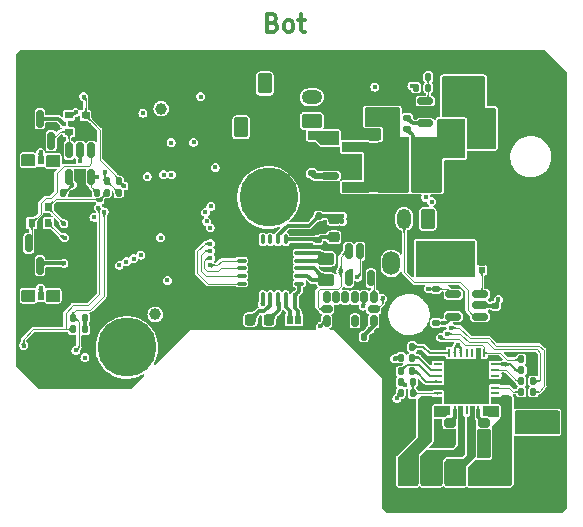
<source format=gbl>
%TF.GenerationSoftware,KiCad,Pcbnew,(6.0.6)*%
%TF.CreationDate,2022-09-22T21:47:15+08:00*%
%TF.ProjectId,Stealthburner_Toolhead_PCB,53746561-6c74-4686-9275-726e65725f54,rev?*%
%TF.SameCoordinates,Original*%
%TF.FileFunction,Copper,L6,Bot*%
%TF.FilePolarity,Positive*%
%FSLAX46Y46*%
G04 Gerber Fmt 4.6, Leading zero omitted, Abs format (unit mm)*
G04 Created by KiCad (PCBNEW (6.0.6)) date 2022-09-22 21:47:15*
%MOMM*%
%LPD*%
G01*
G04 APERTURE LIST*
G04 Aperture macros list*
%AMRoundRect*
0 Rectangle with rounded corners*
0 $1 Rounding radius*
0 $2 $3 $4 $5 $6 $7 $8 $9 X,Y pos of 4 corners*
0 Add a 4 corners polygon primitive as box body*
4,1,4,$2,$3,$4,$5,$6,$7,$8,$9,$2,$3,0*
0 Add four circle primitives for the rounded corners*
1,1,$1+$1,$2,$3*
1,1,$1+$1,$4,$5*
1,1,$1+$1,$6,$7*
1,1,$1+$1,$8,$9*
0 Add four rect primitives between the rounded corners*
20,1,$1+$1,$2,$3,$4,$5,0*
20,1,$1+$1,$4,$5,$6,$7,0*
20,1,$1+$1,$6,$7,$8,$9,0*
20,1,$1+$1,$8,$9,$2,$3,0*%
%AMFreePoly0*
4,1,17,1.370000,0.720000,0.950000,0.720000,0.950000,0.580000,1.370000,0.580000,1.370000,0.080000,0.950000,0.080000,0.950000,-0.080000,1.370000,-0.080000,1.370000,-0.580000,0.950000,-0.580000,0.950000,-0.720000,1.371000,-0.720000,1.371000,-1.225000,-0.950000,-1.225000,-0.950000,1.225000,1.370000,1.225000,1.370000,0.720000,1.370000,0.720000,$1*%
G04 Aperture macros list end*
%ADD10C,0.300000*%
%TA.AperFunction,NonConductor*%
%ADD11C,0.300000*%
%TD*%
%TA.AperFunction,ComponentPad*%
%ADD12RoundRect,0.250000X-0.350000X-0.625000X0.350000X-0.625000X0.350000X0.625000X-0.350000X0.625000X0*%
%TD*%
%TA.AperFunction,ComponentPad*%
%ADD13O,1.200000X1.750000*%
%TD*%
%TA.AperFunction,ComponentPad*%
%ADD14RoundRect,0.250001X0.499999X0.759999X-0.499999X0.759999X-0.499999X-0.759999X0.499999X-0.759999X0*%
%TD*%
%TA.AperFunction,ComponentPad*%
%ADD15O,1.500000X2.020000*%
%TD*%
%TA.AperFunction,ComponentPad*%
%ADD16R,1.600000X1.600000*%
%TD*%
%TA.AperFunction,ComponentPad*%
%ADD17C,1.600000*%
%TD*%
%TA.AperFunction,ComponentPad*%
%ADD18C,1.000000*%
%TD*%
%TA.AperFunction,ComponentPad*%
%ADD19C,5.000000*%
%TD*%
%TA.AperFunction,ComponentPad*%
%ADD20RoundRect,0.250000X0.625000X-0.350000X0.625000X0.350000X-0.625000X0.350000X-0.625000X-0.350000X0*%
%TD*%
%TA.AperFunction,ComponentPad*%
%ADD21O,1.750000X1.200000*%
%TD*%
%TA.AperFunction,ComponentPad*%
%ADD22RoundRect,0.250000X0.350000X0.625000X-0.350000X0.625000X-0.350000X-0.625000X0.350000X-0.625000X0*%
%TD*%
%TA.AperFunction,ComponentPad*%
%ADD23RoundRect,0.250001X-0.759999X0.499999X-0.759999X-0.499999X0.759999X-0.499999X0.759999X0.499999X0*%
%TD*%
%TA.AperFunction,ComponentPad*%
%ADD24O,2.020000X1.500000*%
%TD*%
%TA.AperFunction,SMDPad,CuDef*%
%ADD25RoundRect,0.225000X0.250000X-0.225000X0.250000X0.225000X-0.250000X0.225000X-0.250000X-0.225000X0*%
%TD*%
%TA.AperFunction,SMDPad,CuDef*%
%ADD26RoundRect,0.225000X-0.250000X0.225000X-0.250000X-0.225000X0.250000X-0.225000X0.250000X0.225000X0*%
%TD*%
%TA.AperFunction,SMDPad,CuDef*%
%ADD27RoundRect,0.150000X-0.512500X-0.150000X0.512500X-0.150000X0.512500X0.150000X-0.512500X0.150000X0*%
%TD*%
%TA.AperFunction,SMDPad,CuDef*%
%ADD28RoundRect,0.075000X0.337500X0.075000X-0.337500X0.075000X-0.337500X-0.075000X0.337500X-0.075000X0*%
%TD*%
%TA.AperFunction,SMDPad,CuDef*%
%ADD29RoundRect,0.075000X0.075000X0.337500X-0.075000X0.337500X-0.075000X-0.337500X0.075000X-0.337500X0*%
%TD*%
%TA.AperFunction,SMDPad,CuDef*%
%ADD30R,3.250000X3.250000*%
%TD*%
%TA.AperFunction,SMDPad,CuDef*%
%ADD31RoundRect,0.135000X0.135000X0.185000X-0.135000X0.185000X-0.135000X-0.185000X0.135000X-0.185000X0*%
%TD*%
%TA.AperFunction,SMDPad,CuDef*%
%ADD32RoundRect,0.140000X0.140000X0.170000X-0.140000X0.170000X-0.140000X-0.170000X0.140000X-0.170000X0*%
%TD*%
%TA.AperFunction,SMDPad,CuDef*%
%ADD33RoundRect,0.135000X-0.135000X-0.185000X0.135000X-0.185000X0.135000X0.185000X-0.135000X0.185000X0*%
%TD*%
%TA.AperFunction,SMDPad,CuDef*%
%ADD34RoundRect,0.150000X-0.150000X0.587500X-0.150000X-0.587500X0.150000X-0.587500X0.150000X0.587500X0*%
%TD*%
%TA.AperFunction,SMDPad,CuDef*%
%ADD35RoundRect,0.150000X-0.587500X-0.150000X0.587500X-0.150000X0.587500X0.150000X-0.587500X0.150000X0*%
%TD*%
%TA.AperFunction,SMDPad,CuDef*%
%ADD36RoundRect,0.140000X0.170000X-0.140000X0.170000X0.140000X-0.170000X0.140000X-0.170000X-0.140000X0*%
%TD*%
%TA.AperFunction,SMDPad,CuDef*%
%ADD37RoundRect,0.140000X-0.140000X-0.170000X0.140000X-0.170000X0.140000X0.170000X-0.140000X0.170000X0*%
%TD*%
%TA.AperFunction,SMDPad,CuDef*%
%ADD38RoundRect,0.150000X0.150000X-0.587500X0.150000X0.587500X-0.150000X0.587500X-0.150000X-0.587500X0*%
%TD*%
%TA.AperFunction,SMDPad,CuDef*%
%ADD39R,0.630000X0.500000*%
%TD*%
%TA.AperFunction,SMDPad,CuDef*%
%ADD40FreePoly0,180.000000*%
%TD*%
%TA.AperFunction,SMDPad,CuDef*%
%ADD41R,0.600000X0.700000*%
%TD*%
%TA.AperFunction,SMDPad,CuDef*%
%ADD42R,0.700000X0.600000*%
%TD*%
%TA.AperFunction,SMDPad,CuDef*%
%ADD43RoundRect,0.250000X-0.450000X0.262500X-0.450000X-0.262500X0.450000X-0.262500X0.450000X0.262500X0*%
%TD*%
%TA.AperFunction,SMDPad,CuDef*%
%ADD44RoundRect,0.200000X-0.275000X0.200000X-0.275000X-0.200000X0.275000X-0.200000X0.275000X0.200000X0*%
%TD*%
%TA.AperFunction,SMDPad,CuDef*%
%ADD45RoundRect,0.150000X-0.150000X0.512500X-0.150000X-0.512500X0.150000X-0.512500X0.150000X0.512500X0*%
%TD*%
%TA.AperFunction,SMDPad,CuDef*%
%ADD46R,1.200000X0.900000*%
%TD*%
%TA.AperFunction,SMDPad,CuDef*%
%ADD47R,1.200000X3.700000*%
%TD*%
%TA.AperFunction,SMDPad,CuDef*%
%ADD48RoundRect,0.140000X-0.170000X0.140000X-0.170000X-0.140000X0.170000X-0.140000X0.170000X0.140000X0*%
%TD*%
%TA.AperFunction,SMDPad,CuDef*%
%ADD49R,0.500000X0.800000*%
%TD*%
%TA.AperFunction,SMDPad,CuDef*%
%ADD50R,0.762000X0.254000*%
%TD*%
%TA.AperFunction,SMDPad,CuDef*%
%ADD51R,0.254000X0.762000*%
%TD*%
%TA.AperFunction,SMDPad,CuDef*%
%ADD52R,3.800000X3.800000*%
%TD*%
%TA.AperFunction,SMDPad,CuDef*%
%ADD53RoundRect,0.150000X0.150000X-0.325000X0.150000X0.325000X-0.150000X0.325000X-0.150000X-0.325000X0*%
%TD*%
%TA.AperFunction,SMDPad,CuDef*%
%ADD54RoundRect,0.150000X0.325000X-0.150000X0.325000X0.150000X-0.325000X0.150000X-0.325000X-0.150000X0*%
%TD*%
%TA.AperFunction,SMDPad,CuDef*%
%ADD55RoundRect,0.218750X-0.256250X0.218750X-0.256250X-0.218750X0.256250X-0.218750X0.256250X0.218750X0*%
%TD*%
%TA.AperFunction,SMDPad,CuDef*%
%ADD56RoundRect,0.250000X-0.250000X-0.475000X0.250000X-0.475000X0.250000X0.475000X-0.250000X0.475000X0*%
%TD*%
%TA.AperFunction,SMDPad,CuDef*%
%ADD57RoundRect,0.135000X-0.185000X0.135000X-0.185000X-0.135000X0.185000X-0.135000X0.185000X0.135000X0*%
%TD*%
%TA.AperFunction,SMDPad,CuDef*%
%ADD58RoundRect,0.150000X0.150000X-0.512500X0.150000X0.512500X-0.150000X0.512500X-0.150000X-0.512500X0*%
%TD*%
%TA.AperFunction,SMDPad,CuDef*%
%ADD59RoundRect,0.225000X0.225000X0.250000X-0.225000X0.250000X-0.225000X-0.250000X0.225000X-0.250000X0*%
%TD*%
%TA.AperFunction,SMDPad,CuDef*%
%ADD60R,1.100000X1.100000*%
%TD*%
%TA.AperFunction,SMDPad,CuDef*%
%ADD61RoundRect,0.135000X0.185000X-0.135000X0.185000X0.135000X-0.185000X0.135000X-0.185000X-0.135000X0*%
%TD*%
%TA.AperFunction,ViaPad*%
%ADD62C,0.450000*%
%TD*%
%TA.AperFunction,Conductor*%
%ADD63C,0.200000*%
%TD*%
%TA.AperFunction,Conductor*%
%ADD64C,0.300000*%
%TD*%
%TA.AperFunction,Conductor*%
%ADD65C,0.120000*%
%TD*%
%TA.AperFunction,Conductor*%
%ADD66C,0.500000*%
%TD*%
G04 APERTURE END LIST*
D10*
D11*
X121936000Y-93872857D02*
X122150285Y-93944285D01*
X122221714Y-94015714D01*
X122293142Y-94158571D01*
X122293142Y-94372857D01*
X122221714Y-94515714D01*
X122150285Y-94587142D01*
X122007428Y-94658571D01*
X121436000Y-94658571D01*
X121436000Y-93158571D01*
X121936000Y-93158571D01*
X122078857Y-93230000D01*
X122150285Y-93301428D01*
X122221714Y-93444285D01*
X122221714Y-93587142D01*
X122150285Y-93730000D01*
X122078857Y-93801428D01*
X121936000Y-93872857D01*
X121436000Y-93872857D01*
X123150285Y-94658571D02*
X123007428Y-94587142D01*
X122936000Y-94515714D01*
X122864571Y-94372857D01*
X122864571Y-93944285D01*
X122936000Y-93801428D01*
X123007428Y-93730000D01*
X123150285Y-93658571D01*
X123364571Y-93658571D01*
X123507428Y-93730000D01*
X123578857Y-93801428D01*
X123650285Y-93944285D01*
X123650285Y-94372857D01*
X123578857Y-94515714D01*
X123507428Y-94587142D01*
X123364571Y-94658571D01*
X123150285Y-94658571D01*
X124078857Y-93658571D02*
X124650285Y-93658571D01*
X124293142Y-93158571D02*
X124293142Y-94444285D01*
X124364571Y-94587142D01*
X124507428Y-94658571D01*
X124650285Y-94658571D01*
D12*
%TO.P,J4,1,Pin_1*%
%TO.N,Net-(C13-Pad1)*%
X119243600Y-102726400D03*
D13*
%TO.P,J4,2,Pin_2*%
%TO.N,GND*%
X121243600Y-102726400D03*
%TD*%
D14*
%TO.P,J9,1,Pin_1*%
%TO.N,Net-(J9-Pad1)*%
X134951600Y-114241600D03*
D15*
%TO.P,J9,2,Pin_2*%
%TO.N,+24V*%
X131951600Y-114241600D03*
%TD*%
D16*
%TO.P,C32,1*%
%TO.N,+24V*%
X143306800Y-127711200D03*
D17*
%TO.P,C32,2*%
%TO.N,GND*%
X143306800Y-130211200D03*
%TD*%
D18*
%TO.P,J3,1,Pin_1*%
%TO.N,Net-(J3-Pad1)*%
X112471200Y-101142800D03*
%TD*%
D19*
%TO.P,H2,1,1*%
%TO.N,unconnected-(H2-Pad1)*%
X121564400Y-108661200D03*
%TD*%
D20*
%TO.P,J2,1,Pin_1*%
%TO.N,+24V*%
X125222000Y-102177600D03*
D21*
%TO.P,J2,2,Pin_2*%
%TO.N,Net-(D2-Pad1)*%
X125222000Y-100177600D03*
%TO.P,J2,3,Pin_3*%
%TO.N,GND*%
X125222000Y-98177600D03*
%TD*%
D22*
%TO.P,J8,1,Pin_1*%
%TO.N,+5V*%
X135045200Y-110481200D03*
D13*
%TO.P,J8,2,Pin_2*%
%TO.N,Net-(J8-Pad2)*%
X133045200Y-110481200D03*
%TO.P,J8,3,Pin_3*%
%TO.N,GND*%
X131045200Y-110481200D03*
%TD*%
D19*
%TO.P,H1,1,1*%
%TO.N,unconnected-(H1-Pad1)*%
X109575600Y-121361200D03*
%TD*%
D18*
%TO.P,TP1,1,1*%
%TO.N,/RUN*%
X111963200Y-118567200D03*
%TD*%
D23*
%TO.P,J1,1,Pin_1*%
%TO.N,+24V*%
X139446000Y-103706800D03*
D24*
%TO.P,J1,2,Pin_2*%
%TO.N,GND*%
X139446000Y-106706800D03*
%TD*%
D22*
%TO.P,J6,1,Pin_1*%
%TO.N,Net-(C17-Pad1)*%
X121259600Y-99009200D03*
D13*
%TO.P,J6,2,Pin_2*%
%TO.N,GND*%
X119259600Y-99009200D03*
%TD*%
D25*
%TO.P,C12,1*%
%TO.N,+12V*%
X130403600Y-101829200D03*
%TO.P,C12,2*%
%TO.N,GND*%
X130403600Y-100279200D03*
%TD*%
D26*
%TO.P,C5,1*%
%TO.N,+12V*%
X130454400Y-107276600D03*
%TO.P,C5,2*%
%TO.N,GND*%
X130454400Y-108826600D03*
%TD*%
D27*
%TO.P,U1,1,CB*%
%TO.N,Net-(C7-Pad2)*%
X134831700Y-102397600D03*
%TO.P,U1,2,GND*%
%TO.N,GND*%
X134831700Y-101447600D03*
%TO.P,U1,3,FB*%
%TO.N,Net-(R2-Pad2)*%
X134831700Y-100497600D03*
%TO.P,U1,4,EN*%
%TO.N,+24V*%
X137106700Y-100497600D03*
%TO.P,U1,5,VIN*%
X137106700Y-101447600D03*
%TO.P,U1,6,SW*%
%TO.N,Net-(C7-Pad1)*%
X137106700Y-102397600D03*
%TD*%
D28*
%TO.P,U13,1,BIAS*%
%TO.N,Net-(R31-Pad1)*%
X124154300Y-113355600D03*
%TO.P,U13,2,REFIN+*%
X124154300Y-114005600D03*
%TO.P,U13,3,REFIN-*%
%TO.N,Net-(R31-Pad2)*%
X124154300Y-114655600D03*
%TO.P,U13,4,ISENSOR*%
X124154300Y-115305600D03*
%TO.P,U13,5,FORCE+*%
%TO.N,/FORCE+*%
X124154300Y-115955600D03*
D29*
%TO.P,U13,6,FORCE2*%
%TO.N,/FORCE2*%
X123016800Y-117093100D03*
%TO.P,U13,7,RTDIN+*%
%TO.N,/RTDIN+*%
X122366800Y-117093100D03*
%TO.P,U13,8,RTDIN-*%
%TO.N,/RTDIN-*%
X121716800Y-117093100D03*
%TO.P,U13,9,FORCE-*%
%TO.N,/FORCE-*%
X121066800Y-117093100D03*
%TO.P,U13,10,GND*%
%TO.N,GND*%
X120416800Y-117093100D03*
D28*
%TO.P,U13,11,SDI*%
%TO.N,/SPI0_MOSI*%
X119279300Y-115955600D03*
%TO.P,U13,12,SCLK*%
%TO.N,/SPI0_CLK*%
X119279300Y-115305600D03*
%TO.P,U13,13,~{CS}*%
%TO.N,/SPI0_CS1*%
X119279300Y-114655600D03*
%TO.P,U13,14,SDO*%
%TO.N,/SPI0_MISO*%
X119279300Y-114005600D03*
%TO.P,U13,15,DGND*%
%TO.N,GND*%
X119279300Y-113355600D03*
D29*
%TO.P,U13,16,GND*%
X120416800Y-112218100D03*
%TO.P,U13,17,NC*%
%TO.N,unconnected-(U13-Pad17)*%
X121066800Y-112218100D03*
%TO.P,U13,18,~{DRDY}*%
%TO.N,unconnected-(U13-Pad18)*%
X121716800Y-112218100D03*
%TO.P,U13,19,DVDD*%
%TO.N,+3V3*%
X122366800Y-112218100D03*
%TO.P,U13,20,VDD*%
%TO.N,Net-(C31-Pad1)*%
X123016800Y-112218100D03*
D30*
%TO.P,U13,21,GND*%
%TO.N,GND*%
X121716800Y-114655600D03*
%TD*%
D31*
%TO.P,R25,1*%
%TO.N,/E-STEP*%
X143969200Y-124206000D03*
%TO.P,R25,2*%
%TO.N,Net-(R25-Pad2)*%
X142949200Y-124206000D03*
%TD*%
%TO.P,R13,1*%
%TO.N,/FAN1_PWM*%
X107037600Y-108254800D03*
%TO.P,R13,2*%
%TO.N,GND*%
X106017600Y-108254800D03*
%TD*%
D32*
%TO.P,C27,1*%
%TO.N,GND*%
X143937200Y-123291600D03*
%TO.P,C27,2*%
%TO.N,+3V3*%
X142977200Y-123291600D03*
%TD*%
D33*
%TO.P,R28,1*%
%TO.N,+3V3*%
X132738400Y-124307600D03*
%TO.P,R28,2*%
%TO.N,Net-(R24-Pad2)*%
X133758400Y-124307600D03*
%TD*%
D25*
%TO.P,C10,1*%
%TO.N,+12V*%
X131876800Y-101829200D03*
%TO.P,C10,2*%
%TO.N,GND*%
X131876800Y-100279200D03*
%TD*%
%TO.P,C6,1*%
%TO.N,+12V*%
X130454400Y-104965800D03*
%TO.P,C6,2*%
%TO.N,GND*%
X130454400Y-103415800D03*
%TD*%
D34*
%TO.P,Q1,1,G*%
%TO.N,Net-(D3-Pad1)*%
X101259600Y-112549700D03*
%TO.P,Q1,2,S*%
%TO.N,GND*%
X103159600Y-112549700D03*
%TO.P,Q1,3,D*%
%TO.N,Net-(J7-Pad3)*%
X102209600Y-114424700D03*
%TD*%
D32*
%TO.P,C34,1*%
%TO.N,Net-(C34-Pad1)*%
X133728400Y-123393200D03*
%TO.P,C34,2*%
%TO.N,Net-(C34-Pad2)*%
X132768400Y-123393200D03*
%TD*%
D35*
%TO.P,U3,1,GND*%
%TO.N,GND*%
X126773700Y-105344000D03*
%TO.P,U3,2,OUT*%
%TO.N,+3V3*%
X126773700Y-103444000D03*
%TO.P,U3,3,IN*%
%TO.N,+12V*%
X128648700Y-104394000D03*
%TD*%
D36*
%TO.P,C31,1*%
%TO.N,Net-(C31-Pad1)*%
X125730000Y-112290800D03*
%TO.P,C31,2*%
%TO.N,GND*%
X125730000Y-111330800D03*
%TD*%
D37*
%TO.P,C35,1*%
%TO.N,+3V3*%
X129618800Y-120446800D03*
%TO.P,C35,2*%
%TO.N,GND*%
X130578800Y-120446800D03*
%TD*%
D38*
%TO.P,Q2,1,G*%
%TO.N,Net-(D5-Pad1)*%
X103159600Y-103858300D03*
%TO.P,Q2,2,S*%
%TO.N,GND*%
X101259600Y-103858300D03*
%TO.P,Q2,3,D*%
%TO.N,Net-(J10-Pad3)*%
X102209600Y-101983300D03*
%TD*%
D39*
%TO.P,Q3,1,S*%
%TO.N,GND*%
X139612400Y-112872400D03*
%TO.P,Q3,2,S*%
X139612400Y-113512400D03*
%TO.P,Q3,3,S*%
X139612400Y-114172400D03*
%TO.P,Q3,4,G*%
%TO.N,Net-(Q3-Pad4)*%
X139612400Y-114812400D03*
D40*
%TO.P,Q3,5,D*%
%TO.N,Net-(J9-Pad1)*%
X137787400Y-113842400D03*
%TD*%
D41*
%TO.P,D3,1,K*%
%TO.N,Net-(D3-Pad1)*%
X101509600Y-110845600D03*
%TO.P,D3,2,A*%
%TO.N,Net-(D3-Pad2)*%
X102909600Y-110845600D03*
%TD*%
D42*
%TO.P,D6,1,A1*%
%TO.N,GND*%
X106070400Y-103112800D03*
%TO.P,D6,2,A2*%
%TO.N,/FAN2_DET*%
X106070400Y-101712800D03*
%TD*%
D43*
%TO.P,R31,1*%
%TO.N,Net-(R31-Pad1)*%
X126441200Y-113844700D03*
%TO.P,R31,2*%
%TO.N,Net-(R31-Pad2)*%
X126441200Y-115669700D03*
%TD*%
D44*
%TO.P,R29,1*%
%TO.N,Net-(R29-Pad1)*%
X139801600Y-127749800D03*
%TO.P,R29,2*%
%TO.N,GND*%
X139801600Y-129399800D03*
%TD*%
D32*
%TO.P,C33,1*%
%TO.N,Net-(C33-Pad1)*%
X133728400Y-122224800D03*
%TO.P,C33,2*%
%TO.N,+24V*%
X132768400Y-122224800D03*
%TD*%
D44*
%TO.P,R30,1*%
%TO.N,Net-(R30-Pad1)*%
X136906000Y-127749800D03*
%TO.P,R30,2*%
%TO.N,GND*%
X136906000Y-129399800D03*
%TD*%
D33*
%TO.P,R20,1*%
%TO.N,+3V3*%
X107846400Y-107289600D03*
%TO.P,R20,2*%
%TO.N,/FAN2_DET*%
X108866400Y-107289600D03*
%TD*%
%TO.P,R2,1*%
%TO.N,+12V*%
X134059200Y-99364800D03*
%TO.P,R2,2*%
%TO.N,Net-(R2-Pad2)*%
X135079200Y-99364800D03*
%TD*%
D37*
%TO.P,C28,1*%
%TO.N,GND*%
X132768400Y-121310400D03*
%TO.P,C28,2*%
%TO.N,Net-(C28-Pad2)*%
X133728400Y-121310400D03*
%TD*%
D45*
%TO.P,U11,1*%
%TO.N,/SPI0_CS2*%
X128336000Y-113213300D03*
%TO.P,U11,2*%
%TO.N,/SPI0_MOSI*%
X129286000Y-113213300D03*
%TO.P,U11,3,GND*%
%TO.N,GND*%
X130236000Y-113213300D03*
%TO.P,U11,4*%
%TO.N,Net-(U11-Pad4)*%
X130236000Y-115488300D03*
%TO.P,U11,5,VCC*%
%TO.N,+3V3*%
X128336000Y-115488300D03*
%TD*%
D46*
%TO.P,D1,1,K*%
%TO.N,Net-(C7-Pad1)*%
X137086800Y-104166400D03*
%TO.P,D1,2,A*%
%TO.N,GND*%
X137086800Y-107466400D03*
%TD*%
D47*
%TO.P,L1,1,1*%
%TO.N,Net-(C7-Pad1)*%
X134981600Y-105714800D03*
%TO.P,L1,2,2*%
%TO.N,+12V*%
X132181600Y-105714800D03*
%TD*%
D36*
%TO.P,C25,1*%
%TO.N,GND*%
X140766800Y-118793200D03*
%TO.P,C25,2*%
%TO.N,+5V*%
X140766800Y-117833200D03*
%TD*%
D48*
%TO.P,C9,1*%
%TO.N,+3V3*%
X125272800Y-103406000D03*
%TO.P,C9,2*%
%TO.N,GND*%
X125272800Y-104366000D03*
%TD*%
D31*
%TO.P,R27,1*%
%TO.N,GND*%
X143967200Y-122377200D03*
%TO.P,R27,2*%
%TO.N,/UART*%
X142947200Y-122377200D03*
%TD*%
D48*
%TO.P,C8,1*%
%TO.N,+5V*%
X125222000Y-106606400D03*
%TO.P,C8,2*%
%TO.N,GND*%
X125222000Y-107566400D03*
%TD*%
D31*
%TO.P,R16,1*%
%TO.N,+3V3*%
X108866400Y-108254800D03*
%TO.P,R16,2*%
%TO.N,/FAN1_DET*%
X107846400Y-108254800D03*
%TD*%
D49*
%TO.P,JP2,1,A*%
%TO.N,+24V*%
X101549200Y-105511600D03*
%TO.P,JP2,2,C*%
%TO.N,Net-(J10-Pad5)*%
X102260400Y-105511600D03*
%TO.P,JP2,3,B*%
%TO.N,+12V*%
X102971600Y-105537000D03*
%TD*%
D50*
%TO.P,U12,1,OB2*%
%TO.N,/E-B2*%
X135902700Y-125756800D03*
%TO.P,U12,2,ENN*%
%TO.N,Net-(R24-Pad2)*%
X135902700Y-125256801D03*
%TO.P,U12,3,GND*%
%TO.N,GND*%
X135902700Y-124756799D03*
%TO.P,U12,4,CPO*%
%TO.N,Net-(C34-Pad1)*%
X135902700Y-124256800D03*
%TO.P,U12,5,CPI*%
%TO.N,Net-(C34-Pad2)*%
X135902700Y-123756801D03*
%TO.P,U12,6,VCP*%
%TO.N,Net-(C33-Pad1)*%
X135902700Y-123256799D03*
%TO.P,U12,7,SPREAD*%
%TO.N,unconnected-(U12-Pad7)*%
X135902700Y-122756800D03*
D51*
%TO.P,U12,8,5VOUT*%
%TO.N,Net-(C28-Pad2)*%
X136828400Y-121831100D03*
%TO.P,U12,9,MS1_AD0*%
%TO.N,+3V3*%
X137328399Y-121831100D03*
%TO.P,U12,10,MS2_AD1*%
X137828401Y-121831100D03*
%TO.P,U12,11,DIAG*%
%TO.N,/E-DIAG*%
X138328400Y-121831100D03*
%TO.P,U12,12,INDEX*%
%TO.N,unconnected-(U12-Pad12)*%
X138828399Y-121831100D03*
%TO.P,U12,13,CLK*%
%TO.N,GND*%
X139328401Y-121831100D03*
%TO.P,U12,14,PDN_UART*%
%TO.N,/UART*%
X139828400Y-121831100D03*
D50*
%TO.P,U12,15,VCC_IO*%
%TO.N,+3V3*%
X140754100Y-122756800D03*
%TO.P,U12,16,STEP*%
%TO.N,Net-(R25-Pad2)*%
X140754100Y-123256799D03*
%TO.P,U12,17,VREF*%
%TO.N,unconnected-(U12-Pad17)*%
X140754100Y-123756801D03*
%TO.P,U12,18,GND*%
%TO.N,GND*%
X140754100Y-124256800D03*
%TO.P,U12,19,DIR*%
%TO.N,Net-(R26-Pad2)*%
X140754100Y-124756799D03*
%TO.P,U12,20,STDBY*%
%TO.N,unconnected-(U12-Pad20)*%
X140754100Y-125256801D03*
%TO.P,U12,21,OA2*%
%TO.N,/E-A2*%
X140754100Y-125756800D03*
D51*
%TO.P,U12,22,VS*%
%TO.N,+24V*%
X139828400Y-126682500D03*
%TO.P,U12,23,BRA*%
%TO.N,Net-(R29-Pad1)*%
X139328401Y-126682500D03*
%TO.P,U12,24,OA1*%
%TO.N,/E-A1*%
X138828399Y-126682500D03*
%TO.P,U12,25,NC*%
%TO.N,unconnected-(U12-Pad25)*%
X138328400Y-126682500D03*
%TO.P,U12,26,OB1*%
%TO.N,/E-B1*%
X137828401Y-126682500D03*
%TO.P,U12,27,BRB*%
%TO.N,Net-(R30-Pad1)*%
X137328399Y-126682500D03*
%TO.P,U12,28,VS*%
%TO.N,+24V*%
X136828400Y-126682500D03*
D52*
%TO.P,U12,29,EPAD*%
%TO.N,GND*%
X138328400Y-124256800D03*
%TD*%
D31*
%TO.P,R22,1*%
%TO.N,+3V3*%
X106021600Y-119837200D03*
%TO.P,R22,2*%
%TO.N,/IIC0_SDA*%
X105001600Y-119837200D03*
%TD*%
D53*
%TO.P,U14,1,Vdd_I/O*%
%TO.N,+3V3*%
X130473200Y-119110000D03*
%TO.P,U14,2,GND*%
%TO.N,GND*%
X129673200Y-119110000D03*
%TO.P,U14,3,RES*%
%TO.N,unconnected-(U14-Pad3)*%
X128873200Y-119110000D03*
%TO.P,U14,4,GND*%
%TO.N,GND*%
X128073200Y-119110000D03*
%TO.P,U14,5,GND*%
X127273200Y-119110000D03*
%TO.P,U14,6,Vs*%
%TO.N,+3V3*%
X126473200Y-119110000D03*
D54*
%TO.P,U14,7,~{CS}*%
%TO.N,/SPI0_CS2*%
X126473200Y-118110000D03*
D53*
%TO.P,U14,8,INT1*%
%TO.N,unconnected-(U14-Pad8)*%
X126473200Y-117110000D03*
%TO.P,U14,9,INT2*%
%TO.N,unconnected-(U14-Pad9)*%
X127273200Y-117110000D03*
%TO.P,U14,10,NC*%
%TO.N,unconnected-(U14-Pad10)*%
X128073200Y-117110000D03*
%TO.P,U14,11,RES*%
%TO.N,unconnected-(U14-Pad11)*%
X128873200Y-117110000D03*
%TO.P,U14,12,SDO/ADDR*%
%TO.N,/SPI0_MISO*%
X129673200Y-117110000D03*
%TO.P,U14,13,SDA/SDI/SDIO*%
%TO.N,Net-(U11-Pad4)*%
X130473200Y-117110000D03*
D54*
%TO.P,U14,14,SCL/SCLK*%
%TO.N,/SPI0_CLK*%
X130473200Y-118110000D03*
%TD*%
D31*
%TO.P,R3,1*%
%TO.N,Net-(R2-Pad2)*%
X135079200Y-98450400D03*
%TO.P,R3,2*%
%TO.N,GND*%
X134059200Y-98450400D03*
%TD*%
D42*
%TO.P,D5,1,K*%
%TO.N,Net-(D5-Pad1)*%
X104648000Y-103112800D03*
%TO.P,D5,2,A*%
%TO.N,Net-(D5-Pad2)*%
X104648000Y-101712800D03*
%TD*%
D49*
%TO.P,JP5,1,A*%
%TO.N,/FORCE+*%
X124053600Y-119024400D03*
%TO.P,JP5,2,C*%
%TO.N,/FORCE2*%
X123342400Y-119024400D03*
%TO.P,JP5,3,B*%
%TO.N,GND*%
X122631200Y-118999000D03*
%TD*%
%TO.P,JP1,1,A*%
%TO.N,+24V*%
X101549200Y-116992400D03*
%TO.P,JP1,2,C*%
%TO.N,Net-(J7-Pad5)*%
X102260400Y-116992400D03*
%TO.P,JP1,3,B*%
%TO.N,+12V*%
X102971600Y-117017800D03*
%TD*%
D55*
%TO.P,FB1,1*%
%TO.N,+3V3*%
X127101600Y-110464500D03*
%TO.P,FB1,2*%
%TO.N,Net-(C31-Pad1)*%
X127101600Y-112039500D03*
%TD*%
D56*
%TO.P,C1,1*%
%TO.N,+24V*%
X139004000Y-99872800D03*
%TO.P,C1,2*%
%TO.N,GND*%
X140904000Y-99872800D03*
%TD*%
D31*
%TO.P,R23,1*%
%TO.N,+3V3*%
X106021600Y-118872000D03*
%TO.P,R23,2*%
%TO.N,/IIC0_SCL*%
X105001600Y-118872000D03*
%TD*%
D32*
%TO.P,C30,1*%
%TO.N,+3V3*%
X125803600Y-110236000D03*
%TO.P,C30,2*%
%TO.N,GND*%
X124843600Y-110236000D03*
%TD*%
D57*
%TO.P,R19,1*%
%TO.N,/HE*%
X135737600Y-116380800D03*
%TO.P,R19,2*%
%TO.N,GND*%
X135737600Y-117400800D03*
%TD*%
D31*
%TO.P,R26,1*%
%TO.N,/E-DIR*%
X143969200Y-125120400D03*
%TO.P,R26,2*%
%TO.N,Net-(R26-Pad2)*%
X142949200Y-125120400D03*
%TD*%
D35*
%TO.P,U2,1,GND*%
%TO.N,GND*%
X126773700Y-108747600D03*
%TO.P,U2,2,OUT*%
%TO.N,+5V*%
X126773700Y-106847600D03*
%TO.P,U2,3,IN*%
%TO.N,+12V*%
X128648700Y-107797600D03*
%TD*%
D33*
%TO.P,R18,1*%
%TO.N,/FAN2_PWM*%
X104188800Y-108254800D03*
%TO.P,R18,2*%
%TO.N,GND*%
X105208800Y-108254800D03*
%TD*%
D58*
%TO.P,U6,1*%
%TO.N,/FAN1_PWM*%
X106563200Y-106953900D03*
%TO.P,U6,2,GND*%
%TO.N,GND*%
X105613200Y-106953900D03*
%TO.P,U6,3*%
%TO.N,/FAN2_PWM*%
X104663200Y-106953900D03*
%TO.P,U6,4*%
%TO.N,Net-(D5-Pad1)*%
X104663200Y-104678900D03*
%TO.P,U6,5,VCC*%
%TO.N,+5V*%
X105613200Y-104678900D03*
%TO.P,U6,6*%
%TO.N,Net-(D3-Pad1)*%
X106563200Y-104678900D03*
%TD*%
D22*
%TO.P,J12,1,Pin_1*%
%TO.N,/E-A2*%
X139347200Y-131987200D03*
D13*
%TO.P,J12,2,Pin_2*%
%TO.N,/E-A1*%
X137347200Y-131987200D03*
%TO.P,J12,3,Pin_3*%
%TO.N,/E-B1*%
X135347200Y-131987200D03*
%TO.P,J12,4,Pin_4*%
%TO.N,/E-B2*%
X133347200Y-131987200D03*
%TD*%
D59*
%TO.P,C36,1*%
%TO.N,/RTDIN+*%
X121577400Y-119024400D03*
%TO.P,C36,2*%
%TO.N,/RTDIN-*%
X120027400Y-119024400D03*
%TD*%
D60*
%TO.P,D7,1,A1*%
%TO.N,+24V*%
X145389600Y-127733600D03*
%TO.P,D7,2,A2*%
%TO.N,GND*%
X145389600Y-130533600D03*
%TD*%
D33*
%TO.P,R24,1*%
%TO.N,/E-EN*%
X132738400Y-125222000D03*
%TO.P,R24,2*%
%TO.N,Net-(R24-Pad2)*%
X133758400Y-125222000D03*
%TD*%
D61*
%TO.P,R17,1*%
%TO.N,/NEO*%
X135737600Y-119280400D03*
%TO.P,R17,2*%
%TO.N,GND*%
X135737600Y-118260400D03*
%TD*%
D27*
%TO.P,U8,1*%
%TO.N,/NEO*%
X137190900Y-118755200D03*
%TO.P,U8,2,GND*%
%TO.N,GND*%
X137190900Y-117805200D03*
%TO.P,U8,3*%
%TO.N,/HE*%
X137190900Y-116855200D03*
%TO.P,U8,4*%
%TO.N,Net-(Q3-Pad4)*%
X139465900Y-116855200D03*
%TO.P,U8,5,VCC*%
%TO.N,+5V*%
X139465900Y-117805200D03*
%TO.P,U8,6*%
%TO.N,Net-(J8-Pad2)*%
X139465900Y-118755200D03*
%TD*%
D36*
%TO.P,C7,1*%
%TO.N,Net-(C7-Pad1)*%
X133299200Y-102892800D03*
%TO.P,C7,2*%
%TO.N,Net-(C7-Pad2)*%
X133299200Y-101932800D03*
%TD*%
D41*
%TO.P,D4,1,A1*%
%TO.N,GND*%
X101509600Y-109474000D03*
%TO.P,D4,2,A2*%
%TO.N,/FAN1_DET*%
X102909600Y-109474000D03*
%TD*%
D62*
%TO.N,GND*%
X129133600Y-102362000D03*
X128574800Y-102362000D03*
%TO.N,+24V*%
X135839200Y-127000000D03*
X137007600Y-98704400D03*
X140817600Y-126542800D03*
X137007600Y-99187000D03*
X132232400Y-122326400D03*
X140817600Y-127000000D03*
X140360400Y-127000000D03*
X140360400Y-126542800D03*
X136296400Y-127000000D03*
X136550400Y-98704400D03*
X100888800Y-116738400D03*
X135839200Y-126542800D03*
X136550400Y-99187000D03*
X100888800Y-117246400D03*
X136296400Y-126542800D03*
X100888800Y-105765600D03*
X100888800Y-105257600D03*
%TO.N,GND*%
X144424400Y-132232400D03*
X143916400Y-132232400D03*
X106324400Y-102565200D03*
X137007600Y-125577600D03*
X143408400Y-132232400D03*
X137668000Y-124942600D03*
X123850400Y-106781600D03*
X144526000Y-107340400D03*
X112217200Y-109778800D03*
X125730000Y-105562400D03*
X137668000Y-123621800D03*
X138988800Y-124942600D03*
X113893600Y-120142000D03*
X119532400Y-117144800D03*
X139649200Y-124282200D03*
X102870000Y-100380800D03*
X138988800Y-123621800D03*
X145999200Y-120497600D03*
X113030000Y-110591600D03*
X138328400Y-122961400D03*
X112572800Y-99060000D03*
X131572000Y-127101600D03*
X136042400Y-129641600D03*
X131572000Y-128117600D03*
X102412800Y-113030000D03*
X137007600Y-124942600D03*
X110591600Y-108966000D03*
X131419600Y-119126000D03*
X101904800Y-103327200D03*
X110591600Y-109778800D03*
X137668000Y-125577600D03*
X137007600Y-122961400D03*
X107746800Y-118465600D03*
X107238800Y-118465600D03*
X144424400Y-131673600D03*
X126288800Y-111201200D03*
X108254800Y-118465600D03*
X112979200Y-99415600D03*
X136042400Y-129133600D03*
X143916400Y-131673600D03*
X113487200Y-101854000D03*
X138887200Y-119786400D03*
X112217200Y-108966000D03*
X107645200Y-99060000D03*
X111404400Y-110591600D03*
X108966000Y-102870000D03*
X110591600Y-110591600D03*
X139649200Y-125577600D03*
X108966000Y-102362000D03*
X119176800Y-116789200D03*
X138328400Y-125577600D03*
X143408400Y-107340400D03*
X133299200Y-100584000D03*
X137007600Y-124282200D03*
X101549200Y-98602800D03*
X134620000Y-124714000D03*
X101904800Y-103835200D03*
X101041200Y-98602800D03*
X140055600Y-130098800D03*
X111404400Y-108153200D03*
X115011200Y-112674400D03*
X134112000Y-97180400D03*
X143408400Y-131673600D03*
X133299200Y-101142800D03*
X112217200Y-110591600D03*
X113030000Y-109778800D03*
X112217200Y-108153200D03*
X113030000Y-108966000D03*
X145084800Y-107340400D03*
X111404400Y-108966000D03*
X143967200Y-107340400D03*
X126339600Y-107594400D03*
X137007600Y-123621800D03*
X128981200Y-118110000D03*
X114046000Y-101854000D03*
X133299200Y-100025200D03*
X139395200Y-119786400D03*
X106375200Y-108407200D03*
X107086400Y-99060000D03*
X125730000Y-105003600D03*
X133604000Y-97180400D03*
X142849600Y-107340400D03*
X114604800Y-101854000D03*
X102870000Y-100888800D03*
X126339600Y-108153200D03*
X101904800Y-104343200D03*
X111404400Y-109778800D03*
X136245600Y-117754400D03*
X123494800Y-106426000D03*
X110591600Y-108153200D03*
X111810800Y-102108000D03*
X139547600Y-130098800D03*
X138988800Y-124282200D03*
X136042400Y-128625600D03*
X138988800Y-125577600D03*
X108204000Y-99060000D03*
X139649200Y-123621800D03*
X146507200Y-120497600D03*
X133096000Y-97180400D03*
X109626400Y-100380800D03*
X139649200Y-122961400D03*
X131572000Y-127609600D03*
X100533200Y-98602800D03*
X102412800Y-112014000D03*
X114300000Y-119735600D03*
X102412800Y-112522000D03*
X137668000Y-124282200D03*
X131419600Y-119634000D03*
X144119600Y-97078800D03*
X144830800Y-97790000D03*
X113030000Y-108153200D03*
X138328400Y-124282200D03*
X138328400Y-123621800D03*
X141579600Y-124206000D03*
X137668000Y-122961400D03*
X138328400Y-124942600D03*
X106019600Y-123342400D03*
X139649200Y-124942600D03*
X114503200Y-116636800D03*
X102870000Y-99872800D03*
X143814800Y-122834400D03*
X138988800Y-122961400D03*
X144475200Y-97434400D03*
X100838000Y-122224800D03*
X113436400Y-116789200D03*
%TO.N,+12V*%
X133705600Y-99212400D03*
X103632000Y-116738400D03*
X131978400Y-103174800D03*
X103632000Y-117246400D03*
X103632000Y-105308400D03*
X131521200Y-102717600D03*
X103632000Y-105816400D03*
X131521200Y-103174800D03*
X131978400Y-102717600D03*
%TO.N,+5V*%
X105613200Y-105562400D03*
X125816400Y-106847600D03*
X141020800Y-117297200D03*
%TO.N,+1V1*%
X112420400Y-112064800D03*
X111285427Y-106902277D03*
%TO.N,/FAN1_DET*%
X107289600Y-108915200D03*
X104241600Y-110896400D03*
%TO.N,/D+*%
X134874000Y-108661200D03*
X112674400Y-106730800D03*
%TO.N,/D-*%
X135373255Y-109008055D03*
X113334800Y-106745381D03*
%TO.N,/NEO*%
X136396000Y-119280400D03*
X116211661Y-109911035D03*
%TO.N,/FAN1_PWM*%
X107035600Y-106934000D03*
%TO.N,/FORCE+*%
X123799600Y-116941600D03*
%TO.N,/RTDIN+*%
X122428000Y-117703600D03*
%TO.N,/E-EN*%
X108915200Y-114401600D03*
X132435600Y-125679200D03*
%TO.N,/E-STEP*%
X110134400Y-113842800D03*
X136675951Y-120201243D03*
%TO.N,/E-DIR*%
X137007600Y-119684800D03*
X110744000Y-113538000D03*
%TO.N,/UART*%
X109524800Y-114096800D03*
X136093200Y-120497600D03*
%TO.N,/IIC0_SDA*%
X100838000Y-121208800D03*
X107137200Y-109524800D03*
%TO.N,/IIC0_SCL*%
X107645200Y-109880400D03*
X105257600Y-121615200D03*
%TO.N,/SPI0_MISO*%
X116636800Y-114401600D03*
X129590800Y-117856000D03*
%TO.N,/SPI0_CS1*%
X116636800Y-113792000D03*
%TO.N,/SPI0_CLK*%
X131216400Y-117195600D03*
X116636800Y-113182400D03*
%TO.N,/SPI0_MOSI*%
X116636800Y-112572800D03*
X129082800Y-115417600D03*
%TO.N,/RTDIN-*%
X121716800Y-117703600D03*
%TO.N,/FORCE-*%
X121056400Y-117703600D03*
%TO.N,/FAN2_DET*%
X109321600Y-107696000D03*
X105918000Y-100126800D03*
%TO.N,/FAN2_PWM*%
X104952800Y-107594400D03*
%TO.N,Net-(D3-Pad2)*%
X104292400Y-112064800D03*
%TO.N,Net-(D5-Pad2)*%
X105218068Y-101467868D03*
%TO.N,/HE*%
X135077200Y-116382800D03*
X116687600Y-109423200D03*
%TO.N,/SPI0_CS2*%
X127660400Y-114909600D03*
X116621374Y-111234152D03*
%TO.N,+3V3*%
X115824000Y-100126800D03*
X133096000Y-124510800D03*
X110923200Y-101522400D03*
X127812800Y-110236000D03*
X116332000Y-110693200D03*
X126288800Y-103987600D03*
X130556000Y-99314000D03*
X127203200Y-103987600D03*
X107684600Y-106488200D03*
X113000629Y-115691475D03*
X130149600Y-119837200D03*
X128524000Y-114858800D03*
X106019600Y-119380000D03*
X106019600Y-122224800D03*
X125933200Y-119583200D03*
X113309400Y-104013000D03*
X137566400Y-121158000D03*
X106781600Y-110337600D03*
X126746000Y-103987600D03*
X127812800Y-110693200D03*
X141528800Y-122783600D03*
X117043200Y-106121200D03*
X115214400Y-103987600D03*
%TO.N,Net-(J10-Pad3)*%
X104241600Y-102463600D03*
%TO.N,Net-(J7-Pad3)*%
X104241600Y-114249200D03*
%TO.N,Net-(J7-Pad5)*%
X102260400Y-116332000D03*
%TO.N,Net-(J10-Pad5)*%
X102260400Y-104851200D03*
%TD*%
D63*
%TO.N,+24V*%
X132768400Y-122224800D02*
X132334000Y-122224800D01*
X132334000Y-122224800D02*
X132232400Y-122326400D01*
D64*
%TO.N,Net-(C7-Pad1)*%
X133705600Y-103327200D02*
X133807200Y-103428800D01*
X133299200Y-102892800D02*
X133299200Y-102920800D01*
X133299200Y-102920800D02*
X133705600Y-103327200D01*
X133807200Y-103428800D02*
X133807200Y-103733600D01*
%TO.N,Net-(C7-Pad2)*%
X133764000Y-102397600D02*
X134831700Y-102397600D01*
X133299200Y-101932800D02*
X133764000Y-102397600D01*
D65*
%TO.N,+12V*%
X133906800Y-99212400D02*
X134059200Y-99364800D01*
X133705600Y-99212400D02*
X133906800Y-99212400D01*
D63*
%TO.N,+5V*%
X141020800Y-117297200D02*
X141020800Y-117579200D01*
D64*
X139493900Y-117833200D02*
X139465900Y-117805200D01*
D66*
X125816400Y-106847600D02*
X125745200Y-106847600D01*
D63*
X141020800Y-117579200D02*
X140766800Y-117833200D01*
D64*
X140766800Y-117833200D02*
X139493900Y-117833200D01*
D66*
X126773700Y-106847600D02*
X125816400Y-106847600D01*
X125745200Y-106847600D02*
X125463200Y-106847600D01*
X125463200Y-106847600D02*
X125222000Y-106606400D01*
D63*
X105613200Y-104678900D02*
X105613200Y-105562400D01*
D65*
%TO.N,/FAN1_DET*%
X102909600Y-109564400D02*
X102909600Y-109474000D01*
X107289600Y-108811600D02*
X107846400Y-108254800D01*
X102909600Y-109434400D02*
X102909600Y-109474000D01*
X103530400Y-108813600D02*
X102909600Y-109434400D01*
X107289600Y-108915200D02*
X107188000Y-108813600D01*
X104241600Y-110896400D02*
X102909600Y-109564400D01*
X107289600Y-108915200D02*
X107289600Y-108811600D01*
X107188000Y-108813600D02*
X103530400Y-108813600D01*
%TO.N,/NEO*%
X137190900Y-118755200D02*
X136665700Y-119280400D01*
X136665700Y-119280400D02*
X136396000Y-119280400D01*
X136396000Y-119280400D02*
X135737600Y-119280400D01*
D63*
%TO.N,Net-(C28-Pad2)*%
X134670800Y-121310400D02*
X135191500Y-121831100D01*
X135191500Y-121831100D02*
X136828400Y-121831100D01*
X133728400Y-121310400D02*
X134670800Y-121310400D01*
D65*
%TO.N,/FAN1_PWM*%
X106563200Y-106953900D02*
X106563200Y-107780400D01*
X106563200Y-107780400D02*
X107037600Y-108254800D01*
X107015700Y-106953900D02*
X106563200Y-106953900D01*
X107035600Y-106934000D02*
X107015700Y-106953900D01*
D64*
%TO.N,/FORCE+*%
X124154300Y-115955600D02*
X124154300Y-116586900D01*
X124154300Y-116586900D02*
X123799600Y-116941600D01*
X124053600Y-118313200D02*
X124053600Y-119024400D01*
X123799600Y-116941600D02*
X123799600Y-118059200D01*
X123799600Y-118059200D02*
X124053600Y-118313200D01*
%TO.N,/RTDIN+*%
X122428000Y-117703600D02*
X122428000Y-118173800D01*
X122366800Y-117642400D02*
X122428000Y-117703600D01*
X122428000Y-118173800D02*
X121577400Y-119024400D01*
X122366800Y-117093100D02*
X122366800Y-117642400D01*
%TO.N,/FORCE2*%
X123342400Y-118262400D02*
X123342400Y-119024400D01*
X123016800Y-117936800D02*
X123342400Y-118262400D01*
X123016800Y-117093100D02*
X123016800Y-117936800D01*
D65*
%TO.N,/E-EN*%
X132435600Y-125524800D02*
X132738400Y-125222000D01*
X132435600Y-125679200D02*
X132435600Y-125524800D01*
%TO.N,/E-STEP*%
X144272000Y-121513600D02*
X144576800Y-121818400D01*
X136675951Y-120201243D02*
X137778043Y-120201243D01*
X144576800Y-121818400D02*
X144576800Y-124053600D01*
X137778043Y-120201243D02*
X138515280Y-120938480D01*
X144424400Y-124206000D02*
X143969200Y-124206000D01*
X140090080Y-120938480D02*
X140665200Y-121513600D01*
X140665200Y-121513600D02*
X144272000Y-121513600D01*
X144576800Y-124053600D02*
X144424400Y-124206000D01*
X138515280Y-120938480D02*
X140090080Y-120938480D01*
%TO.N,/E-DIR*%
X137718800Y-119684800D02*
X138633200Y-120599200D01*
X144881600Y-121615200D02*
X144881600Y-124663200D01*
X144881600Y-124663200D02*
X144424400Y-125120400D01*
X137007600Y-119684800D02*
X137718800Y-119684800D01*
X144475200Y-121208800D02*
X144881600Y-121615200D01*
X140817600Y-121208800D02*
X144475200Y-121208800D01*
X144424400Y-125120400D02*
X143969200Y-125120400D01*
X138633200Y-120599200D02*
X140208000Y-120599200D01*
X140208000Y-120599200D02*
X140817600Y-121208800D01*
%TO.N,/UART*%
X139828400Y-121337200D02*
X139828400Y-121831100D01*
X138226800Y-121158000D02*
X139649200Y-121158000D01*
X136245600Y-120650000D02*
X137718800Y-120650000D01*
X142923600Y-122400800D02*
X142947200Y-122377200D01*
X141185900Y-121831100D02*
X141755600Y-122400800D01*
X136093200Y-120497600D02*
X136245600Y-120650000D01*
X141755600Y-122400800D02*
X142923600Y-122400800D01*
X139828400Y-121831100D02*
X141185900Y-121831100D01*
X137718800Y-120650000D02*
X138226800Y-121158000D01*
X139649200Y-121158000D02*
X139828400Y-121337200D01*
%TO.N,/IIC0_SDA*%
X107215200Y-109602800D02*
X107215200Y-116863600D01*
X105003600Y-117805200D02*
X104394000Y-118414800D01*
X106273600Y-117805200D02*
X105003600Y-117805200D01*
X107215200Y-116863600D02*
X106273600Y-117805200D01*
X100838000Y-121208800D02*
X100838000Y-120650000D01*
X107137200Y-109524800D02*
X107215200Y-109602800D01*
X104394000Y-119837200D02*
X105001600Y-119837200D01*
X100838000Y-120650000D02*
X101650800Y-119837200D01*
X104394000Y-118414800D02*
X104394000Y-119837200D01*
X101650800Y-119837200D02*
X104394000Y-119837200D01*
%TO.N,/IIC0_SCL*%
X105001600Y-118872000D02*
X105001600Y-118416800D01*
X106476800Y-118160800D02*
X107645200Y-116992400D01*
X107645200Y-116992400D02*
X107645200Y-109880400D01*
X105511600Y-119176800D02*
X105206800Y-118872000D01*
X105206800Y-118872000D02*
X105001600Y-118872000D01*
X105257600Y-121615200D02*
X105511600Y-121361200D01*
X105257600Y-118160800D02*
X106476800Y-118160800D01*
X105001600Y-118416800D02*
X105257600Y-118160800D01*
X105511600Y-121361200D02*
X105511600Y-119176800D01*
%TO.N,/SPI0_MISO*%
X117195600Y-114401600D02*
X117591600Y-114005600D01*
X129590800Y-117192400D02*
X129673200Y-117110000D01*
X117591600Y-114005600D02*
X119279300Y-114005600D01*
X129590800Y-117856000D02*
X129590800Y-117192400D01*
X116636800Y-114401600D02*
X117195600Y-114401600D01*
%TO.N,/SPI0_CS1*%
X116128800Y-114655600D02*
X116332000Y-114858800D01*
X116332000Y-114858800D02*
X117297200Y-114858800D01*
X116382800Y-113792000D02*
X116128800Y-114046000D01*
X117297200Y-114858800D02*
X117500400Y-114655600D01*
X116128800Y-114046000D02*
X116128800Y-114655600D01*
X117500400Y-114655600D02*
X119279300Y-114655600D01*
X116636800Y-113792000D02*
X116382800Y-113792000D01*
%TO.N,/SPI0_CLK*%
X131216400Y-117602000D02*
X130708400Y-118110000D01*
X116179600Y-113182400D02*
X115824000Y-113538000D01*
X131216400Y-117195600D02*
X131216400Y-117602000D01*
X115824000Y-114858800D02*
X116270800Y-115305600D01*
X116636800Y-113182400D02*
X116179600Y-113182400D01*
X115824000Y-113538000D02*
X115824000Y-114858800D01*
X130708400Y-118110000D02*
X130473200Y-118110000D01*
X116270800Y-115305600D02*
X119279300Y-115305600D01*
%TO.N,/SPI0_MOSI*%
X116412800Y-115955600D02*
X119279300Y-115955600D01*
X116636800Y-112572800D02*
X116179600Y-112572800D01*
X116179600Y-112572800D02*
X115519200Y-113233200D01*
X129082800Y-115417600D02*
X129286000Y-115214400D01*
X115519200Y-115062000D02*
X116412800Y-115955600D01*
X129286000Y-115214400D02*
X129286000Y-113213300D01*
X115519200Y-113233200D02*
X115519200Y-115062000D01*
D64*
%TO.N,/RTDIN-*%
X121716800Y-117703600D02*
X121716800Y-117805200D01*
X121716800Y-117093100D02*
X121716800Y-117703600D01*
X120738600Y-118313200D02*
X120027400Y-119024400D01*
X121208800Y-118313200D02*
X120738600Y-118313200D01*
X121716800Y-117805200D02*
X121208800Y-118313200D01*
%TO.N,/FORCE-*%
X121056400Y-117703600D02*
X121066800Y-117693200D01*
X121066800Y-117693200D02*
X121066800Y-117093100D01*
%TO.N,Net-(C31-Pad1)*%
X125657300Y-112218100D02*
X125730000Y-112290800D01*
X127101600Y-112039500D02*
X125981300Y-112039500D01*
X123016800Y-112218100D02*
X125657300Y-112218100D01*
X125981300Y-112039500D02*
X125730000Y-112290800D01*
D65*
%TO.N,/FAN2_DET*%
X105918000Y-100126800D02*
X106070400Y-100279200D01*
X109272800Y-107696000D02*
X108866400Y-107289600D01*
X107289600Y-102932000D02*
X107289600Y-105511600D01*
X106070400Y-101712800D02*
X107289600Y-102932000D01*
X108866400Y-107088400D02*
X108866400Y-107289600D01*
X109321600Y-107696000D02*
X109272800Y-107696000D01*
X106070400Y-100279200D02*
X106070400Y-101712800D01*
X107289600Y-105511600D02*
X108866400Y-107088400D01*
%TO.N,/FAN2_PWM*%
X104952800Y-107594400D02*
X104663200Y-107304800D01*
X104663200Y-107304800D02*
X104663200Y-106953900D01*
X104188800Y-108254800D02*
X104292400Y-108254800D01*
X104292400Y-108254800D02*
X104952800Y-107594400D01*
D63*
%TO.N,Net-(C34-Pad1)*%
X134874000Y-124256800D02*
X135902700Y-124256800D01*
X134010400Y-123393200D02*
X134874000Y-124256800D01*
X133728400Y-123393200D02*
X134010400Y-123393200D01*
D65*
%TO.N,Net-(R2-Pad2)*%
X135079200Y-100250100D02*
X134831700Y-100497600D01*
X135079200Y-98450400D02*
X135079200Y-100250100D01*
%TO.N,Net-(D3-Pad1)*%
X103124000Y-108712000D02*
X103632000Y-108204000D01*
X103632000Y-108204000D02*
X103632000Y-106629200D01*
X101509600Y-110845600D02*
X101509600Y-112299700D01*
X103632000Y-106629200D02*
X104241600Y-106019600D01*
X101509600Y-112299700D02*
X101259600Y-112549700D01*
X106563200Y-105780800D02*
X106563200Y-104678900D01*
X102260400Y-110032800D02*
X102260400Y-109169200D01*
X102260400Y-109169200D02*
X102717600Y-108712000D01*
X106324400Y-106019600D02*
X106563200Y-105780800D01*
X101509600Y-110845600D02*
X101509600Y-110783600D01*
X104241600Y-106019600D02*
X106324400Y-106019600D01*
X101509600Y-110783600D02*
X102260400Y-110032800D01*
X102717600Y-108712000D02*
X103124000Y-108712000D01*
%TO.N,Net-(D3-Pad2)*%
X104292400Y-112064800D02*
X104128800Y-112064800D01*
X104128800Y-112064800D02*
X102909600Y-110845600D01*
%TO.N,Net-(D5-Pad1)*%
X104648000Y-103112800D02*
X104648000Y-104663700D01*
X103159600Y-103858300D02*
X103905100Y-103112800D01*
X104648000Y-104663700D02*
X104663200Y-104678900D01*
X103905100Y-103112800D02*
X104648000Y-103112800D01*
%TO.N,Net-(D5-Pad2)*%
X104973136Y-101712800D02*
X105218068Y-101467868D01*
X104648000Y-101712800D02*
X104973136Y-101712800D01*
%TO.N,/HE*%
X137190900Y-116855200D02*
X136716500Y-116380800D01*
X135737600Y-116380800D02*
X135079200Y-116380800D01*
X136716500Y-116380800D02*
X135737600Y-116380800D01*
X135079200Y-116380800D02*
X135077200Y-116382800D01*
D63*
%TO.N,Net-(C34-Pad2)*%
X133248400Y-122834400D02*
X134315200Y-122834400D01*
X134315200Y-122834400D02*
X135237601Y-123756801D01*
X132768400Y-123314400D02*
X133248400Y-122834400D01*
X132768400Y-123393200D02*
X132768400Y-123314400D01*
X135237601Y-123756801D02*
X135902700Y-123756801D01*
D65*
%TO.N,Net-(R24-Pad2)*%
X133758400Y-125222000D02*
X133793201Y-125256801D01*
X133793201Y-125256801D02*
X135902700Y-125256801D01*
X133758400Y-125222000D02*
X133758400Y-124307600D01*
%TO.N,Net-(R25-Pad2)*%
X142595600Y-124206000D02*
X142949200Y-124206000D01*
X141646399Y-123256799D02*
X142595600Y-124206000D01*
X140754100Y-123256799D02*
X141646399Y-123256799D01*
%TO.N,Net-(R26-Pad2)*%
X141927199Y-124756799D02*
X142290800Y-125120400D01*
X140754100Y-124756799D02*
X141927199Y-124756799D01*
X142290800Y-125120400D02*
X142949200Y-125120400D01*
D63*
%TO.N,Net-(C33-Pad1)*%
X135296399Y-123256799D02*
X135902700Y-123256799D01*
X133728400Y-122224800D02*
X134264400Y-122224800D01*
X134264400Y-122224800D02*
X135296399Y-123256799D01*
D64*
%TO.N,Net-(R29-Pad1)*%
X139328401Y-127276601D02*
X139801600Y-127749800D01*
X139328401Y-126682500D02*
X139328401Y-127276601D01*
D65*
%TO.N,Net-(J8-Pad2)*%
X137769600Y-115824000D02*
X133858000Y-115824000D01*
X138430000Y-118211600D02*
X138430000Y-116484400D01*
X139465900Y-118755200D02*
X138973600Y-118755200D01*
X133858000Y-115824000D02*
X133045200Y-115011200D01*
X138973600Y-118755200D02*
X138430000Y-118211600D01*
X138430000Y-116484400D02*
X137769600Y-115824000D01*
X133045200Y-115011200D02*
X133045200Y-110481200D01*
%TO.N,/SPI0_CS2*%
X125730000Y-117906800D02*
X125933200Y-118110000D01*
X127660400Y-116179600D02*
X127457200Y-116382800D01*
X125730000Y-116586000D02*
X125730000Y-117906800D01*
X127457200Y-116382800D02*
X125933200Y-116382800D01*
X127660400Y-113690400D02*
X128137500Y-113213300D01*
X127660400Y-114909600D02*
X127660400Y-113690400D01*
X127660400Y-114909600D02*
X127660400Y-116179600D01*
X125933200Y-116382800D02*
X125730000Y-116586000D01*
X125933200Y-118110000D02*
X126473200Y-118110000D01*
X128137500Y-113213300D02*
X128336000Y-113213300D01*
D64*
%TO.N,Net-(R30-Pad1)*%
X137328399Y-126682500D02*
X137328399Y-127327401D01*
X137328399Y-127327401D02*
X136906000Y-127749800D01*
%TO.N,Net-(R31-Pad1)*%
X124154300Y-114005600D02*
X126280300Y-114005600D01*
X126280300Y-114005600D02*
X126441200Y-113844700D01*
X125952100Y-113355600D02*
X126441200Y-113844700D01*
X124154300Y-113355600D02*
X125952100Y-113355600D01*
%TO.N,Net-(R31-Pad2)*%
X124856000Y-115305600D02*
X125222000Y-115671600D01*
X124154300Y-114655600D02*
X125427100Y-114655600D01*
X125427100Y-114655600D02*
X126441200Y-115669700D01*
X124154300Y-115305600D02*
X124856000Y-115305600D01*
X125222000Y-115671600D02*
X126439300Y-115671600D01*
X126439300Y-115671600D02*
X126441200Y-115669700D01*
D65*
%TO.N,Net-(U11-Pad4)*%
X130473200Y-115725500D02*
X130473200Y-117110000D01*
X130236000Y-115488300D02*
X130473200Y-115725500D01*
D63*
%TO.N,+3V3*%
X137328399Y-121396001D02*
X137328399Y-121831100D01*
D64*
X125803600Y-110236000D02*
X126873100Y-110236000D01*
D63*
X141502000Y-122756800D02*
X140754100Y-122756800D01*
D64*
X127812800Y-110693200D02*
X127330300Y-110693200D01*
D63*
X128336000Y-115488300D02*
X128336000Y-115046800D01*
D64*
X130149600Y-119837200D02*
X129618800Y-120368000D01*
X127330300Y-110693200D02*
X127101600Y-110464500D01*
D63*
X141528800Y-122783600D02*
X141986000Y-122783600D01*
X132892800Y-124307600D02*
X132738400Y-124307600D01*
D64*
X122366800Y-112218100D02*
X122366800Y-111872000D01*
D63*
X141528800Y-122783600D02*
X141502000Y-122756800D01*
X142494000Y-123291600D02*
X142977200Y-123291600D01*
X133096000Y-124510800D02*
X132892800Y-124307600D01*
D64*
X122366800Y-111872000D02*
X123190000Y-111048800D01*
X129618800Y-120368000D02*
X129618800Y-120446800D01*
X123190000Y-111048800D02*
X124990800Y-111048800D01*
D63*
X126406400Y-119110000D02*
X125933200Y-119583200D01*
D64*
X124990800Y-111048800D02*
X125803600Y-110236000D01*
D63*
X128336000Y-115046800D02*
X128524000Y-114858800D01*
D64*
X127812800Y-110236000D02*
X127609600Y-110439200D01*
X127812800Y-110236000D02*
X127330100Y-110236000D01*
X126873100Y-110236000D02*
X127101600Y-110464500D01*
X130473200Y-119513600D02*
X130473200Y-119110000D01*
D63*
X137828401Y-121420001D02*
X137828401Y-121831100D01*
X126473200Y-119110000D02*
X126406400Y-119110000D01*
D65*
X107901200Y-107289600D02*
X108866400Y-108254800D01*
D63*
X137566400Y-121158000D02*
X137828401Y-121420001D01*
D65*
X107846400Y-107289600D02*
X107684600Y-107127800D01*
X107846400Y-107289600D02*
X107901200Y-107289600D01*
X107684600Y-107127800D02*
X107684600Y-106488200D01*
D64*
X127330100Y-110236000D02*
X127101600Y-110464500D01*
D63*
X141986000Y-122783600D02*
X142494000Y-123291600D01*
X137566400Y-121158000D02*
X137328399Y-121396001D01*
D64*
X130149600Y-119837200D02*
X130473200Y-119513600D01*
%TO.N,Net-(J10-Pad3)*%
X103761300Y-101983300D02*
X102209600Y-101983300D01*
X104241600Y-102463600D02*
X103761300Y-101983300D01*
D65*
%TO.N,Net-(Q3-Pad4)*%
X139612400Y-114812400D02*
X139612400Y-116708700D01*
X139612400Y-116708700D02*
X139465900Y-116855200D01*
D64*
%TO.N,Net-(J7-Pad3)*%
X104241600Y-114249200D02*
X102385100Y-114249200D01*
X102385100Y-114249200D02*
X102209600Y-114424700D01*
%TO.N,Net-(J7-Pad5)*%
X102260400Y-116332000D02*
X102260400Y-116992400D01*
%TO.N,Net-(J10-Pad5)*%
X102260400Y-105511600D02*
X102260400Y-104851200D01*
%TD*%
%TA.AperFunction,Conductor*%
%TO.N,GND*%
G36*
X144954575Y-96167813D02*
G01*
X144959335Y-96172174D01*
X146827826Y-98040665D01*
X146849218Y-98086541D01*
X146849500Y-98092991D01*
X146849500Y-134907009D01*
X146832187Y-134954575D01*
X146827826Y-134959335D01*
X146459335Y-135327826D01*
X146413459Y-135349218D01*
X146407009Y-135349500D01*
X131592991Y-135349500D01*
X131545425Y-135332187D01*
X131540665Y-135327826D01*
X131172174Y-134959335D01*
X131150782Y-134913459D01*
X131150500Y-134907009D01*
X131150500Y-123959673D01*
X131145629Y-123951236D01*
X131145628Y-123951233D01*
X131145114Y-123950343D01*
X131137722Y-123932497D01*
X131137457Y-123931508D01*
X131134935Y-123922096D01*
X131077905Y-123865065D01*
X129539240Y-122326400D01*
X131852219Y-122326400D01*
X131853130Y-122332152D01*
X131869914Y-122438127D01*
X131869915Y-122438130D01*
X131870826Y-122443882D01*
X131873471Y-122449073D01*
X131873472Y-122449076D01*
X131922181Y-122544673D01*
X131922183Y-122544676D01*
X131924827Y-122549865D01*
X132008935Y-122633973D01*
X132014124Y-122636617D01*
X132014127Y-122636619D01*
X132109724Y-122685328D01*
X132109727Y-122685329D01*
X132114918Y-122687974D01*
X132120670Y-122688885D01*
X132120673Y-122688886D01*
X132226648Y-122705670D01*
X132232400Y-122706581D01*
X132238152Y-122705670D01*
X132344127Y-122688886D01*
X132344130Y-122688885D01*
X132349882Y-122687974D01*
X132422199Y-122651127D01*
X132472439Y-122644959D01*
X132485713Y-122649381D01*
X132543021Y-122674716D01*
X132560413Y-122682405D01*
X132576715Y-122684306D01*
X132583114Y-122685052D01*
X132583116Y-122685052D01*
X132585242Y-122685300D01*
X132855695Y-122685300D01*
X132903261Y-122702613D01*
X132928571Y-122746450D01*
X132919781Y-122796300D01*
X132906625Y-122812985D01*
X132899463Y-122819779D01*
X132896048Y-122822822D01*
X132863166Y-122850344D01*
X132858954Y-122853619D01*
X132831896Y-122873132D01*
X132827235Y-122876232D01*
X132802989Y-122891068D01*
X132798668Y-122893516D01*
X132773136Y-122906857D01*
X132770122Y-122908343D01*
X132739502Y-122922569D01*
X132738376Y-122923080D01*
X132731035Y-122926338D01*
X132701017Y-122932700D01*
X132585242Y-122932700D01*
X132572643Y-122934199D01*
X132565422Y-122935058D01*
X132565420Y-122935058D01*
X132559911Y-122935714D01*
X132554840Y-122937966D01*
X132554838Y-122937967D01*
X132467251Y-122976871D01*
X132467249Y-122976872D01*
X132461009Y-122979644D01*
X132434401Y-123006299D01*
X132389380Y-123051398D01*
X132389379Y-123051400D01*
X132384553Y-123056234D01*
X132340795Y-123155213D01*
X132337900Y-123180042D01*
X132337900Y-123606358D01*
X132340914Y-123631689D01*
X132343166Y-123636760D01*
X132343167Y-123636762D01*
X132379364Y-123718253D01*
X132384844Y-123730591D01*
X132435867Y-123781524D01*
X132457299Y-123827380D01*
X132444241Y-123876286D01*
X132435957Y-123886175D01*
X132363750Y-123958508D01*
X132360988Y-123964756D01*
X132360987Y-123964757D01*
X132322993Y-124050697D01*
X132322992Y-124050700D01*
X132320745Y-124055783D01*
X132317900Y-124080185D01*
X132317901Y-124535014D01*
X132318159Y-124537183D01*
X132318159Y-124537184D01*
X132320043Y-124553020D01*
X132320862Y-124559910D01*
X132323114Y-124564981D01*
X132323115Y-124564983D01*
X132336053Y-124594110D01*
X132364037Y-124657110D01*
X132368874Y-124661939D01*
X132368875Y-124661940D01*
X132419421Y-124712398D01*
X132440854Y-124758256D01*
X132427795Y-124807161D01*
X132419513Y-124817048D01*
X132363750Y-124872908D01*
X132360988Y-124879156D01*
X132360987Y-124879157D01*
X132322993Y-124965097D01*
X132322992Y-124965100D01*
X132320745Y-124970183D01*
X132317900Y-124994585D01*
X132317900Y-125192695D01*
X132315647Y-125210816D01*
X132312666Y-125222619D01*
X132312481Y-125226243D01*
X132311159Y-125252103D01*
X132310277Y-125260315D01*
X132309231Y-125266686D01*
X132284441Y-125310819D01*
X132279390Y-125314791D01*
X132257040Y-125330847D01*
X132253002Y-125333848D01*
X132252822Y-125333987D01*
X132252788Y-125334012D01*
X132252731Y-125334056D01*
X132252397Y-125334313D01*
X132251423Y-125335088D01*
X132248687Y-125337262D01*
X132248625Y-125337312D01*
X132248390Y-125337499D01*
X132248151Y-125337696D01*
X132248122Y-125337719D01*
X132229135Y-125353333D01*
X132215196Y-125364796D01*
X132211326Y-125368086D01*
X132210741Y-125368600D01*
X132206842Y-125372145D01*
X132206583Y-125372389D01*
X132206575Y-125372396D01*
X132178693Y-125398621D01*
X132176188Y-125400977D01*
X132152468Y-125429315D01*
X132151264Y-125431162D01*
X132150718Y-125431899D01*
X132143571Y-125440191D01*
X132128027Y-125455735D01*
X132125383Y-125460924D01*
X132125381Y-125460927D01*
X132076672Y-125556524D01*
X132074026Y-125561718D01*
X132073115Y-125567470D01*
X132073114Y-125567473D01*
X132058021Y-125662771D01*
X132055419Y-125679200D01*
X132056330Y-125684952D01*
X132073114Y-125790927D01*
X132073115Y-125790930D01*
X132074026Y-125796682D01*
X132076671Y-125801873D01*
X132076672Y-125801876D01*
X132125381Y-125897473D01*
X132125383Y-125897476D01*
X132128027Y-125902665D01*
X132212135Y-125986773D01*
X132217324Y-125989417D01*
X132217327Y-125989419D01*
X132312924Y-126038128D01*
X132312927Y-126038129D01*
X132318118Y-126040774D01*
X132323870Y-126041685D01*
X132323873Y-126041686D01*
X132429848Y-126058470D01*
X132435600Y-126059381D01*
X132441352Y-126058470D01*
X132547327Y-126041686D01*
X132547330Y-126041685D01*
X132553082Y-126040774D01*
X132558273Y-126038129D01*
X132558276Y-126038128D01*
X132653873Y-125989419D01*
X132653876Y-125989417D01*
X132659065Y-125986773D01*
X132743173Y-125902665D01*
X132745817Y-125897476D01*
X132745819Y-125897473D01*
X132794528Y-125801876D01*
X132794529Y-125801873D01*
X132797174Y-125796682D01*
X132799205Y-125783864D01*
X132803788Y-125754923D01*
X132828329Y-125710650D01*
X132876877Y-125692499D01*
X132915814Y-125692499D01*
X132917983Y-125692241D01*
X132917984Y-125692241D01*
X132935196Y-125690194D01*
X132935197Y-125690194D01*
X132940710Y-125689538D01*
X132945781Y-125687286D01*
X132945783Y-125687285D01*
X133031665Y-125649137D01*
X133037910Y-125646363D01*
X133113050Y-125571092D01*
X133115813Y-125564843D01*
X133153807Y-125478903D01*
X133153808Y-125478900D01*
X133156055Y-125473817D01*
X133158900Y-125449415D01*
X133158899Y-124994586D01*
X133158628Y-124992303D01*
X133156594Y-124975206D01*
X133155938Y-124969690D01*
X133153811Y-124964901D01*
X133157892Y-124914583D01*
X133193457Y-124878564D01*
X133202287Y-124875053D01*
X133207727Y-124873285D01*
X133213482Y-124872374D01*
X133248140Y-124854715D01*
X133298380Y-124848545D01*
X133340833Y-124876114D01*
X133355633Y-124924521D01*
X133349415Y-124950569D01*
X133342995Y-124965091D01*
X133342993Y-124965098D01*
X133340745Y-124970183D01*
X133337900Y-124994585D01*
X133337901Y-125449414D01*
X133338159Y-125451583D01*
X133338159Y-125451584D01*
X133339546Y-125463241D01*
X133340862Y-125474310D01*
X133343114Y-125479381D01*
X133343115Y-125479383D01*
X133381076Y-125564843D01*
X133384037Y-125571510D01*
X133388874Y-125576339D01*
X133388875Y-125576340D01*
X133408113Y-125595544D01*
X133459308Y-125646650D01*
X133465556Y-125649412D01*
X133465557Y-125649413D01*
X133551497Y-125687407D01*
X133551500Y-125687408D01*
X133556583Y-125689655D01*
X133562107Y-125690299D01*
X133578857Y-125692252D01*
X133578859Y-125692252D01*
X133580985Y-125692500D01*
X133756636Y-125692500D01*
X133935814Y-125692499D01*
X133937983Y-125692241D01*
X133937984Y-125692241D01*
X133955196Y-125690194D01*
X133955197Y-125690194D01*
X133960710Y-125689538D01*
X133965783Y-125687285D01*
X133971142Y-125685812D01*
X133971753Y-125688036D01*
X134013182Y-125685179D01*
X134054106Y-125714970D01*
X134066305Y-125764097D01*
X134065299Y-125770713D01*
X134062509Y-125784739D01*
X134060271Y-125799829D01*
X134058849Y-125814265D01*
X134058100Y-125829509D01*
X134058100Y-128886138D01*
X134040787Y-128933704D01*
X134036426Y-128938464D01*
X132410888Y-130564002D01*
X132400638Y-130575311D01*
X132400080Y-130575991D01*
X132400067Y-130576006D01*
X132393128Y-130584463D01*
X132391436Y-130586524D01*
X132382349Y-130598777D01*
X132381860Y-130599509D01*
X132381850Y-130599523D01*
X132377076Y-130606668D01*
X132372898Y-130612921D01*
X132358527Y-130639807D01*
X132357837Y-130641472D01*
X132357834Y-130641479D01*
X132348170Y-130664810D01*
X132347477Y-130666484D01*
X132338627Y-130695657D01*
X132335309Y-130712339D01*
X132333071Y-130727429D01*
X132331649Y-130741865D01*
X132330900Y-130757109D01*
X132330900Y-132894891D01*
X132330945Y-132895802D01*
X132331509Y-132907283D01*
X132331649Y-132910135D01*
X132333071Y-132924571D01*
X132333207Y-132925488D01*
X132334576Y-132934716D01*
X132335309Y-132939661D01*
X132338627Y-132956343D01*
X132347477Y-132985516D01*
X132348168Y-132987183D01*
X132348170Y-132987190D01*
X132349249Y-132989793D01*
X132358527Y-133012193D01*
X132359379Y-133013788D01*
X132359380Y-133013789D01*
X132371893Y-133037198D01*
X132372898Y-133039079D01*
X132373910Y-133040593D01*
X132381850Y-133052477D01*
X132381860Y-133052491D01*
X132382349Y-133053223D01*
X132391436Y-133065476D01*
X132392036Y-133066207D01*
X132400067Y-133075994D01*
X132400080Y-133076009D01*
X132400638Y-133076689D01*
X132410888Y-133087998D01*
X132494402Y-133171512D01*
X132495064Y-133172112D01*
X132505054Y-133181167D01*
X132505065Y-133181176D01*
X132505711Y-133181762D01*
X132506391Y-133182320D01*
X132506406Y-133182333D01*
X132514863Y-133189272D01*
X132516924Y-133190964D01*
X132517680Y-133191525D01*
X132517683Y-133191527D01*
X132525383Y-133197237D01*
X132529177Y-133200051D01*
X132529909Y-133200540D01*
X132529923Y-133200550D01*
X132535558Y-133204315D01*
X132543321Y-133209502D01*
X132544921Y-133210357D01*
X132544924Y-133210359D01*
X132567346Y-133222344D01*
X132570207Y-133223873D01*
X132571872Y-133224563D01*
X132571879Y-133224566D01*
X132595210Y-133234230D01*
X132595217Y-133234232D01*
X132596884Y-133234923D01*
X132626057Y-133243773D01*
X132627833Y-133244126D01*
X132627840Y-133244128D01*
X132641848Y-133246914D01*
X132641857Y-133246915D01*
X132642739Y-133247091D01*
X132643625Y-133247222D01*
X132643640Y-133247225D01*
X132656912Y-133249193D01*
X132657829Y-133249329D01*
X132672265Y-133250751D01*
X132673152Y-133250795D01*
X132673171Y-133250796D01*
X132682165Y-133251237D01*
X132687509Y-133251500D01*
X134063291Y-133251500D01*
X134068635Y-133251237D01*
X134077629Y-133250796D01*
X134077648Y-133250795D01*
X134078535Y-133250751D01*
X134092971Y-133249329D01*
X134093888Y-133249193D01*
X134107160Y-133247225D01*
X134107175Y-133247222D01*
X134108061Y-133247091D01*
X134108943Y-133246915D01*
X134108952Y-133246914D01*
X134122960Y-133244128D01*
X134122967Y-133244126D01*
X134124743Y-133243773D01*
X134153916Y-133234923D01*
X134155583Y-133234232D01*
X134155590Y-133234230D01*
X134178921Y-133224566D01*
X134178928Y-133224563D01*
X134180593Y-133223873D01*
X134183454Y-133222344D01*
X134205876Y-133210359D01*
X134205879Y-133210357D01*
X134207479Y-133209502D01*
X134215242Y-133204315D01*
X134220877Y-133200550D01*
X134220891Y-133200540D01*
X134221623Y-133200051D01*
X134225418Y-133197237D01*
X134233117Y-133191527D01*
X134233120Y-133191525D01*
X134233876Y-133190964D01*
X134235937Y-133189272D01*
X134244394Y-133182333D01*
X134244409Y-133182320D01*
X134245089Y-133181762D01*
X134245735Y-133181176D01*
X134245746Y-133181167D01*
X134255736Y-133172112D01*
X134256398Y-133171512D01*
X134288274Y-133139636D01*
X134334150Y-133118244D01*
X134383045Y-133131345D01*
X134392926Y-133139636D01*
X134424802Y-133171512D01*
X134425464Y-133172112D01*
X134435454Y-133181167D01*
X134435465Y-133181176D01*
X134436111Y-133181762D01*
X134436791Y-133182320D01*
X134436806Y-133182333D01*
X134445263Y-133189272D01*
X134447324Y-133190964D01*
X134448080Y-133191525D01*
X134448083Y-133191527D01*
X134455783Y-133197237D01*
X134459577Y-133200051D01*
X134460309Y-133200540D01*
X134460323Y-133200550D01*
X134465958Y-133204315D01*
X134473721Y-133209502D01*
X134475321Y-133210357D01*
X134475324Y-133210359D01*
X134497746Y-133222344D01*
X134500607Y-133223873D01*
X134502272Y-133224563D01*
X134502279Y-133224566D01*
X134525610Y-133234230D01*
X134525617Y-133234232D01*
X134527284Y-133234923D01*
X134556457Y-133243773D01*
X134558233Y-133244126D01*
X134558240Y-133244128D01*
X134572248Y-133246914D01*
X134572257Y-133246915D01*
X134573139Y-133247091D01*
X134574025Y-133247222D01*
X134574040Y-133247225D01*
X134587312Y-133249193D01*
X134588229Y-133249329D01*
X134602665Y-133250751D01*
X134603552Y-133250795D01*
X134603571Y-133250796D01*
X134612565Y-133251237D01*
X134617909Y-133251500D01*
X136053903Y-133251500D01*
X136054642Y-133251470D01*
X136054655Y-133251470D01*
X136065646Y-133251028D01*
X136065668Y-133251027D01*
X136066405Y-133250997D01*
X136078257Y-133250041D01*
X136083393Y-133249418D01*
X136089899Y-133248629D01*
X136089915Y-133248627D01*
X136090663Y-133248536D01*
X136099568Y-133247091D01*
X136103093Y-133246519D01*
X136103094Y-133246519D01*
X136104547Y-133246283D01*
X136128810Y-133240312D01*
X136151293Y-133232818D01*
X136152664Y-133232235D01*
X136172914Y-133223622D01*
X136172920Y-133223619D01*
X136174291Y-133223036D01*
X136186752Y-133216507D01*
X136197580Y-133210266D01*
X136207636Y-133203919D01*
X136217939Y-133196821D01*
X136317552Y-133122111D01*
X136365990Y-133107422D01*
X136414276Y-133128986D01*
X136456802Y-133171512D01*
X136457464Y-133172112D01*
X136467454Y-133181167D01*
X136467465Y-133181176D01*
X136468111Y-133181762D01*
X136468791Y-133182320D01*
X136468806Y-133182333D01*
X136477263Y-133189272D01*
X136479324Y-133190964D01*
X136480080Y-133191525D01*
X136480083Y-133191527D01*
X136487783Y-133197237D01*
X136491577Y-133200051D01*
X136492309Y-133200540D01*
X136492323Y-133200550D01*
X136497958Y-133204315D01*
X136505721Y-133209502D01*
X136507321Y-133210357D01*
X136507324Y-133210359D01*
X136529746Y-133222344D01*
X136532607Y-133223873D01*
X136534272Y-133224563D01*
X136534279Y-133224566D01*
X136557610Y-133234230D01*
X136557617Y-133234232D01*
X136559284Y-133234923D01*
X136588457Y-133243773D01*
X136590233Y-133244126D01*
X136590240Y-133244128D01*
X136604248Y-133246914D01*
X136604257Y-133246915D01*
X136605139Y-133247091D01*
X136606025Y-133247222D01*
X136606040Y-133247225D01*
X136619312Y-133249193D01*
X136620229Y-133249329D01*
X136634665Y-133250751D01*
X136635552Y-133250795D01*
X136635571Y-133250796D01*
X136644565Y-133251237D01*
X136649909Y-133251500D01*
X138076491Y-133251500D01*
X138081835Y-133251237D01*
X138090829Y-133250796D01*
X138090848Y-133250795D01*
X138091735Y-133250751D01*
X138106171Y-133249329D01*
X138107088Y-133249193D01*
X138120360Y-133247225D01*
X138120375Y-133247222D01*
X138121261Y-133247091D01*
X138122143Y-133246915D01*
X138122152Y-133246914D01*
X138136160Y-133244128D01*
X138136167Y-133244126D01*
X138137943Y-133243773D01*
X138167116Y-133234923D01*
X138168783Y-133234232D01*
X138168790Y-133234230D01*
X138192121Y-133224566D01*
X138192128Y-133224563D01*
X138193793Y-133223873D01*
X138196654Y-133222344D01*
X138219076Y-133210359D01*
X138219079Y-133210357D01*
X138220679Y-133209502D01*
X138228442Y-133204315D01*
X138234077Y-133200550D01*
X138234091Y-133200540D01*
X138234823Y-133200051D01*
X138238618Y-133197237D01*
X138246317Y-133191527D01*
X138246320Y-133191525D01*
X138247076Y-133190964D01*
X138249137Y-133189272D01*
X138257594Y-133182333D01*
X138257609Y-133182320D01*
X138258289Y-133181762D01*
X138258935Y-133181176D01*
X138258946Y-133181167D01*
X138268936Y-133172112D01*
X138269598Y-133171512D01*
X138301474Y-133139636D01*
X138347350Y-133118244D01*
X138396245Y-133131345D01*
X138406126Y-133139636D01*
X138438002Y-133171512D01*
X138438664Y-133172112D01*
X138448654Y-133181167D01*
X138448665Y-133181176D01*
X138449311Y-133181762D01*
X138449991Y-133182320D01*
X138450006Y-133182333D01*
X138458463Y-133189272D01*
X138460524Y-133190964D01*
X138461280Y-133191525D01*
X138461283Y-133191527D01*
X138468983Y-133197237D01*
X138472777Y-133200051D01*
X138473509Y-133200540D01*
X138473523Y-133200550D01*
X138479158Y-133204315D01*
X138486921Y-133209502D01*
X138488521Y-133210357D01*
X138488524Y-133210359D01*
X138510946Y-133222344D01*
X138513807Y-133223873D01*
X138515472Y-133224563D01*
X138515479Y-133224566D01*
X138538810Y-133234230D01*
X138538817Y-133234232D01*
X138540484Y-133234923D01*
X138569657Y-133243773D01*
X138571433Y-133244126D01*
X138571440Y-133244128D01*
X138585448Y-133246914D01*
X138585457Y-133246915D01*
X138586339Y-133247091D01*
X138587225Y-133247222D01*
X138587240Y-133247225D01*
X138600512Y-133249193D01*
X138601429Y-133249329D01*
X138615865Y-133250751D01*
X138616752Y-133250795D01*
X138616771Y-133250796D01*
X138625765Y-133251237D01*
X138631109Y-133251500D01*
X141937291Y-133251500D01*
X141942635Y-133251237D01*
X141951629Y-133250796D01*
X141951648Y-133250795D01*
X141952535Y-133250751D01*
X141966971Y-133249329D01*
X141967888Y-133249193D01*
X141981160Y-133247225D01*
X141981175Y-133247222D01*
X141982061Y-133247091D01*
X141982943Y-133246915D01*
X141982952Y-133246914D01*
X141996960Y-133244128D01*
X141996967Y-133244126D01*
X141998743Y-133243773D01*
X142027916Y-133234923D01*
X142029583Y-133234232D01*
X142029590Y-133234230D01*
X142052921Y-133224566D01*
X142052928Y-133224563D01*
X142054593Y-133223873D01*
X142057454Y-133222344D01*
X142079876Y-133210359D01*
X142079879Y-133210357D01*
X142081479Y-133209502D01*
X142089242Y-133204315D01*
X142094877Y-133200550D01*
X142094891Y-133200540D01*
X142095623Y-133200051D01*
X142099418Y-133197237D01*
X142107117Y-133191527D01*
X142107120Y-133191525D01*
X142107876Y-133190964D01*
X142109937Y-133189272D01*
X142118394Y-133182333D01*
X142118409Y-133182320D01*
X142119089Y-133181762D01*
X142119735Y-133181176D01*
X142119746Y-133181167D01*
X142129736Y-133172112D01*
X142130398Y-133171512D01*
X142264712Y-133037198D01*
X142274962Y-133025889D01*
X142275520Y-133025209D01*
X142275533Y-133025194D01*
X142283564Y-133015407D01*
X142284164Y-133014676D01*
X142284822Y-133013789D01*
X142292712Y-133003150D01*
X142292715Y-133003146D01*
X142293251Y-133002423D01*
X142293740Y-133001691D01*
X142293750Y-133001677D01*
X142301690Y-132989793D01*
X142302702Y-132988279D01*
X142317073Y-132961393D01*
X142318449Y-132958073D01*
X142327430Y-132936390D01*
X142327432Y-132936383D01*
X142328123Y-132934716D01*
X142336973Y-132905543D01*
X142338911Y-132895802D01*
X142340114Y-132889752D01*
X142340115Y-132889743D01*
X142340291Y-132888861D01*
X142342529Y-132873771D01*
X142343951Y-132859335D01*
X142344700Y-132844091D01*
X142344700Y-128942380D01*
X142362013Y-128894814D01*
X142405850Y-128869504D01*
X142440179Y-128871566D01*
X142448463Y-128874079D01*
X142450259Y-128874436D01*
X142450258Y-128874436D01*
X142474990Y-128879356D01*
X142474995Y-128879357D01*
X142476781Y-128879712D01*
X142478588Y-128879890D01*
X142478595Y-128879891D01*
X142490490Y-128881062D01*
X142507119Y-128882700D01*
X146087681Y-128882700D01*
X146104310Y-128881062D01*
X146116205Y-128879891D01*
X146116212Y-128879890D01*
X146118019Y-128879712D01*
X146119805Y-128879357D01*
X146119810Y-128879356D01*
X146144542Y-128874436D01*
X146144541Y-128874436D01*
X146146337Y-128874079D01*
X146154621Y-128871566D01*
X146173764Y-128865759D01*
X146173767Y-128865758D01*
X146175504Y-128865231D01*
X146204297Y-128853305D01*
X146204663Y-128853144D01*
X146204691Y-128853132D01*
X146207566Y-128851867D01*
X146210512Y-128850570D01*
X146216364Y-128847841D01*
X146219295Y-128845692D01*
X146219298Y-128845690D01*
X146262360Y-128814114D01*
X146265291Y-128811965D01*
X146299488Y-128774645D01*
X146328505Y-128729097D01*
X146340431Y-128700304D01*
X146349279Y-128671137D01*
X146354912Y-128642819D01*
X146357900Y-128612481D01*
X146357900Y-126809919D01*
X146354912Y-126779581D01*
X146349279Y-126751263D01*
X146340431Y-126722096D01*
X146328505Y-126693303D01*
X146325770Y-126687088D01*
X146323041Y-126681236D01*
X146287165Y-126632309D01*
X146249845Y-126598112D01*
X146204297Y-126569095D01*
X146175504Y-126557169D01*
X146173767Y-126556642D01*
X146173764Y-126556641D01*
X146148091Y-126548853D01*
X146148089Y-126548853D01*
X146146337Y-126548321D01*
X146139950Y-126547050D01*
X146119810Y-126543044D01*
X146119805Y-126543043D01*
X146118019Y-126542688D01*
X146116212Y-126542510D01*
X146116205Y-126542509D01*
X146104310Y-126541338D01*
X146087681Y-126539700D01*
X142507119Y-126539700D01*
X142490490Y-126541338D01*
X142478595Y-126542509D01*
X142478588Y-126542510D01*
X142476781Y-126542688D01*
X142474995Y-126543043D01*
X142474990Y-126543044D01*
X142454850Y-126547050D01*
X142448463Y-126548321D01*
X142440179Y-126550834D01*
X142389637Y-126548074D01*
X142352692Y-126513471D01*
X142344700Y-126480020D01*
X142344700Y-125677109D01*
X142343951Y-125661865D01*
X142342529Y-125647429D01*
X142341697Y-125641821D01*
X142340425Y-125633240D01*
X142340422Y-125633225D01*
X142340291Y-125632339D01*
X142340114Y-125631448D01*
X142337328Y-125617440D01*
X142337326Y-125617433D01*
X142336973Y-125615657D01*
X142328123Y-125586484D01*
X142326225Y-125581901D01*
X142317766Y-125561479D01*
X142317763Y-125561472D01*
X142317073Y-125559807D01*
X142310662Y-125547813D01*
X142303559Y-125534524D01*
X142303557Y-125534521D01*
X142302702Y-125532921D01*
X142298524Y-125526668D01*
X142293750Y-125519523D01*
X142293740Y-125519509D01*
X142293251Y-125518777D01*
X142284164Y-125506524D01*
X142280136Y-125501616D01*
X142275533Y-125496006D01*
X142275520Y-125495991D01*
X142274962Y-125495311D01*
X142272521Y-125492617D01*
X142265312Y-125484664D01*
X142264712Y-125484002D01*
X142239917Y-125459207D01*
X142218525Y-125413331D01*
X142231626Y-125364436D01*
X142273090Y-125335402D01*
X142300555Y-125333349D01*
X142314867Y-125334967D01*
X142322733Y-125332220D01*
X142330391Y-125331361D01*
X142338640Y-125330900D01*
X142392614Y-125330900D01*
X142410347Y-125333056D01*
X142423279Y-125336248D01*
X142426905Y-125336413D01*
X142426909Y-125336414D01*
X142461042Y-125337971D01*
X142469143Y-125338789D01*
X142480350Y-125340548D01*
X142524657Y-125365027D01*
X142536505Y-125383613D01*
X142574837Y-125469910D01*
X142579674Y-125474739D01*
X142579675Y-125474740D01*
X142599624Y-125494654D01*
X142650108Y-125545050D01*
X142656356Y-125547812D01*
X142656357Y-125547813D01*
X142742297Y-125585807D01*
X142742300Y-125585808D01*
X142747383Y-125588055D01*
X142752907Y-125588699D01*
X142769657Y-125590652D01*
X142769659Y-125590652D01*
X142771785Y-125590900D01*
X142947436Y-125590900D01*
X143126614Y-125590899D01*
X143128783Y-125590641D01*
X143128784Y-125590641D01*
X143145996Y-125588594D01*
X143145997Y-125588594D01*
X143151510Y-125587938D01*
X143156581Y-125585686D01*
X143156583Y-125585685D01*
X143242465Y-125547537D01*
X143248710Y-125544763D01*
X143258932Y-125534524D01*
X143318611Y-125474740D01*
X143323850Y-125469492D01*
X143331767Y-125451584D01*
X143364607Y-125377303D01*
X143364608Y-125377300D01*
X143366855Y-125372217D01*
X143368170Y-125360935D01*
X143369452Y-125349943D01*
X143369452Y-125349941D01*
X143369700Y-125347815D01*
X143369699Y-124892986D01*
X143369021Y-124887285D01*
X143367394Y-124873604D01*
X143367394Y-124873603D01*
X143366738Y-124868090D01*
X143364364Y-124862744D01*
X143326337Y-124777135D01*
X143323563Y-124770890D01*
X143317489Y-124764826D01*
X143268179Y-124715602D01*
X143246746Y-124669744D01*
X143259805Y-124620839D01*
X143268088Y-124610951D01*
X143276799Y-124602225D01*
X143323850Y-124555092D01*
X143326614Y-124548841D01*
X143364607Y-124462903D01*
X143364608Y-124462900D01*
X143366855Y-124457817D01*
X143369700Y-124433415D01*
X143369699Y-123978586D01*
X143366738Y-123953690D01*
X143357325Y-123932497D01*
X143326337Y-123862735D01*
X143323563Y-123856490D01*
X143280012Y-123813015D01*
X143258580Y-123767159D01*
X143271639Y-123718253D01*
X143284715Y-123705280D01*
X143284591Y-123705156D01*
X143356220Y-123633402D01*
X143356221Y-123633400D01*
X143361047Y-123628566D01*
X143404805Y-123529587D01*
X143407700Y-123504758D01*
X143407700Y-123078442D01*
X143404686Y-123053111D01*
X143402377Y-123047913D01*
X143363529Y-122960451D01*
X143363528Y-122960449D01*
X143360756Y-122954209D01*
X143284166Y-122877753D01*
X143285065Y-122876853D01*
X143259855Y-122841643D01*
X143263736Y-122791173D01*
X143278757Y-122769460D01*
X143306084Y-122742085D01*
X143321850Y-122726292D01*
X143324613Y-122720043D01*
X143362607Y-122634103D01*
X143362608Y-122634100D01*
X143364855Y-122629017D01*
X143367700Y-122604615D01*
X143367699Y-122149786D01*
X143364738Y-122124890D01*
X143353200Y-122098913D01*
X143324337Y-122033935D01*
X143321563Y-122027690D01*
X143309603Y-122015750D01*
X143270558Y-121976774D01*
X143246292Y-121952550D01*
X143240044Y-121949788D01*
X143240043Y-121949787D01*
X143154103Y-121911793D01*
X143154100Y-121911792D01*
X143149017Y-121909545D01*
X143139041Y-121908382D01*
X143126743Y-121906948D01*
X143126741Y-121906948D01*
X143124615Y-121906700D01*
X142948964Y-121906700D01*
X142769786Y-121906701D01*
X142767617Y-121906959D01*
X142767616Y-121906959D01*
X142750404Y-121909006D01*
X142750403Y-121909006D01*
X142744890Y-121909662D01*
X142739819Y-121911914D01*
X142739817Y-121911915D01*
X142655729Y-121949266D01*
X142647690Y-121952837D01*
X142642861Y-121957674D01*
X142642860Y-121957675D01*
X142622884Y-121977686D01*
X142572550Y-122028108D01*
X142569788Y-122034356D01*
X142569787Y-122034357D01*
X142531793Y-122120297D01*
X142531792Y-122120300D01*
X142529545Y-122125383D01*
X142529304Y-122127450D01*
X142500968Y-122167546D01*
X142470193Y-122179859D01*
X142453586Y-122182449D01*
X142445525Y-122183256D01*
X142407784Y-122184954D01*
X142393285Y-122188350D01*
X142376410Y-122190300D01*
X141873444Y-122190300D01*
X141825878Y-122172987D01*
X141821118Y-122168626D01*
X141502918Y-121850426D01*
X141481526Y-121804550D01*
X141494627Y-121755655D01*
X141536091Y-121726621D01*
X141555244Y-121724100D01*
X144154156Y-121724100D01*
X144201722Y-121741413D01*
X144206482Y-121745774D01*
X144344626Y-121883918D01*
X144366018Y-121929794D01*
X144366300Y-121936244D01*
X144366300Y-123711054D01*
X144348987Y-123758620D01*
X144305150Y-123783930D01*
X144262379Y-123778735D01*
X144176106Y-123740594D01*
X144176101Y-123740593D01*
X144171017Y-123738345D01*
X144161041Y-123737182D01*
X144148743Y-123735748D01*
X144148741Y-123735748D01*
X144146615Y-123735500D01*
X143970964Y-123735500D01*
X143791786Y-123735501D01*
X143789617Y-123735759D01*
X143789616Y-123735759D01*
X143772404Y-123737806D01*
X143772403Y-123737806D01*
X143766890Y-123738462D01*
X143761819Y-123740714D01*
X143761817Y-123740715D01*
X143721508Y-123758620D01*
X143669690Y-123781637D01*
X143664861Y-123786474D01*
X143664860Y-123786475D01*
X143644615Y-123806756D01*
X143594550Y-123856908D01*
X143591788Y-123863156D01*
X143591787Y-123863157D01*
X143553793Y-123949097D01*
X143553792Y-123949100D01*
X143551545Y-123954183D01*
X143548700Y-123978585D01*
X143548701Y-124433414D01*
X143548959Y-124435583D01*
X143548959Y-124435584D01*
X143550838Y-124451378D01*
X143551662Y-124458310D01*
X143553914Y-124463381D01*
X143553915Y-124463383D01*
X143581118Y-124524625D01*
X143594837Y-124555510D01*
X143599674Y-124560339D01*
X143599675Y-124560340D01*
X143650221Y-124610798D01*
X143671654Y-124656656D01*
X143658595Y-124705561D01*
X143650313Y-124715448D01*
X143594550Y-124771308D01*
X143591788Y-124777556D01*
X143591787Y-124777557D01*
X143553793Y-124863497D01*
X143553792Y-124863500D01*
X143551545Y-124868583D01*
X143550901Y-124874107D01*
X143549365Y-124887285D01*
X143548700Y-124892985D01*
X143548701Y-125347814D01*
X143548959Y-125349983D01*
X143548959Y-125349984D01*
X143550262Y-125360935D01*
X143551662Y-125372710D01*
X143553914Y-125377781D01*
X143553915Y-125377783D01*
X143587080Y-125452447D01*
X143594837Y-125469910D01*
X143599674Y-125474739D01*
X143599675Y-125474740D01*
X143619624Y-125494654D01*
X143670108Y-125545050D01*
X143676356Y-125547812D01*
X143676357Y-125547813D01*
X143762297Y-125585807D01*
X143762300Y-125585808D01*
X143767383Y-125588055D01*
X143772907Y-125588699D01*
X143789657Y-125590652D01*
X143789659Y-125590652D01*
X143791785Y-125590900D01*
X143967436Y-125590900D01*
X144146614Y-125590899D01*
X144148783Y-125590641D01*
X144148784Y-125590641D01*
X144165996Y-125588594D01*
X144165997Y-125588594D01*
X144171510Y-125587938D01*
X144176581Y-125585686D01*
X144176583Y-125585685D01*
X144262465Y-125547537D01*
X144268710Y-125544763D01*
X144278932Y-125534524D01*
X144338611Y-125474740D01*
X144343850Y-125469492D01*
X144351786Y-125451543D01*
X144379065Y-125389838D01*
X144414132Y-125353333D01*
X144422353Y-125349895D01*
X144422534Y-125349832D01*
X144422828Y-125349732D01*
X144423138Y-125349621D01*
X144423222Y-125349591D01*
X144423247Y-125349582D01*
X144423570Y-125349466D01*
X144428424Y-125347634D01*
X144463123Y-125333872D01*
X144463555Y-125333687D01*
X144463582Y-125333676D01*
X144470329Y-125330788D01*
X144470801Y-125330586D01*
X144470996Y-125330496D01*
X144479351Y-125328235D01*
X144479257Y-125327965D01*
X144487128Y-125325224D01*
X144495407Y-125324303D01*
X144502467Y-125319883D01*
X144506275Y-125318557D01*
X144509912Y-125316807D01*
X144518033Y-125314954D01*
X144524548Y-125309762D01*
X144524551Y-125309761D01*
X144542952Y-125295098D01*
X144549798Y-125290250D01*
X144552789Y-125288378D01*
X144552793Y-125288375D01*
X144556334Y-125286158D01*
X144561874Y-125280618D01*
X144568083Y-125275071D01*
X144586626Y-125260295D01*
X144586627Y-125260294D01*
X144593140Y-125255104D01*
X144595280Y-125250667D01*
X144597434Y-125248386D01*
X144618526Y-125229467D01*
X144618528Y-125229465D01*
X144621421Y-125226870D01*
X144633602Y-125210155D01*
X144641081Y-125201411D01*
X144996790Y-124845702D01*
X145003050Y-124840115D01*
X145008498Y-124835782D01*
X145016009Y-124832175D01*
X145036175Y-124806959D01*
X145041640Y-124800852D01*
X145047225Y-124795267D01*
X145051232Y-124788891D01*
X145056087Y-124782060D01*
X145070785Y-124763682D01*
X145070785Y-124763681D01*
X145075991Y-124757172D01*
X145077859Y-124749048D01*
X145079612Y-124745421D01*
X145080944Y-124741619D01*
X145085379Y-124734562D01*
X145088959Y-124702897D01*
X145090372Y-124694631D01*
X145092100Y-124687117D01*
X145092100Y-124679282D01*
X145092568Y-124670969D01*
X145092707Y-124669744D01*
X145096167Y-124639133D01*
X145093420Y-124631267D01*
X145092561Y-124623609D01*
X145092100Y-124615360D01*
X145092100Y-121662802D01*
X145092576Y-121654425D01*
X145093365Y-121647501D01*
X145096125Y-121639642D01*
X145093726Y-121618079D01*
X145092554Y-121607554D01*
X145092100Y-121599369D01*
X145092100Y-121591471D01*
X145091177Y-121587423D01*
X145090426Y-121584130D01*
X145089027Y-121575859D01*
X145088518Y-121571286D01*
X145085503Y-121544193D01*
X145081083Y-121537132D01*
X145079757Y-121533325D01*
X145078007Y-121529688D01*
X145076154Y-121521567D01*
X145070962Y-121515052D01*
X145070961Y-121515049D01*
X145056298Y-121496648D01*
X145051450Y-121489802D01*
X145049578Y-121486811D01*
X145049575Y-121486807D01*
X145047358Y-121483266D01*
X145041818Y-121477726D01*
X145036271Y-121471517D01*
X145023246Y-121455172D01*
X145016304Y-121446460D01*
X145008799Y-121442840D01*
X145002779Y-121438034D01*
X144996619Y-121432527D01*
X144657702Y-121093610D01*
X144652115Y-121087350D01*
X144647782Y-121081902D01*
X144644175Y-121074391D01*
X144618959Y-121054225D01*
X144612852Y-121048760D01*
X144607267Y-121043175D01*
X144600891Y-121039168D01*
X144594060Y-121034313D01*
X144575682Y-121019615D01*
X144575681Y-121019615D01*
X144569172Y-121014409D01*
X144561048Y-121012541D01*
X144557421Y-121010788D01*
X144553619Y-121009456D01*
X144546562Y-121005021D01*
X144527080Y-121002818D01*
X144514897Y-121001441D01*
X144506636Y-121000029D01*
X144499117Y-120998300D01*
X144491282Y-120998300D01*
X144482969Y-120997832D01*
X144459413Y-120995169D01*
X144451133Y-120994233D01*
X144443267Y-120996980D01*
X144435609Y-120997839D01*
X144427360Y-120998300D01*
X140935444Y-120998300D01*
X140887878Y-120980987D01*
X140883118Y-120976626D01*
X140390502Y-120484010D01*
X140384915Y-120477750D01*
X140380582Y-120472302D01*
X140376975Y-120464791D01*
X140351759Y-120444625D01*
X140345652Y-120439160D01*
X140340067Y-120433575D01*
X140333691Y-120429568D01*
X140326860Y-120424713D01*
X140324221Y-120422602D01*
X140317303Y-120417070D01*
X140308482Y-120410015D01*
X140308481Y-120410015D01*
X140301972Y-120404809D01*
X140293848Y-120402941D01*
X140290221Y-120401188D01*
X140286419Y-120399856D01*
X140279362Y-120395421D01*
X140259880Y-120393218D01*
X140247697Y-120391841D01*
X140239436Y-120390429D01*
X140231917Y-120388700D01*
X140224082Y-120388700D01*
X140215769Y-120388232D01*
X140192213Y-120385569D01*
X140183933Y-120384633D01*
X140176067Y-120387380D01*
X140168409Y-120388239D01*
X140160160Y-120388700D01*
X138751044Y-120388700D01*
X138703478Y-120371387D01*
X138698718Y-120367026D01*
X137901302Y-119569610D01*
X137895715Y-119563350D01*
X137891382Y-119557902D01*
X137887775Y-119550391D01*
X137862559Y-119530225D01*
X137856452Y-119524760D01*
X137850867Y-119519175D01*
X137844491Y-119515168D01*
X137837660Y-119510313D01*
X137819282Y-119495615D01*
X137819281Y-119495615D01*
X137812772Y-119490409D01*
X137804648Y-119488541D01*
X137801021Y-119486788D01*
X137797219Y-119485456D01*
X137790162Y-119481021D01*
X137770680Y-119478818D01*
X137758497Y-119477441D01*
X137750236Y-119476029D01*
X137742717Y-119474300D01*
X137734882Y-119474300D01*
X137726569Y-119473832D01*
X137703013Y-119471169D01*
X137694733Y-119470233D01*
X137686867Y-119472980D01*
X137679209Y-119473839D01*
X137670960Y-119474300D01*
X137478552Y-119474300D01*
X137461188Y-119472233D01*
X137447679Y-119468972D01*
X137444049Y-119468825D01*
X137444044Y-119468824D01*
X137418803Y-119467800D01*
X137411590Y-119467153D01*
X137393264Y-119464599D01*
X137384785Y-119462907D01*
X137375600Y-119460509D01*
X137366882Y-119457645D01*
X137360917Y-119455265D01*
X137353481Y-119451809D01*
X137344592Y-119447060D01*
X137339663Y-119444174D01*
X137323653Y-119433949D01*
X137321679Y-119432643D01*
X137297456Y-119416013D01*
X137296204Y-119415162D01*
X137266682Y-119395315D01*
X137263809Y-119393430D01*
X137263386Y-119393159D01*
X137263232Y-119393063D01*
X137263165Y-119393020D01*
X137260895Y-119391599D01*
X137260866Y-119391581D01*
X137260644Y-119391442D01*
X137227204Y-119370987D01*
X137222963Y-119368485D01*
X137222318Y-119368118D01*
X137217987Y-119365743D01*
X137198964Y-119355705D01*
X137164977Y-119318197D01*
X137163050Y-119267615D01*
X137194087Y-119227628D01*
X137218092Y-119217881D01*
X137261736Y-119208590D01*
X137261764Y-119208584D01*
X137262129Y-119208506D01*
X137265748Y-119207657D01*
X137282652Y-119205700D01*
X137748046Y-119205700D01*
X137774246Y-119202582D01*
X137876553Y-119157139D01*
X137955641Y-119077913D01*
X137965199Y-119056295D01*
X137998656Y-118980617D01*
X137998656Y-118980615D01*
X138000906Y-118975527D01*
X138001949Y-118966587D01*
X138003652Y-118951975D01*
X138003652Y-118951971D01*
X138003900Y-118949846D01*
X138003900Y-118560554D01*
X138000782Y-118534354D01*
X137955339Y-118432047D01*
X137876113Y-118352959D01*
X137869865Y-118350197D01*
X137869864Y-118350196D01*
X137778817Y-118309944D01*
X137778815Y-118309944D01*
X137773727Y-118307694D01*
X137768199Y-118307050D01*
X137768197Y-118307049D01*
X137750175Y-118304948D01*
X137750171Y-118304948D01*
X137748046Y-118304700D01*
X136633754Y-118304700D01*
X136607554Y-118307818D01*
X136505247Y-118353261D01*
X136426159Y-118432487D01*
X136423397Y-118438735D01*
X136423396Y-118438736D01*
X136383421Y-118529157D01*
X136380894Y-118534873D01*
X136380250Y-118540401D01*
X136380249Y-118540403D01*
X136378742Y-118553331D01*
X136377900Y-118560554D01*
X136377900Y-118839884D01*
X136360587Y-118887450D01*
X136315476Y-118912973D01*
X136278518Y-118918826D01*
X136266992Y-118924699D01*
X136249401Y-118933662D01*
X136236906Y-118938656D01*
X136221366Y-118943279D01*
X136221364Y-118943280D01*
X136217881Y-118944316D01*
X136214670Y-118946011D01*
X136214666Y-118946012D01*
X136205555Y-118950820D01*
X136155407Y-118957706D01*
X136118743Y-118937745D01*
X136086692Y-118905750D01*
X136080444Y-118902988D01*
X136080443Y-118902987D01*
X135994503Y-118864993D01*
X135994500Y-118864992D01*
X135989417Y-118862745D01*
X135979441Y-118861582D01*
X135967143Y-118860148D01*
X135967141Y-118860148D01*
X135965015Y-118859900D01*
X135739860Y-118859900D01*
X135510186Y-118859901D01*
X135508017Y-118860159D01*
X135508016Y-118860159D01*
X135490804Y-118862206D01*
X135490803Y-118862206D01*
X135485290Y-118862862D01*
X135480219Y-118865114D01*
X135480217Y-118865115D01*
X135394335Y-118903263D01*
X135388090Y-118906037D01*
X135383261Y-118910874D01*
X135383260Y-118910875D01*
X135375323Y-118918826D01*
X135312950Y-118981308D01*
X135310187Y-118987557D01*
X135310186Y-118987559D01*
X135299446Y-119011853D01*
X135264379Y-119048357D01*
X135238159Y-119051183D01*
X135247876Y-119056295D01*
X135267100Y-119106050D01*
X135267101Y-119457814D01*
X135267359Y-119459983D01*
X135267359Y-119459984D01*
X135268726Y-119471473D01*
X135270062Y-119482710D01*
X135272314Y-119487781D01*
X135272315Y-119487783D01*
X135307644Y-119567318D01*
X135313237Y-119579910D01*
X135318074Y-119584739D01*
X135318075Y-119584740D01*
X135335087Y-119601722D01*
X135388508Y-119655050D01*
X135394756Y-119657812D01*
X135394757Y-119657813D01*
X135480697Y-119695807D01*
X135480700Y-119695808D01*
X135485783Y-119698055D01*
X135491307Y-119698699D01*
X135508057Y-119700652D01*
X135508059Y-119700652D01*
X135510185Y-119700900D01*
X135735340Y-119700900D01*
X135965014Y-119700899D01*
X135967183Y-119700641D01*
X135967184Y-119700641D01*
X135984396Y-119698594D01*
X135984397Y-119698594D01*
X135989910Y-119697938D01*
X135994981Y-119695686D01*
X135994983Y-119695685D01*
X136077369Y-119659090D01*
X136087110Y-119654763D01*
X136091940Y-119649925D01*
X136118664Y-119623155D01*
X136164521Y-119601722D01*
X136205572Y-119609989D01*
X136215970Y-119615476D01*
X136215974Y-119615478D01*
X136217877Y-119616482D01*
X136251591Y-119629522D01*
X136252661Y-119629798D01*
X136262921Y-119634026D01*
X136278518Y-119641974D01*
X136284266Y-119642884D01*
X136284268Y-119642885D01*
X136390248Y-119659670D01*
X136396000Y-119660581D01*
X136401752Y-119659670D01*
X136507727Y-119642886D01*
X136507730Y-119642885D01*
X136513482Y-119641974D01*
X136521883Y-119637694D01*
X136572121Y-119631523D01*
X136614575Y-119659090D01*
X136628567Y-119692050D01*
X136632934Y-119719623D01*
X136636464Y-119741905D01*
X136638084Y-119752136D01*
X136628426Y-119801825D01*
X136589087Y-119833681D01*
X136576571Y-119836802D01*
X136564224Y-119838757D01*
X136564221Y-119838758D01*
X136558469Y-119839669D01*
X136553278Y-119842314D01*
X136553275Y-119842315D01*
X136457678Y-119891024D01*
X136457675Y-119891026D01*
X136452486Y-119893670D01*
X136368378Y-119977778D01*
X136365734Y-119982967D01*
X136365732Y-119982970D01*
X136362500Y-119989314D01*
X136314377Y-120083761D01*
X136313465Y-120089516D01*
X136312567Y-120092281D01*
X136281402Y-120132169D01*
X136231889Y-120142693D01*
X136219322Y-120139791D01*
X136215869Y-120138669D01*
X136210682Y-120136026D01*
X136204934Y-120135116D01*
X136204932Y-120135115D01*
X136098952Y-120118330D01*
X136093200Y-120117419D01*
X136087448Y-120118330D01*
X135981473Y-120135114D01*
X135981470Y-120135115D01*
X135975718Y-120136026D01*
X135970527Y-120138671D01*
X135970524Y-120138672D01*
X135874927Y-120187381D01*
X135874924Y-120187383D01*
X135869735Y-120190027D01*
X135785627Y-120274135D01*
X135782983Y-120279324D01*
X135782981Y-120279327D01*
X135734616Y-120374249D01*
X135731626Y-120380118D01*
X135730715Y-120385870D01*
X135730714Y-120385873D01*
X135716902Y-120473085D01*
X135713019Y-120497600D01*
X135713930Y-120503352D01*
X135730714Y-120609327D01*
X135730715Y-120609330D01*
X135731626Y-120615082D01*
X135734271Y-120620273D01*
X135734272Y-120620276D01*
X135782981Y-120715873D01*
X135782983Y-120715876D01*
X135785627Y-120721065D01*
X135869735Y-120805173D01*
X135874924Y-120807817D01*
X135874927Y-120807819D01*
X135970524Y-120856528D01*
X135970527Y-120856529D01*
X135975718Y-120859174D01*
X135981470Y-120860085D01*
X135981473Y-120860086D01*
X136077308Y-120875264D01*
X136093200Y-120877781D01*
X136097207Y-120877147D01*
X136097830Y-120877175D01*
X136099715Y-120877347D01*
X136103289Y-120878030D01*
X136106923Y-120878003D01*
X136106924Y-120878003D01*
X136141658Y-120877744D01*
X136141662Y-120877744D01*
X136141790Y-120877743D01*
X136141900Y-120877741D01*
X136141925Y-120877741D01*
X136144123Y-120877707D01*
X136144198Y-120877705D01*
X136144286Y-120877704D01*
X136173884Y-120877008D01*
X136184868Y-120876750D01*
X136184915Y-120876749D01*
X136184948Y-120876748D01*
X136184964Y-120876747D01*
X136185060Y-120876745D01*
X136187298Y-120876675D01*
X136187354Y-120876673D01*
X136187413Y-120876671D01*
X136207681Y-120875873D01*
X136223144Y-120875264D01*
X136223191Y-120875262D01*
X136223239Y-120875260D01*
X136225223Y-120875169D01*
X136258104Y-120873453D01*
X136259118Y-120873396D01*
X136290658Y-120871543D01*
X136290764Y-120871537D01*
X136305682Y-120870682D01*
X136322106Y-120869741D01*
X136322729Y-120869708D01*
X136355587Y-120868111D01*
X136356562Y-120868070D01*
X136393266Y-120866771D01*
X136394356Y-120866741D01*
X136437392Y-120865853D01*
X136438443Y-120865839D01*
X136466005Y-120865662D01*
X136479974Y-120865572D01*
X136483507Y-120864851D01*
X136483510Y-120864851D01*
X136497520Y-120861993D01*
X136512310Y-120860500D01*
X137175793Y-120860500D01*
X137223359Y-120877813D01*
X137248669Y-120921650D01*
X137241728Y-120968093D01*
X137204826Y-121040518D01*
X137203915Y-121046270D01*
X137203914Y-121046273D01*
X137188768Y-121141904D01*
X137186974Y-121150151D01*
X137186685Y-121151190D01*
X137186683Y-121151200D01*
X137185711Y-121154697D01*
X137185439Y-121158317D01*
X137184813Y-121161901D01*
X137183078Y-121161598D01*
X137164790Y-121202115D01*
X137154753Y-121210456D01*
X137153858Y-121211351D01*
X137147798Y-121215400D01*
X137143749Y-121221460D01*
X137120246Y-121256635D01*
X137120245Y-121256636D01*
X137103119Y-121282266D01*
X137062297Y-121312197D01*
X137016132Y-121309676D01*
X137014122Y-121308333D01*
X137006976Y-121306912D01*
X137006975Y-121306911D01*
X136973790Y-121300310D01*
X136973789Y-121300310D01*
X136970220Y-121299600D01*
X136686580Y-121299600D01*
X136683011Y-121300310D01*
X136683010Y-121300310D01*
X136649825Y-121306911D01*
X136649824Y-121306912D01*
X136642678Y-121308333D01*
X136592896Y-121341596D01*
X136559633Y-121391378D01*
X136558212Y-121398524D01*
X136558211Y-121398525D01*
X136552020Y-121429650D01*
X136550900Y-121435280D01*
X136550900Y-121506600D01*
X136533587Y-121554166D01*
X136489750Y-121579476D01*
X136476900Y-121580600D01*
X135325912Y-121580600D01*
X135278346Y-121563287D01*
X135273586Y-121558926D01*
X134870533Y-121155873D01*
X134861330Y-121144659D01*
X134855450Y-121135859D01*
X134851401Y-121129799D01*
X134793809Y-121091318D01*
X134768541Y-121074434D01*
X134670800Y-121054992D01*
X134655784Y-121057979D01*
X134653275Y-121058478D01*
X134638838Y-121059900D01*
X134303262Y-121059900D01*
X134286512Y-121057979D01*
X134272049Y-121054618D01*
X134229763Y-121053265D01*
X134224054Y-121052860D01*
X134190985Y-121049226D01*
X134184114Y-121048141D01*
X134178649Y-121047013D01*
X134135565Y-121020443D01*
X134125979Y-121004580D01*
X134124585Y-121001441D01*
X134111956Y-120973009D01*
X134059088Y-120920233D01*
X134040202Y-120901380D01*
X134040200Y-120901379D01*
X134035366Y-120896553D01*
X133936387Y-120852795D01*
X133920085Y-120850894D01*
X133913686Y-120850148D01*
X133913684Y-120850148D01*
X133911558Y-120849900D01*
X133545242Y-120849900D01*
X133532643Y-120851399D01*
X133525422Y-120852258D01*
X133525420Y-120852258D01*
X133519911Y-120852914D01*
X133514840Y-120855166D01*
X133514838Y-120855167D01*
X133427251Y-120894071D01*
X133427249Y-120894072D01*
X133421009Y-120896844D01*
X133383384Y-120934535D01*
X133349380Y-120968598D01*
X133349379Y-120968600D01*
X133344553Y-120973434D01*
X133300795Y-121072413D01*
X133297900Y-121097242D01*
X133297900Y-121523558D01*
X133300914Y-121548889D01*
X133303166Y-121553960D01*
X133303167Y-121553962D01*
X133337547Y-121631362D01*
X133344844Y-121647791D01*
X133412349Y-121715178D01*
X133433781Y-121761033D01*
X133420723Y-121809939D01*
X133412440Y-121819828D01*
X133349380Y-121882998D01*
X133349379Y-121883000D01*
X133344553Y-121887834D01*
X133316822Y-121950562D01*
X133316097Y-121952201D01*
X133281029Y-121988705D01*
X133230702Y-121994127D01*
X133188663Y-121965932D01*
X133180787Y-121952318D01*
X133178234Y-121946569D01*
X133173450Y-121935799D01*
X133154729Y-121893651D01*
X133154728Y-121893649D01*
X133151956Y-121887409D01*
X133103127Y-121838665D01*
X133080202Y-121815780D01*
X133080200Y-121815779D01*
X133075366Y-121810953D01*
X132976387Y-121767195D01*
X132960085Y-121765294D01*
X132953686Y-121764548D01*
X132953684Y-121764548D01*
X132951558Y-121764300D01*
X132585242Y-121764300D01*
X132572643Y-121765799D01*
X132565422Y-121766658D01*
X132565420Y-121766658D01*
X132559911Y-121767314D01*
X132554840Y-121769566D01*
X132554838Y-121769567D01*
X132467251Y-121808471D01*
X132467249Y-121808472D01*
X132461009Y-121811244D01*
X132438819Y-121833473D01*
X132389380Y-121882998D01*
X132389379Y-121883000D01*
X132384553Y-121887834D01*
X132381791Y-121894082D01*
X132381789Y-121894085D01*
X132377635Y-121903482D01*
X132342569Y-121939987D01*
X132306854Y-121947497D01*
X132291597Y-121946857D01*
X132287819Y-121946699D01*
X132287779Y-121946698D01*
X132285513Y-121946619D01*
X132285503Y-121946619D01*
X132285170Y-121946610D01*
X132285138Y-121946609D01*
X132285125Y-121946609D01*
X132283170Y-121946569D01*
X132283121Y-121946568D01*
X132283058Y-121946567D01*
X132259426Y-121946249D01*
X132244887Y-121946054D01*
X132244885Y-121946054D01*
X132242795Y-121946026D01*
X132240723Y-121946232D01*
X132240717Y-121946232D01*
X132235655Y-121946735D01*
X132235599Y-121946172D01*
X132233692Y-121946424D01*
X132232400Y-121946219D01*
X132226642Y-121947131D01*
X132220341Y-121948129D01*
X132216100Y-121948675D01*
X132208102Y-121949469D01*
X132203005Y-121950562D01*
X132202173Y-121950782D01*
X132196553Y-121951897D01*
X132185028Y-121953722D01*
X132120673Y-121963914D01*
X132120670Y-121963915D01*
X132114918Y-121964826D01*
X132109727Y-121967471D01*
X132109724Y-121967472D01*
X132014127Y-122016181D01*
X132014124Y-122016183D01*
X132008935Y-122018827D01*
X131924827Y-122102935D01*
X131922183Y-122108124D01*
X131922181Y-122108127D01*
X131880312Y-122190300D01*
X131870826Y-122208918D01*
X131869915Y-122214670D01*
X131869914Y-122214673D01*
X131860898Y-122271599D01*
X131852219Y-122326400D01*
X129539240Y-122326400D01*
X127084794Y-119871954D01*
X127084792Y-119871953D01*
X127077904Y-119865065D01*
X127067503Y-119862278D01*
X127049657Y-119854886D01*
X127048764Y-119854371D01*
X127040327Y-119849500D01*
X126959715Y-119849499D01*
X126959674Y-119849499D01*
X126959672Y-119849500D01*
X126779267Y-119849500D01*
X126731701Y-119832187D01*
X126706391Y-119788350D01*
X126715181Y-119738500D01*
X126749228Y-119707871D01*
X126765413Y-119700682D01*
X126796353Y-119686939D01*
X126875441Y-119607713D01*
X126878734Y-119600266D01*
X126918456Y-119510417D01*
X126918456Y-119510415D01*
X126920706Y-119505327D01*
X126921839Y-119495615D01*
X126923452Y-119481775D01*
X126923452Y-119481771D01*
X126923700Y-119479646D01*
X128422700Y-119479646D01*
X128425818Y-119505846D01*
X128471261Y-119608153D01*
X128550487Y-119687241D01*
X128556735Y-119690003D01*
X128556736Y-119690004D01*
X128647783Y-119730256D01*
X128647785Y-119730256D01*
X128652873Y-119732506D01*
X128658401Y-119733150D01*
X128658403Y-119733151D01*
X128676425Y-119735252D01*
X128676429Y-119735252D01*
X128678554Y-119735500D01*
X129067846Y-119735500D01*
X129094046Y-119732382D01*
X129196353Y-119686939D01*
X129275441Y-119607713D01*
X129278734Y-119600266D01*
X129318456Y-119510417D01*
X129318456Y-119510415D01*
X129320706Y-119505327D01*
X129321839Y-119495615D01*
X129323452Y-119481775D01*
X129323452Y-119481771D01*
X129323700Y-119479646D01*
X129323700Y-118740354D01*
X129320582Y-118714154D01*
X129275139Y-118611847D01*
X129195913Y-118532759D01*
X129189665Y-118529997D01*
X129189664Y-118529996D01*
X129098617Y-118489744D01*
X129098615Y-118489744D01*
X129093527Y-118487494D01*
X129087999Y-118486850D01*
X129087997Y-118486849D01*
X129069975Y-118484748D01*
X129069971Y-118484748D01*
X129067846Y-118484500D01*
X128678554Y-118484500D01*
X128652354Y-118487618D01*
X128550047Y-118533061D01*
X128470959Y-118612287D01*
X128468197Y-118618535D01*
X128468196Y-118618536D01*
X128429512Y-118706036D01*
X128425694Y-118714673D01*
X128425050Y-118720201D01*
X128425049Y-118720203D01*
X128422954Y-118738172D01*
X128422700Y-118740354D01*
X128422700Y-119479646D01*
X126923700Y-119479646D01*
X126923700Y-118740354D01*
X126920582Y-118714154D01*
X126918330Y-118709083D01*
X126918329Y-118709079D01*
X126883969Y-118631726D01*
X126880481Y-118581227D01*
X126910270Y-118540301D01*
X126921558Y-118534057D01*
X126971353Y-118511939D01*
X127050441Y-118432713D01*
X127053909Y-118424870D01*
X127093456Y-118335417D01*
X127093456Y-118335415D01*
X127095706Y-118330327D01*
X127096491Y-118323600D01*
X127098452Y-118306775D01*
X127098452Y-118306771D01*
X127098700Y-118304646D01*
X127098700Y-117915354D01*
X127095582Y-117889154D01*
X127073544Y-117839539D01*
X127070058Y-117789041D01*
X127099846Y-117748115D01*
X127141173Y-117735500D01*
X127467846Y-117735500D01*
X127494046Y-117732382D01*
X127561361Y-117702482D01*
X127590111Y-117689712D01*
X127590113Y-117689711D01*
X127596353Y-117686939D01*
X127620854Y-117662395D01*
X127666712Y-117640962D01*
X127715617Y-117654021D01*
X127725505Y-117662303D01*
X127750487Y-117687241D01*
X127756733Y-117690002D01*
X127756734Y-117690003D01*
X127847783Y-117730256D01*
X127847785Y-117730256D01*
X127852873Y-117732506D01*
X127858401Y-117733150D01*
X127858403Y-117733151D01*
X127876425Y-117735252D01*
X127876429Y-117735252D01*
X127878554Y-117735500D01*
X128267846Y-117735500D01*
X128294046Y-117732382D01*
X128361361Y-117702482D01*
X128390111Y-117689712D01*
X128390113Y-117689711D01*
X128396353Y-117686939D01*
X128420854Y-117662395D01*
X128466712Y-117640962D01*
X128515617Y-117654021D01*
X128525505Y-117662303D01*
X128550487Y-117687241D01*
X128556733Y-117690002D01*
X128556734Y-117690003D01*
X128647783Y-117730256D01*
X128647785Y-117730256D01*
X128652873Y-117732506D01*
X128658401Y-117733150D01*
X128658403Y-117733151D01*
X128676425Y-117735252D01*
X128676429Y-117735252D01*
X128678554Y-117735500D01*
X129067846Y-117735500D01*
X129094046Y-117732382D01*
X129116075Y-117722597D01*
X129166573Y-117719110D01*
X129207499Y-117748899D01*
X129219203Y-117801802D01*
X129210619Y-117856000D01*
X129211530Y-117861752D01*
X129228314Y-117967727D01*
X129228315Y-117967730D01*
X129229226Y-117973482D01*
X129231871Y-117978673D01*
X129231872Y-117978676D01*
X129280581Y-118074273D01*
X129280583Y-118074276D01*
X129283227Y-118079465D01*
X129367335Y-118163573D01*
X129372524Y-118166217D01*
X129372527Y-118166219D01*
X129468124Y-118214928D01*
X129468127Y-118214929D01*
X129473318Y-118217574D01*
X129479070Y-118218485D01*
X129479073Y-118218486D01*
X129585048Y-118235270D01*
X129590800Y-118236181D01*
X129596552Y-118235270D01*
X129702527Y-118218486D01*
X129702530Y-118218485D01*
X129708282Y-118217574D01*
X129740106Y-118201359D01*
X129790346Y-118195189D01*
X129832799Y-118222758D01*
X129847700Y-118267293D01*
X129847700Y-118304646D01*
X129850818Y-118330846D01*
X129896261Y-118433153D01*
X129975487Y-118512241D01*
X129981735Y-118515003D01*
X129981736Y-118515004D01*
X130024668Y-118533984D01*
X130061172Y-118569052D01*
X130066594Y-118619380D01*
X130062429Y-118631581D01*
X130047371Y-118665641D01*
X130029523Y-118706013D01*
X130025694Y-118714673D01*
X130025050Y-118720201D01*
X130025049Y-118720203D01*
X130022954Y-118738172D01*
X130022700Y-118740354D01*
X130022700Y-119435077D01*
X130005387Y-119482643D01*
X129982295Y-119501011D01*
X129931326Y-119526981D01*
X129931321Y-119526985D01*
X129926135Y-119529627D01*
X129842027Y-119613735D01*
X129796477Y-119703133D01*
X129793433Y-119708534D01*
X129788667Y-119716221D01*
X129787395Y-119719615D01*
X129787391Y-119719623D01*
X129781509Y-119735318D01*
X129779893Y-119739277D01*
X129776062Y-119747936D01*
X129772824Y-119755255D01*
X129770614Y-119759820D01*
X129764122Y-119772136D01*
X129761430Y-119776821D01*
X129754461Y-119787979D01*
X129751575Y-119792259D01*
X129742563Y-119804664D01*
X129739888Y-119808124D01*
X129727242Y-119823522D01*
X129725081Y-119826037D01*
X129707575Y-119845505D01*
X129706087Y-119847111D01*
X129701461Y-119851959D01*
X129698741Y-119854666D01*
X129670580Y-119881269D01*
X129669110Y-119882619D01*
X129636267Y-119911960D01*
X129634344Y-119913617D01*
X129605901Y-119937288D01*
X129603579Y-119939143D01*
X129577530Y-119959107D01*
X129575092Y-119960898D01*
X129558137Y-119972825D01*
X129515561Y-119986300D01*
X129435642Y-119986300D01*
X129423043Y-119987799D01*
X129415822Y-119988658D01*
X129415820Y-119988658D01*
X129410311Y-119989314D01*
X129405240Y-119991566D01*
X129405238Y-119991567D01*
X129317651Y-120030471D01*
X129317649Y-120030472D01*
X129311409Y-120033244D01*
X129296697Y-120047982D01*
X129239780Y-120104998D01*
X129239779Y-120105000D01*
X129234953Y-120109834D01*
X129191195Y-120208813D01*
X129188300Y-120233642D01*
X129188300Y-120659958D01*
X129191314Y-120685289D01*
X129193566Y-120690360D01*
X129193567Y-120690362D01*
X129229988Y-120772357D01*
X129235244Y-120784191D01*
X129273646Y-120822526D01*
X129306998Y-120855820D01*
X129307000Y-120855821D01*
X129311834Y-120860647D01*
X129410813Y-120904405D01*
X129427115Y-120906306D01*
X129433514Y-120907052D01*
X129433516Y-120907052D01*
X129435642Y-120907300D01*
X129801958Y-120907300D01*
X129814557Y-120905801D01*
X129821778Y-120904942D01*
X129821780Y-120904942D01*
X129827289Y-120904286D01*
X129832360Y-120902034D01*
X129832362Y-120902033D01*
X129919949Y-120863129D01*
X129919951Y-120863128D01*
X129926191Y-120860356D01*
X129978636Y-120807819D01*
X129997820Y-120788602D01*
X129997821Y-120788600D01*
X130002647Y-120783766D01*
X130046405Y-120684787D01*
X130049300Y-120659958D01*
X130049300Y-120514294D01*
X130051136Y-120499132D01*
X130051319Y-120498613D01*
X130056135Y-120465130D01*
X130056464Y-120463054D01*
X130061851Y-120431995D01*
X130062583Y-120428335D01*
X130067667Y-120405892D01*
X130069066Y-120400624D01*
X130073572Y-120385873D01*
X130073857Y-120384940D01*
X130076126Y-120378570D01*
X130081070Y-120366477D01*
X130084166Y-120359858D01*
X130090706Y-120347505D01*
X130094238Y-120341530D01*
X130104662Y-120325645D01*
X130108089Y-120320850D01*
X130114886Y-120312100D01*
X130124710Y-120299453D01*
X130127620Y-120295936D01*
X130143590Y-120277824D01*
X130149610Y-120271745D01*
X130151533Y-120270016D01*
X130160785Y-120261697D01*
X130163236Y-120259591D01*
X130178678Y-120246908D01*
X130182135Y-120244236D01*
X130194540Y-120235224D01*
X130198810Y-120232345D01*
X130209978Y-120225369D01*
X130214660Y-120222678D01*
X130226983Y-120216182D01*
X130231542Y-120213976D01*
X130247529Y-120206904D01*
X130251495Y-120205285D01*
X130268808Y-120198797D01*
X130268817Y-120198793D01*
X130270573Y-120198135D01*
X130292256Y-120187381D01*
X130297206Y-120184926D01*
X130297211Y-120184923D01*
X130298901Y-120184085D01*
X130302905Y-120181562D01*
X130304513Y-120180465D01*
X130305049Y-120180100D01*
X130313141Y-120175306D01*
X130322374Y-120170601D01*
X130373065Y-120144773D01*
X130457173Y-120060665D01*
X130502724Y-119971266D01*
X130505760Y-119965878D01*
X130508614Y-119961273D01*
X130508617Y-119961268D01*
X130510535Y-119958173D01*
X130512245Y-119953612D01*
X130517685Y-119939095D01*
X130519304Y-119935129D01*
X130526376Y-119919142D01*
X130528582Y-119914583D01*
X130535079Y-119902259D01*
X130537769Y-119897578D01*
X130544745Y-119886410D01*
X130547624Y-119882140D01*
X130556636Y-119869735D01*
X130559311Y-119866275D01*
X130569087Y-119854372D01*
X130571963Y-119850871D01*
X130574116Y-119848364D01*
X130586705Y-119834363D01*
X130591644Y-119828871D01*
X130593130Y-119827267D01*
X130616093Y-119803204D01*
X130616948Y-119802323D01*
X130645594Y-119773285D01*
X130645922Y-119772954D01*
X130670915Y-119747936D01*
X130694783Y-119734042D01*
X130694046Y-119732382D01*
X130717012Y-119722181D01*
X130796353Y-119686939D01*
X130875441Y-119607713D01*
X130878734Y-119600266D01*
X130918456Y-119510417D01*
X130918456Y-119510415D01*
X130920706Y-119505327D01*
X130921839Y-119495615D01*
X130923452Y-119481775D01*
X130923452Y-119481771D01*
X130923700Y-119479646D01*
X130923700Y-118740354D01*
X130920582Y-118714154D01*
X130918330Y-118709083D01*
X130918329Y-118709079D01*
X130900422Y-118668765D01*
X131699466Y-118668765D01*
X131734552Y-118926570D01*
X131735318Y-118929198D01*
X131804451Y-119166382D01*
X131807358Y-119176357D01*
X131808504Y-119178842D01*
X131808504Y-119178843D01*
X131853122Y-119275627D01*
X131916286Y-119412639D01*
X131917790Y-119414933D01*
X132056318Y-119626224D01*
X132058941Y-119630225D01*
X132060769Y-119632273D01*
X132060772Y-119632277D01*
X132217722Y-119808124D01*
X132232191Y-119824335D01*
X132234300Y-119826089D01*
X132234302Y-119826091D01*
X132269594Y-119855443D01*
X132432229Y-119990705D01*
X132654661Y-120125680D01*
X132657190Y-120126741D01*
X132657191Y-120126741D01*
X132870501Y-120216189D01*
X132894601Y-120226295D01*
X132897264Y-120226971D01*
X132897266Y-120226972D01*
X133144118Y-120289664D01*
X133144122Y-120289665D01*
X133146777Y-120290339D01*
X133256237Y-120301361D01*
X133361044Y-120311915D01*
X133361053Y-120311915D01*
X133362886Y-120312100D01*
X133517644Y-120312100D01*
X133518986Y-120312000D01*
X133518993Y-120312000D01*
X133708337Y-120297929D01*
X133708340Y-120297929D01*
X133711066Y-120297726D01*
X133964832Y-120240305D01*
X134207323Y-120146005D01*
X134433212Y-120016899D01*
X134637536Y-119855823D01*
X134815808Y-119666314D01*
X134950975Y-119471473D01*
X134962544Y-119454796D01*
X134962545Y-119454795D01*
X134964111Y-119452537D01*
X135079186Y-119219187D01*
X135122623Y-119083490D01*
X135153613Y-119043466D01*
X135187653Y-119036075D01*
X135172012Y-119025585D01*
X135157932Y-118976964D01*
X135158727Y-118970037D01*
X135193861Y-118754305D01*
X135200328Y-118714594D01*
X135200382Y-118710518D01*
X135203541Y-118469189D01*
X135203734Y-118454435D01*
X135168648Y-118196630D01*
X135151925Y-118139257D01*
X135096609Y-117949473D01*
X135096607Y-117949468D01*
X135095842Y-117946843D01*
X135057210Y-117863043D01*
X134988061Y-117713049D01*
X134986914Y-117710561D01*
X134960240Y-117669876D01*
X134845766Y-117495273D01*
X134845763Y-117495270D01*
X134844259Y-117492975D01*
X134837505Y-117485407D01*
X134672840Y-117300916D01*
X134672837Y-117300913D01*
X134671009Y-117298865D01*
X134668516Y-117296791D01*
X134590913Y-117232250D01*
X134470971Y-117132495D01*
X134248539Y-116997520D01*
X134232561Y-116990820D01*
X134011132Y-116897967D01*
X134011130Y-116897966D01*
X134008599Y-116896905D01*
X134005936Y-116896229D01*
X134005934Y-116896228D01*
X133759082Y-116833536D01*
X133759078Y-116833535D01*
X133756423Y-116832861D01*
X133638075Y-116820944D01*
X133542156Y-116811285D01*
X133542147Y-116811285D01*
X133540314Y-116811100D01*
X133385556Y-116811100D01*
X133384214Y-116811200D01*
X133384207Y-116811200D01*
X133194863Y-116825271D01*
X133194860Y-116825271D01*
X133192134Y-116825474D01*
X132938368Y-116882895D01*
X132695877Y-116977195D01*
X132469988Y-117106301D01*
X132265664Y-117267377D01*
X132087392Y-117456886D01*
X131988650Y-117599222D01*
X131949331Y-117655900D01*
X131939089Y-117670663D01*
X131824014Y-117904013D01*
X131744694Y-118151808D01*
X131702872Y-118408606D01*
X131702836Y-118411340D01*
X131702836Y-118411342D01*
X131700883Y-118560500D01*
X131699466Y-118668765D01*
X130900422Y-118668765D01*
X130883969Y-118631726D01*
X130880481Y-118581227D01*
X130910270Y-118540301D01*
X130921558Y-118534057D01*
X130971353Y-118511939D01*
X131050441Y-118432713D01*
X131053909Y-118424870D01*
X131093456Y-118335417D01*
X131093456Y-118335415D01*
X131095706Y-118330327D01*
X131096491Y-118323600D01*
X131098452Y-118306775D01*
X131098452Y-118306771D01*
X131098700Y-118304646D01*
X131098700Y-118056123D01*
X131118992Y-118005216D01*
X131131616Y-117991899D01*
X131140461Y-117978070D01*
X131150470Y-117965622D01*
X131323319Y-117792773D01*
X131330314Y-117786608D01*
X131349959Y-117771383D01*
X131350809Y-117770975D01*
X131356014Y-117764466D01*
X131356129Y-117764375D01*
X131357033Y-117763291D01*
X131372759Y-117745183D01*
X131372780Y-117745158D01*
X131373261Y-117744604D01*
X131380415Y-117735677D01*
X131382025Y-117734067D01*
X131385613Y-117728358D01*
X131387060Y-117726145D01*
X131387698Y-117725206D01*
X131391115Y-117720575D01*
X131405585Y-117702482D01*
X131405585Y-117702481D01*
X131410791Y-117695972D01*
X131412659Y-117687848D01*
X131414416Y-117684213D01*
X131415747Y-117680414D01*
X131420179Y-117673362D01*
X131420313Y-117672180D01*
X131422199Y-117669876D01*
X131420655Y-117669155D01*
X131421701Y-117666915D01*
X131422020Y-117666232D01*
X131422308Y-117665545D01*
X131435072Y-117635073D01*
X131435080Y-117635053D01*
X131435320Y-117634480D01*
X131436832Y-117630497D01*
X131438845Y-117625196D01*
X131438849Y-117625184D01*
X131439057Y-117624637D01*
X131439258Y-117624049D01*
X131439354Y-117623768D01*
X131439360Y-117623749D01*
X131439568Y-117623140D01*
X131441788Y-117615839D01*
X131442435Y-117613709D01*
X131442439Y-117613694D01*
X131442625Y-117613083D01*
X131450891Y-117582177D01*
X131452445Y-117575835D01*
X131452655Y-117574893D01*
X131453902Y-117568715D01*
X131454439Y-117565747D01*
X131459450Y-117538019D01*
X131459468Y-117537917D01*
X131459806Y-117535972D01*
X131459806Y-117535971D01*
X131463806Y-117512015D01*
X131464673Y-117507649D01*
X131466237Y-117500862D01*
X131481945Y-117469577D01*
X131488637Y-117461699D01*
X131489791Y-117459983D01*
X131489803Y-117459967D01*
X131499615Y-117445375D01*
X131508696Y-117434342D01*
X131523973Y-117419065D01*
X131526617Y-117413876D01*
X131526619Y-117413873D01*
X131575328Y-117318276D01*
X131575329Y-117318273D01*
X131577974Y-117313082D01*
X131578885Y-117307330D01*
X131578886Y-117307327D01*
X131595670Y-117201352D01*
X131596581Y-117195600D01*
X131591993Y-117166633D01*
X131578886Y-117083873D01*
X131578885Y-117083870D01*
X131577974Y-117078118D01*
X131574110Y-117070534D01*
X131526619Y-116977327D01*
X131526617Y-116977324D01*
X131523973Y-116972135D01*
X131439865Y-116888027D01*
X131434676Y-116885383D01*
X131434673Y-116885381D01*
X131339076Y-116836672D01*
X131339073Y-116836671D01*
X131333882Y-116834026D01*
X131328130Y-116833115D01*
X131328127Y-116833114D01*
X131222152Y-116816330D01*
X131216400Y-116815419D01*
X131210648Y-116816330D01*
X131104673Y-116833114D01*
X131104670Y-116833115D01*
X131098918Y-116834026D01*
X131031294Y-116868482D01*
X130981054Y-116874651D01*
X130938601Y-116847083D01*
X130923700Y-116802548D01*
X130923700Y-116740354D01*
X130920582Y-116714154D01*
X130875139Y-116611847D01*
X130795913Y-116532759D01*
X130762934Y-116518179D01*
X130727778Y-116502636D01*
X130691274Y-116467568D01*
X130683700Y-116434955D01*
X130683700Y-116073760D01*
X130684198Y-116065191D01*
X130686252Y-116047575D01*
X130686252Y-116047571D01*
X130686500Y-116045446D01*
X130686500Y-115996929D01*
X130687938Y-115982413D01*
X130688000Y-115982101D01*
X130688000Y-115982100D01*
X130688713Y-115978537D01*
X130688748Y-115947459D01*
X130688778Y-115921324D01*
X130688778Y-115921138D01*
X130688850Y-115901438D01*
X130688989Y-115863372D01*
X130689301Y-115813494D01*
X130689303Y-115813320D01*
X130689676Y-115769968D01*
X130689677Y-115769853D01*
X130690092Y-115729043D01*
X130690092Y-115729027D01*
X130690506Y-115689120D01*
X130690931Y-115689124D01*
X130690937Y-115688928D01*
X130690507Y-115688924D01*
X130690888Y-115647499D01*
X130690891Y-115647142D01*
X130690891Y-115647103D01*
X130690892Y-115646991D01*
X130690905Y-115645184D01*
X130691204Y-115601765D01*
X130691207Y-115601332D01*
X130691420Y-115549558D01*
X130691421Y-115549120D01*
X130691432Y-115540789D01*
X130691485Y-115500003D01*
X130691485Y-115500000D01*
X130691488Y-115497550D01*
X130687139Y-115464675D01*
X130686500Y-115454970D01*
X130686500Y-114931154D01*
X130683382Y-114904954D01*
X130637939Y-114802647D01*
X130558713Y-114723559D01*
X130552465Y-114720797D01*
X130552464Y-114720796D01*
X130461417Y-114680544D01*
X130461415Y-114680544D01*
X130456327Y-114678294D01*
X130450799Y-114677650D01*
X130450797Y-114677649D01*
X130432775Y-114675548D01*
X130432771Y-114675548D01*
X130430646Y-114675300D01*
X130041354Y-114675300D01*
X130015154Y-114678418D01*
X129912847Y-114723861D01*
X129833759Y-114803087D01*
X129830997Y-114809335D01*
X129830996Y-114809336D01*
X129790999Y-114899806D01*
X129788494Y-114905473D01*
X129787850Y-114911001D01*
X129787849Y-114911003D01*
X129786333Y-114924008D01*
X129785500Y-114931154D01*
X129785500Y-116045446D01*
X129788618Y-116071646D01*
X129834061Y-116173953D01*
X129913287Y-116253041D01*
X129919535Y-116255803D01*
X129919536Y-116255804D01*
X130010583Y-116296056D01*
X130010585Y-116296056D01*
X130015673Y-116298306D01*
X130021201Y-116298950D01*
X130021203Y-116298951D01*
X130039225Y-116301052D01*
X130039229Y-116301052D01*
X130041354Y-116301300D01*
X130188700Y-116301300D01*
X130236266Y-116318613D01*
X130261576Y-116362450D01*
X130262700Y-116375300D01*
X130262700Y-116434920D01*
X130245387Y-116482486D01*
X130218741Y-116502548D01*
X130150047Y-116533061D01*
X130128287Y-116554859D01*
X130125546Y-116557605D01*
X130079688Y-116579038D01*
X130030783Y-116565979D01*
X130020893Y-116557696D01*
X130020802Y-116557605D01*
X129995913Y-116532759D01*
X129989666Y-116529997D01*
X129898617Y-116489744D01*
X129898615Y-116489744D01*
X129893527Y-116487494D01*
X129887999Y-116486850D01*
X129887997Y-116486849D01*
X129869975Y-116484748D01*
X129869971Y-116484748D01*
X129867846Y-116484500D01*
X129478554Y-116484500D01*
X129452354Y-116487618D01*
X129399047Y-116511296D01*
X129356289Y-116530288D01*
X129356287Y-116530289D01*
X129350047Y-116533061D01*
X129328287Y-116554859D01*
X129325546Y-116557605D01*
X129279688Y-116579038D01*
X129230783Y-116565979D01*
X129220893Y-116557696D01*
X129220802Y-116557605D01*
X129195913Y-116532759D01*
X129189666Y-116529997D01*
X129098617Y-116489744D01*
X129098615Y-116489744D01*
X129093527Y-116487494D01*
X129087999Y-116486850D01*
X129087997Y-116486849D01*
X129069975Y-116484748D01*
X129069971Y-116484748D01*
X129067846Y-116484500D01*
X128678554Y-116484500D01*
X128652354Y-116487618D01*
X128599047Y-116511296D01*
X128556289Y-116530288D01*
X128556287Y-116530289D01*
X128550047Y-116533061D01*
X128528287Y-116554859D01*
X128525546Y-116557605D01*
X128479688Y-116579038D01*
X128430783Y-116565979D01*
X128420893Y-116557696D01*
X128420802Y-116557605D01*
X128395913Y-116532759D01*
X128389666Y-116529997D01*
X128298617Y-116489744D01*
X128298615Y-116489744D01*
X128293527Y-116487494D01*
X128287999Y-116486850D01*
X128287997Y-116486849D01*
X128269975Y-116484748D01*
X128269971Y-116484748D01*
X128267846Y-116484500D01*
X127878554Y-116484500D01*
X127852354Y-116487618D01*
X127847282Y-116489871D01*
X127841980Y-116491328D01*
X127791526Y-116487240D01*
X127755505Y-116451677D01*
X127750770Y-116401280D01*
X127770044Y-116367648D01*
X127775590Y-116362102D01*
X127781850Y-116356515D01*
X127787298Y-116352182D01*
X127794809Y-116348575D01*
X127814975Y-116323359D01*
X127820440Y-116317252D01*
X127826025Y-116311667D01*
X127830032Y-116305291D01*
X127834887Y-116298460D01*
X127834990Y-116298332D01*
X127840487Y-116291458D01*
X127849585Y-116280082D01*
X127849585Y-116280081D01*
X127854791Y-116273572D01*
X127856659Y-116265448D01*
X127858413Y-116261819D01*
X127859744Y-116258018D01*
X127864179Y-116250962D01*
X127864433Y-116248714D01*
X127893994Y-116212599D01*
X127943733Y-116203202D01*
X127984051Y-116223856D01*
X128013287Y-116253041D01*
X128019535Y-116255803D01*
X128019536Y-116255804D01*
X128110583Y-116296056D01*
X128110585Y-116296056D01*
X128115673Y-116298306D01*
X128121201Y-116298950D01*
X128121203Y-116298951D01*
X128139225Y-116301052D01*
X128139229Y-116301052D01*
X128141354Y-116301300D01*
X128530646Y-116301300D01*
X128556846Y-116298182D01*
X128659153Y-116252739D01*
X128738241Y-116173513D01*
X128741312Y-116166568D01*
X128781256Y-116076217D01*
X128781256Y-116076215D01*
X128783506Y-116071127D01*
X128784306Y-116064270D01*
X128786252Y-116047575D01*
X128786252Y-116047571D01*
X128786500Y-116045446D01*
X128786500Y-115808818D01*
X128803813Y-115761252D01*
X128847650Y-115735942D01*
X128894095Y-115742884D01*
X128960124Y-115776528D01*
X128960127Y-115776529D01*
X128965318Y-115779174D01*
X128971070Y-115780085D01*
X128971073Y-115780086D01*
X129077048Y-115796870D01*
X129082800Y-115797781D01*
X129088552Y-115796870D01*
X129194527Y-115780086D01*
X129194530Y-115780085D01*
X129200282Y-115779174D01*
X129205473Y-115776529D01*
X129205476Y-115776528D01*
X129301073Y-115727819D01*
X129301076Y-115727817D01*
X129306265Y-115725173D01*
X129390373Y-115641065D01*
X129393017Y-115635876D01*
X129393019Y-115635873D01*
X129441728Y-115540276D01*
X129441729Y-115540273D01*
X129444374Y-115535082D01*
X129445285Y-115529330D01*
X129445286Y-115529327D01*
X129462285Y-115421995D01*
X129462285Y-115421994D01*
X129462981Y-115417600D01*
X129462711Y-115415898D01*
X129463467Y-115412525D01*
X129464180Y-115382851D01*
X129464374Y-115378996D01*
X129466373Y-115352812D01*
X129466759Y-115349032D01*
X129468145Y-115338224D01*
X129474919Y-115315432D01*
X129475185Y-115314881D01*
X129480391Y-115308372D01*
X129482259Y-115300249D01*
X129484012Y-115296622D01*
X129485344Y-115292818D01*
X129489779Y-115285762D01*
X129492735Y-115259612D01*
X129493359Y-115254097D01*
X129494772Y-115245831D01*
X129496500Y-115238317D01*
X129496500Y-115230482D01*
X129496968Y-115222169D01*
X129499631Y-115198613D01*
X129500567Y-115190333D01*
X129497820Y-115182467D01*
X129496961Y-115174809D01*
X129496500Y-115166560D01*
X129496500Y-115163070D01*
X129496848Y-115155941D01*
X129496845Y-115155941D01*
X129496886Y-115155497D01*
X129496888Y-115155471D01*
X129496895Y-115155396D01*
X129497198Y-115151577D01*
X129497320Y-115149764D01*
X129500055Y-115108899D01*
X129500066Y-115108737D01*
X129500268Y-115105066D01*
X129500291Y-115104534D01*
X129500402Y-115101058D01*
X129501217Y-115061953D01*
X129500151Y-115056115D01*
X129497705Y-115042730D01*
X129496500Y-115029430D01*
X129496500Y-114548792D01*
X131051100Y-114548792D01*
X131051302Y-114550710D01*
X131051302Y-114550718D01*
X131065521Y-114686005D01*
X131065926Y-114689856D01*
X131101146Y-114798250D01*
X131122689Y-114864552D01*
X131124421Y-114869884D01*
X131219067Y-115033816D01*
X131221658Y-115036693D01*
X131221659Y-115036695D01*
X131276104Y-115097162D01*
X131345729Y-115174488D01*
X131392390Y-115208389D01*
X131472942Y-115266913D01*
X131498870Y-115285751D01*
X131502412Y-115287328D01*
X131668252Y-115361166D01*
X131668255Y-115361167D01*
X131671797Y-115362744D01*
X131675589Y-115363550D01*
X131675592Y-115363551D01*
X131843174Y-115399171D01*
X131856954Y-115402100D01*
X132046246Y-115402100D01*
X132060026Y-115399171D01*
X132227608Y-115363551D01*
X132227611Y-115363550D01*
X132231403Y-115362744D01*
X132234945Y-115361167D01*
X132234948Y-115361166D01*
X132400788Y-115287328D01*
X132404330Y-115285751D01*
X132430259Y-115266913D01*
X132510810Y-115208389D01*
X132557471Y-115174488D01*
X132627096Y-115097162D01*
X132681541Y-115036695D01*
X132681542Y-115036693D01*
X132684133Y-115033816D01*
X132686072Y-115030459D01*
X132697958Y-115009870D01*
X132736734Y-114977333D01*
X132787353Y-114977333D01*
X132826130Y-115009870D01*
X132834399Y-115035000D01*
X132834700Y-115034931D01*
X132835430Y-115038131D01*
X132835624Y-115038978D01*
X132835624Y-115038981D01*
X132836374Y-115042270D01*
X132837773Y-115050541D01*
X132841297Y-115082207D01*
X132845717Y-115089267D01*
X132847041Y-115093070D01*
X132848793Y-115096711D01*
X132850646Y-115104833D01*
X132855838Y-115111348D01*
X132855839Y-115111351D01*
X132870502Y-115129752D01*
X132875350Y-115136598D01*
X132877222Y-115139589D01*
X132877225Y-115139593D01*
X132879442Y-115143134D01*
X132884982Y-115148674D01*
X132890529Y-115154883D01*
X132910496Y-115179940D01*
X132918001Y-115183560D01*
X132924021Y-115188366D01*
X132930181Y-115193873D01*
X133675498Y-115939190D01*
X133681085Y-115945450D01*
X133685418Y-115950898D01*
X133689025Y-115958409D01*
X133712955Y-115977546D01*
X133714240Y-115978574D01*
X133720348Y-115984040D01*
X133725933Y-115989625D01*
X133732309Y-115993632D01*
X133739138Y-115998486D01*
X133764028Y-116018391D01*
X133772152Y-116020259D01*
X133775779Y-116022012D01*
X133779581Y-116023344D01*
X133786638Y-116027779D01*
X133806120Y-116029982D01*
X133818303Y-116031359D01*
X133826564Y-116032771D01*
X133834083Y-116034500D01*
X133841918Y-116034500D01*
X133850231Y-116034968D01*
X133882067Y-116038567D01*
X133889933Y-116035820D01*
X133897591Y-116034961D01*
X133905840Y-116034500D01*
X134716218Y-116034500D01*
X134763784Y-116051813D01*
X134789094Y-116095650D01*
X134780304Y-116145500D01*
X134776086Y-116151995D01*
X134773746Y-116155216D01*
X134769627Y-116159335D01*
X134766982Y-116164526D01*
X134718667Y-116259350D01*
X134715626Y-116265318D01*
X134714715Y-116271070D01*
X134714714Y-116271073D01*
X134699773Y-116365411D01*
X134697019Y-116382800D01*
X134697930Y-116388552D01*
X134714714Y-116494527D01*
X134714715Y-116494530D01*
X134715626Y-116500282D01*
X134718271Y-116505473D01*
X134718272Y-116505476D01*
X134766981Y-116601073D01*
X134766983Y-116601076D01*
X134769627Y-116606265D01*
X134853735Y-116690373D01*
X134858924Y-116693017D01*
X134858927Y-116693019D01*
X134954524Y-116741728D01*
X134954527Y-116741729D01*
X134959718Y-116744374D01*
X134965470Y-116745285D01*
X134965473Y-116745286D01*
X135071448Y-116762070D01*
X135077200Y-116762981D01*
X135194682Y-116744374D01*
X135226220Y-116728304D01*
X135238113Y-116723493D01*
X135254781Y-116718380D01*
X135254782Y-116718379D01*
X135258262Y-116717312D01*
X135269618Y-116711197D01*
X135319706Y-116703888D01*
X135356982Y-116723979D01*
X135383674Y-116750625D01*
X135383676Y-116750626D01*
X135388508Y-116755450D01*
X135394754Y-116758211D01*
X135394755Y-116758212D01*
X135480697Y-116796207D01*
X135480700Y-116796208D01*
X135485783Y-116798455D01*
X135491307Y-116799099D01*
X135508057Y-116801052D01*
X135508059Y-116801052D01*
X135510185Y-116801300D01*
X135735340Y-116801300D01*
X135965014Y-116801299D01*
X135967183Y-116801041D01*
X135967184Y-116801041D01*
X135984396Y-116798994D01*
X135984397Y-116798994D01*
X135989910Y-116798338D01*
X135994981Y-116796086D01*
X135994983Y-116796085D01*
X136080865Y-116757937D01*
X136087110Y-116755163D01*
X136091940Y-116750325D01*
X136157422Y-116684729D01*
X136157423Y-116684727D01*
X136162250Y-116679892D01*
X136179195Y-116641563D01*
X136214262Y-116605058D01*
X136243503Y-116597561D01*
X136263521Y-116596648D01*
X136277962Y-116593258D01*
X136294874Y-116591300D01*
X136303900Y-116591300D01*
X136351466Y-116608613D01*
X136376776Y-116652450D01*
X136377900Y-116665300D01*
X136377900Y-117049846D01*
X136381018Y-117076046D01*
X136426461Y-117178353D01*
X136505687Y-117257441D01*
X136511935Y-117260203D01*
X136511936Y-117260204D01*
X136602983Y-117300456D01*
X136602985Y-117300456D01*
X136608073Y-117302706D01*
X136613601Y-117303350D01*
X136613603Y-117303351D01*
X136631625Y-117305452D01*
X136631629Y-117305452D01*
X136633754Y-117305700D01*
X137748046Y-117305700D01*
X137774246Y-117302582D01*
X137876553Y-117257139D01*
X137955641Y-117177913D01*
X137959953Y-117168161D01*
X137998656Y-117080617D01*
X137998656Y-117080615D01*
X138000906Y-117075527D01*
X138001714Y-117068603D01*
X138003652Y-117051975D01*
X138003652Y-117051971D01*
X138003900Y-117049846D01*
X138003900Y-116660554D01*
X138000782Y-116634354D01*
X137955339Y-116532047D01*
X137876113Y-116452959D01*
X137869865Y-116450197D01*
X137869864Y-116450196D01*
X137778817Y-116409944D01*
X137778815Y-116409944D01*
X137773727Y-116407694D01*
X137768199Y-116407050D01*
X137768197Y-116407049D01*
X137750175Y-116404948D01*
X137750171Y-116404948D01*
X137748046Y-116404700D01*
X137282655Y-116404700D01*
X137265753Y-116402744D01*
X137262128Y-116401893D01*
X137261763Y-116401815D01*
X137261735Y-116401809D01*
X137210172Y-116390832D01*
X137210148Y-116390827D01*
X137209861Y-116390766D01*
X137205222Y-116389852D01*
X137204907Y-116389795D01*
X137204876Y-116389789D01*
X137204831Y-116389781D01*
X137204817Y-116389779D01*
X137204527Y-116389726D01*
X137202769Y-116389434D01*
X137200135Y-116388997D01*
X137200078Y-116388988D01*
X137199927Y-116388963D01*
X137199726Y-116388933D01*
X137199683Y-116388926D01*
X137152185Y-116381779D01*
X137152099Y-116381766D01*
X137152080Y-116381763D01*
X137152038Y-116381757D01*
X137149872Y-116381448D01*
X137149592Y-116381410D01*
X137148101Y-116381215D01*
X137124021Y-116378184D01*
X137106203Y-116375941D01*
X137104470Y-116375702D01*
X137073295Y-116371005D01*
X137067747Y-116369950D01*
X137048028Y-116365411D01*
X137039523Y-116362908D01*
X137025617Y-116357892D01*
X137016109Y-116353685D01*
X137006457Y-116348575D01*
X137000430Y-116345384D01*
X136991892Y-116340092D01*
X136968568Y-116323342D01*
X136961961Y-116317996D01*
X136931517Y-116290322D01*
X136931513Y-116290319D01*
X136928985Y-116288021D01*
X136916520Y-116280322D01*
X136903081Y-116269689D01*
X136899002Y-116265610D01*
X136893415Y-116259350D01*
X136889082Y-116253902D01*
X136885475Y-116246391D01*
X136860259Y-116226225D01*
X136854152Y-116220760D01*
X136848567Y-116215175D01*
X136842191Y-116211168D01*
X136835360Y-116206313D01*
X136816982Y-116191615D01*
X136816981Y-116191615D01*
X136810472Y-116186409D01*
X136802347Y-116184541D01*
X136798714Y-116182785D01*
X136794916Y-116181455D01*
X136787862Y-116177021D01*
X136783859Y-116176568D01*
X136746853Y-116146278D01*
X136737456Y-116096539D01*
X136762230Y-116052396D01*
X136810483Y-116034500D01*
X137651756Y-116034500D01*
X137699322Y-116051813D01*
X137704082Y-116056174D01*
X138197826Y-116549918D01*
X138219218Y-116595794D01*
X138219500Y-116602244D01*
X138219500Y-118164000D01*
X138219024Y-118172377D01*
X138218236Y-118179296D01*
X138215475Y-118187158D01*
X138218625Y-118215460D01*
X138219046Y-118219246D01*
X138219500Y-118227431D01*
X138219500Y-118235329D01*
X138220423Y-118239374D01*
X138220423Y-118239377D01*
X138221174Y-118242670D01*
X138222573Y-118250941D01*
X138226097Y-118282607D01*
X138230517Y-118289668D01*
X138231843Y-118293475D01*
X138233593Y-118297112D01*
X138235446Y-118305233D01*
X138240638Y-118311748D01*
X138240639Y-118311751D01*
X138255302Y-118330152D01*
X138260150Y-118336998D01*
X138262022Y-118339989D01*
X138262025Y-118339993D01*
X138264242Y-118343534D01*
X138269782Y-118349074D01*
X138275329Y-118355283D01*
X138295296Y-118380340D01*
X138302801Y-118383960D01*
X138308821Y-118388766D01*
X138314981Y-118394273D01*
X138631226Y-118710518D01*
X138652618Y-118756394D01*
X138652900Y-118762844D01*
X138652900Y-118949846D01*
X138656018Y-118976046D01*
X138701461Y-119078353D01*
X138780687Y-119157441D01*
X138786935Y-119160203D01*
X138786936Y-119160204D01*
X138877983Y-119200456D01*
X138877985Y-119200456D01*
X138883073Y-119202706D01*
X138888601Y-119203350D01*
X138888603Y-119203351D01*
X138906625Y-119205452D01*
X138906629Y-119205452D01*
X138908754Y-119205700D01*
X140023046Y-119205700D01*
X140049246Y-119202582D01*
X140151553Y-119157139D01*
X140230641Y-119077913D01*
X140240199Y-119056295D01*
X140273656Y-118980617D01*
X140273656Y-118980615D01*
X140275906Y-118975527D01*
X140276949Y-118966587D01*
X140278652Y-118951975D01*
X140278652Y-118951971D01*
X140278900Y-118949846D01*
X140278900Y-118560554D01*
X140275782Y-118534354D01*
X140230339Y-118432047D01*
X140151113Y-118352959D01*
X140144864Y-118350196D01*
X140144862Y-118350195D01*
X140139535Y-118347840D01*
X140103030Y-118312773D01*
X140097607Y-118262445D01*
X140125803Y-118220406D01*
X140139415Y-118212531D01*
X140145310Y-118209913D01*
X140145314Y-118209910D01*
X140151553Y-118207139D01*
X140197724Y-118160888D01*
X140243581Y-118139455D01*
X140251087Y-118139175D01*
X140259172Y-118139284D01*
X140271921Y-118139456D01*
X140274507Y-118139536D01*
X140317899Y-118141640D01*
X140321396Y-118141893D01*
X140331664Y-118142880D01*
X140376863Y-118164169D01*
X140424995Y-118212218D01*
X140425000Y-118212221D01*
X140429834Y-118217047D01*
X140528813Y-118260805D01*
X140545115Y-118262706D01*
X140551514Y-118263452D01*
X140551516Y-118263452D01*
X140553642Y-118263700D01*
X140979958Y-118263700D01*
X140992557Y-118262201D01*
X140999778Y-118261342D01*
X140999780Y-118261342D01*
X141005289Y-118260686D01*
X141010360Y-118258434D01*
X141010362Y-118258433D01*
X141097949Y-118219529D01*
X141097951Y-118219528D01*
X141104191Y-118216756D01*
X141156855Y-118164000D01*
X141175820Y-118145002D01*
X141175821Y-118145000D01*
X141180647Y-118140166D01*
X141224405Y-118041187D01*
X141227300Y-118016358D01*
X141227300Y-117743487D01*
X141239771Y-117702376D01*
X141243663Y-117696551D01*
X141243664Y-117696549D01*
X141252715Y-117683004D01*
X141252715Y-117683003D01*
X141256766Y-117676941D01*
X141271612Y-117602305D01*
X141286506Y-117570390D01*
X141287760Y-117568830D01*
X141289254Y-117567184D01*
X141290537Y-117565374D01*
X141290542Y-117565368D01*
X141303659Y-117546865D01*
X141311701Y-117537337D01*
X141328373Y-117520665D01*
X141331017Y-117515476D01*
X141331019Y-117515473D01*
X141379728Y-117419876D01*
X141379729Y-117419873D01*
X141382374Y-117414682D01*
X141383285Y-117408930D01*
X141383286Y-117408927D01*
X141400070Y-117302952D01*
X141400070Y-117302950D01*
X141400981Y-117297200D01*
X141395440Y-117262216D01*
X141383286Y-117185473D01*
X141383285Y-117185470D01*
X141382374Y-117179718D01*
X141379728Y-117174524D01*
X141331019Y-117078927D01*
X141331017Y-117078924D01*
X141328373Y-117073735D01*
X141244265Y-116989627D01*
X141239076Y-116986983D01*
X141239073Y-116986981D01*
X141143476Y-116938272D01*
X141143473Y-116938271D01*
X141138282Y-116935626D01*
X141132530Y-116934715D01*
X141132527Y-116934714D01*
X141026552Y-116917930D01*
X141020800Y-116917019D01*
X141015048Y-116917930D01*
X140909073Y-116934714D01*
X140909070Y-116934715D01*
X140903318Y-116935626D01*
X140898127Y-116938271D01*
X140898124Y-116938272D01*
X140802527Y-116986981D01*
X140802524Y-116986983D01*
X140797335Y-116989627D01*
X140713227Y-117073735D01*
X140710583Y-117078924D01*
X140710581Y-117078927D01*
X140661872Y-117174524D01*
X140659226Y-117179718D01*
X140658315Y-117185470D01*
X140658314Y-117185473D01*
X140646160Y-117262216D01*
X140640619Y-117297200D01*
X140643775Y-117317125D01*
X140634117Y-117366812D01*
X140594779Y-117398668D01*
X140570686Y-117402700D01*
X140553642Y-117402700D01*
X140541043Y-117404199D01*
X140533822Y-117405058D01*
X140533820Y-117405058D01*
X140528311Y-117405714D01*
X140523240Y-117407966D01*
X140523238Y-117407967D01*
X140435651Y-117446871D01*
X140435649Y-117446872D01*
X140429409Y-117449644D01*
X140393709Y-117485407D01*
X140377012Y-117502133D01*
X140331724Y-117523513D01*
X140321399Y-117524506D01*
X140317901Y-117524759D01*
X140306882Y-117525294D01*
X140301309Y-117525564D01*
X140252960Y-117510577D01*
X140236739Y-117493567D01*
X140233112Y-117488290D01*
X140230339Y-117482047D01*
X140225232Y-117476948D01*
X140187227Y-117439010D01*
X140151113Y-117402959D01*
X140144864Y-117400196D01*
X140144862Y-117400195D01*
X140139535Y-117397840D01*
X140103030Y-117362773D01*
X140097607Y-117312445D01*
X140125803Y-117270406D01*
X140139415Y-117262531D01*
X140145306Y-117259914D01*
X140145307Y-117259913D01*
X140151553Y-117257139D01*
X140230641Y-117177913D01*
X140234953Y-117168161D01*
X140273656Y-117080617D01*
X140273656Y-117080615D01*
X140275906Y-117075527D01*
X140276714Y-117068603D01*
X140278652Y-117051975D01*
X140278652Y-117051971D01*
X140278900Y-117049846D01*
X140278900Y-116660554D01*
X140275782Y-116634354D01*
X140230339Y-116532047D01*
X140151113Y-116452959D01*
X140144865Y-116450197D01*
X140144864Y-116450196D01*
X140053817Y-116409944D01*
X140053815Y-116409944D01*
X140048727Y-116407694D01*
X140043199Y-116407050D01*
X140043197Y-116407049D01*
X140025175Y-116404948D01*
X140025171Y-116404948D01*
X140023046Y-116404700D01*
X139903419Y-116404700D01*
X139855853Y-116387387D01*
X139830543Y-116343550D01*
X139829460Y-116333154D01*
X139829412Y-116331709D01*
X139828189Y-116294852D01*
X139824704Y-116279360D01*
X139822900Y-116263119D01*
X139822900Y-115328781D01*
X139825028Y-115311164D01*
X139827375Y-115301590D01*
X139827375Y-115301588D01*
X139828241Y-115298056D01*
X139828553Y-115290979D01*
X139828876Y-115283642D01*
X139848266Y-115236884D01*
X139893175Y-115213529D01*
X139902804Y-115212900D01*
X139942220Y-115212900D01*
X139945789Y-115212190D01*
X139945790Y-115212190D01*
X139978975Y-115205589D01*
X139978976Y-115205588D01*
X139986122Y-115204167D01*
X140035904Y-115170904D01*
X140069167Y-115121122D01*
X140071599Y-115108899D01*
X140077190Y-115080790D01*
X140077190Y-115080789D01*
X140077900Y-115077220D01*
X140077900Y-114547580D01*
X140073585Y-114525887D01*
X140070589Y-114510825D01*
X140070588Y-114510824D01*
X140069167Y-114503678D01*
X140035904Y-114453896D01*
X139986122Y-114420633D01*
X139978976Y-114419212D01*
X139978975Y-114419211D01*
X139945790Y-114412610D01*
X139945789Y-114412610D01*
X139942220Y-114411900D01*
X139282580Y-114411900D01*
X139279017Y-114412609D01*
X139276355Y-114412871D01*
X139227321Y-114400306D01*
X139197835Y-114359161D01*
X139195100Y-114339228D01*
X139195100Y-112433519D01*
X139192784Y-112410002D01*
X139192291Y-112404995D01*
X139192290Y-112404988D01*
X139192112Y-112403181D01*
X139191623Y-112400719D01*
X139186836Y-112376658D01*
X139186479Y-112374863D01*
X139183459Y-112364907D01*
X139178159Y-112347436D01*
X139178158Y-112347433D01*
X139177631Y-112345696D01*
X139165705Y-112316903D01*
X139162970Y-112310688D01*
X139160241Y-112304836D01*
X139152382Y-112294117D01*
X139126514Y-112258840D01*
X139124365Y-112255909D01*
X139118862Y-112250866D01*
X139089425Y-112223893D01*
X139087045Y-112221712D01*
X139047660Y-112196621D01*
X139044227Y-112194434D01*
X139044225Y-112194433D01*
X139041497Y-112192695D01*
X139012704Y-112180769D01*
X139010967Y-112180242D01*
X139010964Y-112180241D01*
X138985291Y-112172453D01*
X138985289Y-112172453D01*
X138983537Y-112171921D01*
X138977150Y-112170650D01*
X138957010Y-112166644D01*
X138957005Y-112166643D01*
X138955219Y-112166288D01*
X138953412Y-112166110D01*
X138953405Y-112166109D01*
X138941510Y-112164938D01*
X138924881Y-112163300D01*
X134125119Y-112163300D01*
X134108490Y-112164938D01*
X134096595Y-112166109D01*
X134096588Y-112166110D01*
X134094781Y-112166288D01*
X134092995Y-112166643D01*
X134092990Y-112166644D01*
X134072850Y-112170650D01*
X134066463Y-112171921D01*
X134064711Y-112172453D01*
X134064709Y-112172453D01*
X134039036Y-112180241D01*
X134039033Y-112180242D01*
X134037296Y-112180769D01*
X134008503Y-112192695D01*
X134008137Y-112192856D01*
X134008109Y-112192868D01*
X134004551Y-112194434D01*
X134002288Y-112195430D01*
X133996436Y-112198159D01*
X133993505Y-112200308D01*
X133993502Y-112200310D01*
X133975570Y-112213459D01*
X133947509Y-112234035D01*
X133945054Y-112236714D01*
X133945053Y-112236715D01*
X133928904Y-112254339D01*
X133913312Y-112271355D01*
X133911578Y-112274077D01*
X133888014Y-112311066D01*
X133884295Y-112316903D01*
X133872369Y-112345696D01*
X133871842Y-112347433D01*
X133871841Y-112347436D01*
X133866541Y-112364907D01*
X133863521Y-112374863D01*
X133863164Y-112376658D01*
X133858378Y-112400719D01*
X133857888Y-112403181D01*
X133857710Y-112404988D01*
X133857709Y-112404995D01*
X133857216Y-112410002D01*
X133854900Y-112433519D01*
X133854900Y-115302881D01*
X133857888Y-115333219D01*
X133858244Y-115335008D01*
X133858509Y-115336794D01*
X133857904Y-115336884D01*
X133850508Y-115384893D01*
X133812446Y-115418263D01*
X133761839Y-115419361D01*
X133733309Y-115401617D01*
X133277374Y-114945682D01*
X133255982Y-114899806D01*
X133255700Y-114893356D01*
X133255700Y-111699113D01*
X133258048Y-111680620D01*
X133260166Y-111672414D01*
X133261075Y-111668892D01*
X133267545Y-111553890D01*
X133268797Y-111543882D01*
X133275567Y-111509171D01*
X133301665Y-111465799D01*
X133319224Y-111455245D01*
X133325852Y-111452425D01*
X133340669Y-111446120D01*
X133415614Y-111414231D01*
X133415617Y-111414229D01*
X133419573Y-111412546D01*
X133423037Y-111409997D01*
X133423040Y-111409995D01*
X133557065Y-111311363D01*
X133557067Y-111311361D01*
X133560524Y-111308817D01*
X133673832Y-111175445D01*
X133753419Y-111019584D01*
X133795015Y-110849594D01*
X133795700Y-110838552D01*
X133795700Y-110162378D01*
X133795249Y-110158504D01*
X133781041Y-110036643D01*
X133780543Y-110032372D01*
X133779076Y-110028330D01*
X133722300Y-109871915D01*
X133722299Y-109871912D01*
X133720831Y-109867869D01*
X133624877Y-109721515D01*
X133550212Y-109650784D01*
X133500948Y-109604115D01*
X133500945Y-109604113D01*
X133497828Y-109601160D01*
X133494117Y-109599004D01*
X133494115Y-109599003D01*
X133350213Y-109515419D01*
X133350214Y-109515419D01*
X133346498Y-109513261D01*
X133179007Y-109462533D01*
X133174720Y-109462267D01*
X133008632Y-109451963D01*
X133008629Y-109451963D01*
X133004338Y-109451697D01*
X132831860Y-109481334D01*
X132670827Y-109549854D01*
X132667363Y-109552403D01*
X132667360Y-109552405D01*
X132533335Y-109651037D01*
X132533333Y-109651039D01*
X132529876Y-109653583D01*
X132416568Y-109786955D01*
X132336981Y-109942816D01*
X132295385Y-110112806D01*
X132294700Y-110123848D01*
X132294700Y-110800022D01*
X132294948Y-110802147D01*
X132294948Y-110802151D01*
X132303159Y-110872578D01*
X132309857Y-110930028D01*
X132311324Y-110934069D01*
X132311324Y-110934070D01*
X132361169Y-111071389D01*
X132369569Y-111094531D01*
X132465523Y-111240885D01*
X132496077Y-111269829D01*
X132589452Y-111358285D01*
X132589455Y-111358287D01*
X132592572Y-111361240D01*
X132596283Y-111363396D01*
X132596285Y-111363397D01*
X132630191Y-111383091D01*
X132743902Y-111449139D01*
X132748016Y-111450385D01*
X132764191Y-111455284D01*
X132804697Y-111485642D01*
X132815372Y-111511940D01*
X132821182Y-111541725D01*
X132821602Y-111543880D01*
X132822854Y-111553889D01*
X132829325Y-111668893D01*
X132830122Y-111672170D01*
X132832605Y-111682383D01*
X132834700Y-111699867D01*
X132834700Y-113434002D01*
X132817387Y-113481568D01*
X132773550Y-113506878D01*
X132723700Y-113498088D01*
X132696614Y-113471002D01*
X132686071Y-113452741D01*
X132684133Y-113449384D01*
X132674121Y-113438264D01*
X132565178Y-113317272D01*
X132557471Y-113308712D01*
X132410276Y-113201769D01*
X132407467Y-113199728D01*
X132407466Y-113199727D01*
X132404330Y-113197449D01*
X132383449Y-113188152D01*
X132234948Y-113122034D01*
X132234945Y-113122033D01*
X132231403Y-113120456D01*
X132227611Y-113119650D01*
X132227608Y-113119649D01*
X132050043Y-113081907D01*
X132050042Y-113081907D01*
X132046246Y-113081100D01*
X131856954Y-113081100D01*
X131853158Y-113081907D01*
X131853157Y-113081907D01*
X131675592Y-113119649D01*
X131675589Y-113119650D01*
X131671797Y-113120456D01*
X131668255Y-113122033D01*
X131668252Y-113122034D01*
X131519751Y-113188152D01*
X131498870Y-113197449D01*
X131495734Y-113199727D01*
X131495733Y-113199728D01*
X131492924Y-113201769D01*
X131345729Y-113308712D01*
X131338022Y-113317272D01*
X131229080Y-113438264D01*
X131219067Y-113449384D01*
X131124421Y-113613316D01*
X131065926Y-113793344D01*
X131065522Y-113797193D01*
X131065521Y-113797195D01*
X131051877Y-113927019D01*
X131051100Y-113934408D01*
X131051100Y-114548792D01*
X129496500Y-114548792D01*
X129496500Y-114075880D01*
X129513813Y-114028314D01*
X129540459Y-114008252D01*
X129609153Y-113977739D01*
X129688241Y-113898513D01*
X129691885Y-113890272D01*
X129731256Y-113801217D01*
X129731256Y-113801215D01*
X129733506Y-113796127D01*
X129734311Y-113789227D01*
X129736252Y-113772575D01*
X129736252Y-113772571D01*
X129736500Y-113770446D01*
X129736500Y-112656154D01*
X129733382Y-112629954D01*
X129687939Y-112527647D01*
X129608713Y-112448559D01*
X129602465Y-112445797D01*
X129602464Y-112445796D01*
X129511417Y-112405544D01*
X129511415Y-112405544D01*
X129506327Y-112403294D01*
X129500799Y-112402650D01*
X129500797Y-112402649D01*
X129482775Y-112400548D01*
X129482771Y-112400548D01*
X129480646Y-112400300D01*
X129091354Y-112400300D01*
X129065154Y-112403418D01*
X128962847Y-112448861D01*
X128883759Y-112528087D01*
X128880996Y-112534336D01*
X128880995Y-112534338D01*
X128878640Y-112539665D01*
X128843573Y-112576170D01*
X128793245Y-112581593D01*
X128751206Y-112553397D01*
X128743331Y-112539785D01*
X128740714Y-112533894D01*
X128740713Y-112533893D01*
X128737939Y-112527647D01*
X128658713Y-112448559D01*
X128652465Y-112445797D01*
X128652464Y-112445796D01*
X128561417Y-112405544D01*
X128561415Y-112405544D01*
X128556327Y-112403294D01*
X128550799Y-112402650D01*
X128550797Y-112402649D01*
X128532775Y-112400548D01*
X128532771Y-112400548D01*
X128530646Y-112400300D01*
X128141354Y-112400300D01*
X128115154Y-112403418D01*
X128012847Y-112448861D01*
X127933759Y-112528087D01*
X127930997Y-112534335D01*
X127930996Y-112534336D01*
X127894161Y-112617655D01*
X127888494Y-112630473D01*
X127887850Y-112636001D01*
X127887849Y-112636003D01*
X127885754Y-112653972D01*
X127885500Y-112656154D01*
X127885500Y-113031587D01*
X127875732Y-113068332D01*
X127875413Y-113068889D01*
X127875367Y-113068971D01*
X127875208Y-113069249D01*
X127866994Y-113084193D01*
X127859297Y-113098197D01*
X127852118Y-113111257D01*
X127850768Y-113113767D01*
X127850576Y-113114132D01*
X127849370Y-113116472D01*
X127849257Y-113116696D01*
X127828621Y-113157591D01*
X127828410Y-113158007D01*
X127809096Y-113195619D01*
X127807493Y-113198573D01*
X127799163Y-113213117D01*
X127788464Y-113231796D01*
X127785679Y-113236279D01*
X127763147Y-113269823D01*
X127759616Y-113274648D01*
X127729154Y-113312915D01*
X127725398Y-113317272D01*
X127700616Y-113343858D01*
X127684976Y-113360636D01*
X127683126Y-113363568D01*
X127683122Y-113363574D01*
X127676583Y-113373941D01*
X127666320Y-113386788D01*
X127545210Y-113507898D01*
X127538950Y-113513485D01*
X127533502Y-113517818D01*
X127525991Y-113521425D01*
X127520788Y-113527932D01*
X127520787Y-113527932D01*
X127505826Y-113546640D01*
X127500360Y-113552748D01*
X127494775Y-113558333D01*
X127490768Y-113564709D01*
X127485913Y-113571540D01*
X127474940Y-113585261D01*
X127466009Y-113596428D01*
X127464141Y-113604552D01*
X127462388Y-113608179D01*
X127461056Y-113611981D01*
X127456621Y-113619038D01*
X127455685Y-113627319D01*
X127453041Y-113650703D01*
X127451629Y-113658964D01*
X127449900Y-113666483D01*
X127449900Y-113674318D01*
X127449432Y-113682631D01*
X127445833Y-113714467D01*
X127448580Y-113722333D01*
X127449439Y-113729991D01*
X127449900Y-113738240D01*
X127449900Y-114438648D01*
X127447833Y-114456012D01*
X127444572Y-114469521D01*
X127444425Y-114473152D01*
X127444424Y-114473157D01*
X127443400Y-114498396D01*
X127442753Y-114505609D01*
X127440199Y-114523935D01*
X127438507Y-114532414D01*
X127436109Y-114541599D01*
X127433246Y-114550315D01*
X127430865Y-114556282D01*
X127427406Y-114563724D01*
X127422667Y-114572593D01*
X127419768Y-114577546D01*
X127409569Y-114593514D01*
X127408214Y-114595560D01*
X127398650Y-114609492D01*
X127391652Y-114619686D01*
X127391603Y-114619758D01*
X127390803Y-114620936D01*
X127381123Y-114635335D01*
X127370917Y-114650515D01*
X127369030Y-114653390D01*
X127368759Y-114653813D01*
X127368663Y-114653967D01*
X127368620Y-114654034D01*
X127367199Y-114656304D01*
X127367042Y-114656555D01*
X127346587Y-114689995D01*
X127344085Y-114694236D01*
X127343718Y-114694881D01*
X127341342Y-114699214D01*
X127324316Y-114731481D01*
X127311278Y-114765191D01*
X127311003Y-114766257D01*
X127306771Y-114776525D01*
X127298826Y-114792118D01*
X127297916Y-114797866D01*
X127297915Y-114797868D01*
X127283887Y-114886443D01*
X127280219Y-114909600D01*
X127298826Y-115027082D01*
X127301470Y-115032272D01*
X127301472Y-115032277D01*
X127313664Y-115056205D01*
X127318658Y-115068701D01*
X127319880Y-115072809D01*
X127316848Y-115123337D01*
X127282047Y-115160095D01*
X127231760Y-115165883D01*
X127196626Y-115146234D01*
X127129542Y-115079150D01*
X127124352Y-115076506D01*
X127124350Y-115076504D01*
X127021698Y-115024200D01*
X127021695Y-115024199D01*
X127016504Y-115021554D01*
X127010752Y-115020643D01*
X127010749Y-115020642D01*
X126925592Y-115007155D01*
X126922719Y-115006700D01*
X126569028Y-115006700D01*
X126549795Y-115004157D01*
X126549113Y-115003973D01*
X126527518Y-114998479D01*
X126461876Y-114981779D01*
X126461739Y-114981745D01*
X126459271Y-114981142D01*
X126459192Y-114981123D01*
X126459032Y-114981084D01*
X126458852Y-114981042D01*
X126458803Y-114981030D01*
X126458749Y-114981018D01*
X126458636Y-114980991D01*
X126458535Y-114980968D01*
X126458491Y-114980958D01*
X126457498Y-114980734D01*
X126456169Y-114980433D01*
X126376818Y-114963154D01*
X126376379Y-114963059D01*
X126361635Y-114959893D01*
X126306949Y-114948150D01*
X126304258Y-114947519D01*
X126278244Y-114940908D01*
X126247048Y-114932980D01*
X126241540Y-114931349D01*
X126192957Y-114914890D01*
X126185631Y-114911964D01*
X126139280Y-114890510D01*
X126131689Y-114886443D01*
X126080814Y-114855250D01*
X126074232Y-114850707D01*
X126013812Y-114803994D01*
X126008733Y-114799689D01*
X125954302Y-114749169D01*
X125938296Y-114734313D01*
X125925125Y-114726034D01*
X125912180Y-114715709D01*
X125817129Y-114620658D01*
X125795737Y-114574782D01*
X125808838Y-114525887D01*
X125850302Y-114496853D01*
X125881030Y-114495243D01*
X125959681Y-114507700D01*
X126441200Y-114507700D01*
X126922718Y-114507699D01*
X126925590Y-114507244D01*
X126925592Y-114507244D01*
X126958968Y-114501958D01*
X127016504Y-114492846D01*
X127089352Y-114455728D01*
X127124350Y-114437896D01*
X127124352Y-114437894D01*
X127129542Y-114435250D01*
X127219250Y-114345542D01*
X127221894Y-114340352D01*
X127221896Y-114340350D01*
X127274200Y-114237698D01*
X127274201Y-114237695D01*
X127276846Y-114232504D01*
X127277757Y-114226752D01*
X127277758Y-114226749D01*
X127291245Y-114141592D01*
X127291700Y-114138719D01*
X127291699Y-113550682D01*
X127290602Y-113543752D01*
X127279080Y-113471002D01*
X127276846Y-113456896D01*
X127227799Y-113360636D01*
X127221896Y-113349050D01*
X127221894Y-113349048D01*
X127219250Y-113343858D01*
X127129542Y-113254150D01*
X127124352Y-113251506D01*
X127124350Y-113251504D01*
X127021698Y-113199200D01*
X127021695Y-113199199D01*
X127016504Y-113196554D01*
X127010752Y-113195643D01*
X127010749Y-113195642D01*
X126925592Y-113182155D01*
X126922719Y-113181700D01*
X126468717Y-113181700D01*
X126451707Y-113179718D01*
X126438036Y-113176489D01*
X126434404Y-113176360D01*
X126434400Y-113176359D01*
X126356128Y-113173570D01*
X126350433Y-113173147D01*
X126323707Y-113170119D01*
X126282881Y-113165493D01*
X126277372Y-113164657D01*
X126218137Y-113153376D01*
X126213836Y-113152424D01*
X126180138Y-113143901D01*
X126150554Y-113127097D01*
X126149854Y-113127940D01*
X126147233Y-113125762D01*
X126144823Y-113123352D01*
X126142012Y-113121424D01*
X126139393Y-113119247D01*
X126139503Y-113119115D01*
X126136327Y-113116561D01*
X126120464Y-113101846D01*
X126120463Y-113101845D01*
X126115454Y-113097199D01*
X126109112Y-113094669D01*
X126109106Y-113094665D01*
X126102177Y-113091901D01*
X126087741Y-113084193D01*
X126081593Y-113079976D01*
X126081592Y-113079975D01*
X126075954Y-113076108D01*
X126069304Y-113074530D01*
X126069302Y-113074529D01*
X126048260Y-113069536D01*
X126037924Y-113066268D01*
X126019624Y-113058967D01*
X126011478Y-113055717D01*
X126005185Y-113055100D01*
X125996088Y-113055100D01*
X125979001Y-113053100D01*
X125973685Y-113051838D01*
X125973683Y-113051838D01*
X125967034Y-113050260D01*
X125941588Y-113053723D01*
X125936437Y-113054424D01*
X125926458Y-113055100D01*
X125752841Y-113055100D01*
X125745567Y-113054741D01*
X125742479Y-113054436D01*
X125742242Y-113054417D01*
X125742202Y-113054413D01*
X125737507Y-113054030D01*
X125737456Y-113054026D01*
X125737195Y-113054005D01*
X125736924Y-113053988D01*
X125736903Y-113053986D01*
X125736765Y-113053977D01*
X125736404Y-113053954D01*
X125736036Y-113053936D01*
X125736027Y-113053936D01*
X125731557Y-113053723D01*
X125731503Y-113053721D01*
X125731168Y-113053705D01*
X125628120Y-113050543D01*
X125624396Y-113051195D01*
X125608427Y-113053991D01*
X125595665Y-113055100D01*
X124126352Y-113055100D01*
X124126350Y-113055101D01*
X123794590Y-113055101D01*
X123752090Y-113063554D01*
X123735963Y-113066761D01*
X123735962Y-113066761D01*
X123728814Y-113068183D01*
X123722755Y-113072232D01*
X123722754Y-113072232D01*
X123704853Y-113084193D01*
X123654223Y-113118023D01*
X123604383Y-113192614D01*
X123600404Y-113212617D01*
X123596043Y-113234546D01*
X123591300Y-113258389D01*
X123591301Y-113452810D01*
X123604383Y-113518586D01*
X123608432Y-113524645D01*
X123608432Y-113524646D01*
X123611958Y-113529923D01*
X123654223Y-113593177D01*
X123660283Y-113597226D01*
X123660284Y-113597227D01*
X123692976Y-113619071D01*
X123722908Y-113659893D01*
X123719597Y-113710403D01*
X123692976Y-113742129D01*
X123692773Y-113742265D01*
X123654223Y-113768023D01*
X123604383Y-113842614D01*
X123602729Y-113850929D01*
X123592273Y-113903499D01*
X123591300Y-113908389D01*
X123591301Y-114102810D01*
X123604383Y-114168586D01*
X123608432Y-114174645D01*
X123608432Y-114174646D01*
X123614651Y-114183953D01*
X123654223Y-114243177D01*
X123660283Y-114247226D01*
X123660284Y-114247227D01*
X123692976Y-114269071D01*
X123722908Y-114309893D01*
X123719597Y-114360403D01*
X123692976Y-114392129D01*
X123661934Y-114412871D01*
X123654223Y-114418023D01*
X123604383Y-114492614D01*
X123602511Y-114502025D01*
X123592029Y-114554726D01*
X123591300Y-114558389D01*
X123591301Y-114752810D01*
X123596018Y-114776526D01*
X123600253Y-114797818D01*
X123604383Y-114818586D01*
X123608432Y-114824645D01*
X123608432Y-114824646D01*
X123627410Y-114853048D01*
X123654223Y-114893177D01*
X123660283Y-114897226D01*
X123660284Y-114897227D01*
X123692976Y-114919071D01*
X123722908Y-114959893D01*
X123719597Y-115010403D01*
X123692976Y-115042129D01*
X123670951Y-115056846D01*
X123654223Y-115068023D01*
X123604383Y-115142614D01*
X123600906Y-115160095D01*
X123592140Y-115204167D01*
X123591300Y-115208389D01*
X123591301Y-115402810D01*
X123594593Y-115419361D01*
X123602645Y-115459845D01*
X123604383Y-115468586D01*
X123654223Y-115543177D01*
X123660283Y-115547226D01*
X123660284Y-115547227D01*
X123692976Y-115569071D01*
X123722908Y-115609893D01*
X123719597Y-115660403D01*
X123692976Y-115692129D01*
X123677382Y-115702549D01*
X123654223Y-115718023D01*
X123604383Y-115792614D01*
X123600230Y-115813494D01*
X123593259Y-115848542D01*
X123591300Y-115858389D01*
X123591301Y-116052810D01*
X123596056Y-116076717D01*
X123602541Y-116109322D01*
X123604383Y-116118586D01*
X123608432Y-116124645D01*
X123608432Y-116124646D01*
X123621889Y-116144785D01*
X123654223Y-116193177D01*
X123728814Y-116243017D01*
X123768758Y-116250962D01*
X123794236Y-116256030D01*
X123837511Y-116282289D01*
X123853800Y-116328608D01*
X123853800Y-116424154D01*
X123836487Y-116471720D01*
X123830888Y-116477689D01*
X123819832Y-116488239D01*
X123813244Y-116494527D01*
X123809532Y-116498069D01*
X123807922Y-116499561D01*
X123788435Y-116517083D01*
X123785922Y-116519242D01*
X123770524Y-116531888D01*
X123767064Y-116534563D01*
X123754659Y-116543575D01*
X123750389Y-116546454D01*
X123739221Y-116553430D01*
X123734536Y-116556122D01*
X123722220Y-116562614D01*
X123717655Y-116564824D01*
X123711611Y-116567498D01*
X123701677Y-116571893D01*
X123697718Y-116573509D01*
X123680390Y-116580003D01*
X123680374Y-116580010D01*
X123678621Y-116580667D01*
X123676945Y-116581498D01*
X123676939Y-116581501D01*
X123664057Y-116587892D01*
X123650284Y-116594724D01*
X123646281Y-116597247D01*
X123644165Y-116598691D01*
X123636060Y-116603494D01*
X123630780Y-116606184D01*
X123576135Y-116634027D01*
X123492027Y-116718135D01*
X123489383Y-116723324D01*
X123489381Y-116723327D01*
X123457233Y-116786422D01*
X123420213Y-116820944D01*
X123369663Y-116823594D01*
X123329237Y-116793130D01*
X123317299Y-116752827D01*
X123317299Y-116733390D01*
X123304217Y-116667614D01*
X123298059Y-116658397D01*
X123263225Y-116606265D01*
X123254377Y-116593023D01*
X123179786Y-116543183D01*
X123151627Y-116537582D01*
X123117582Y-116530810D01*
X123117579Y-116530810D01*
X123114011Y-116530100D01*
X123016814Y-116530100D01*
X122919590Y-116530101D01*
X122881976Y-116537582D01*
X122860963Y-116541761D01*
X122860962Y-116541761D01*
X122853814Y-116543183D01*
X122847755Y-116547232D01*
X122847754Y-116547232D01*
X122834449Y-116556122D01*
X122779223Y-116593023D01*
X122775174Y-116599083D01*
X122775173Y-116599084D01*
X122753329Y-116631776D01*
X122712507Y-116661708D01*
X122661997Y-116658397D01*
X122630271Y-116631776D01*
X122608427Y-116599084D01*
X122608426Y-116599083D01*
X122604377Y-116593023D01*
X122529786Y-116543183D01*
X122501627Y-116537582D01*
X122467582Y-116530810D01*
X122467579Y-116530810D01*
X122464011Y-116530100D01*
X122366814Y-116530100D01*
X122269590Y-116530101D01*
X122231976Y-116537582D01*
X122210963Y-116541761D01*
X122210962Y-116541761D01*
X122203814Y-116543183D01*
X122197755Y-116547232D01*
X122197754Y-116547232D01*
X122184449Y-116556122D01*
X122129223Y-116593023D01*
X122125174Y-116599083D01*
X122125173Y-116599084D01*
X122103329Y-116631776D01*
X122062507Y-116661708D01*
X122011997Y-116658397D01*
X121980271Y-116631776D01*
X121958427Y-116599084D01*
X121958426Y-116599083D01*
X121954377Y-116593023D01*
X121879786Y-116543183D01*
X121851627Y-116537582D01*
X121817582Y-116530810D01*
X121817579Y-116530810D01*
X121814011Y-116530100D01*
X121716814Y-116530100D01*
X121619590Y-116530101D01*
X121581976Y-116537582D01*
X121560963Y-116541761D01*
X121560962Y-116541761D01*
X121553814Y-116543183D01*
X121547755Y-116547232D01*
X121547754Y-116547232D01*
X121534449Y-116556122D01*
X121479223Y-116593023D01*
X121475174Y-116599083D01*
X121475173Y-116599084D01*
X121453329Y-116631776D01*
X121412507Y-116661708D01*
X121361997Y-116658397D01*
X121330271Y-116631776D01*
X121308427Y-116599084D01*
X121308426Y-116599083D01*
X121304377Y-116593023D01*
X121229786Y-116543183D01*
X121201627Y-116537582D01*
X121167582Y-116530810D01*
X121167579Y-116530810D01*
X121164011Y-116530100D01*
X121066814Y-116530100D01*
X120969590Y-116530101D01*
X120931976Y-116537582D01*
X120910963Y-116541761D01*
X120910962Y-116541761D01*
X120903814Y-116543183D01*
X120897755Y-116547232D01*
X120897754Y-116547232D01*
X120884449Y-116556122D01*
X120829223Y-116593023D01*
X120779383Y-116667614D01*
X120777961Y-116674763D01*
X120777961Y-116674764D01*
X120767107Y-116729333D01*
X120766300Y-116733389D01*
X120766300Y-117227355D01*
X120764866Y-117241854D01*
X120761290Y-117259751D01*
X120761287Y-117263381D01*
X120761257Y-117296926D01*
X120761254Y-117297481D01*
X120760911Y-117338341D01*
X120760887Y-117339724D01*
X120759991Y-117372799D01*
X120759885Y-117375222D01*
X120758351Y-117400819D01*
X120758045Y-117404439D01*
X120755992Y-117423184D01*
X120755960Y-117423479D01*
X120755283Y-117428232D01*
X120752827Y-117442209D01*
X120751637Y-117447735D01*
X120748697Y-117459232D01*
X120746995Y-117464925D01*
X120742905Y-117476840D01*
X120740903Y-117482029D01*
X120734472Y-117496995D01*
X120732477Y-117501258D01*
X120724287Y-117517403D01*
X120723436Y-117519081D01*
X120712130Y-117548374D01*
X120711635Y-117550183D01*
X120711049Y-117551963D01*
X120710865Y-117551902D01*
X120706454Y-117563297D01*
X120694826Y-117586118D01*
X120693915Y-117591870D01*
X120693914Y-117591873D01*
X120678344Y-117690181D01*
X120676219Y-117703600D01*
X120677130Y-117709352D01*
X120693914Y-117815327D01*
X120693915Y-117815330D01*
X120694826Y-117821082D01*
X120697471Y-117826273D01*
X120697472Y-117826276D01*
X120738743Y-117907274D01*
X120744912Y-117957515D01*
X120717343Y-117999968D01*
X120684528Y-118011635D01*
X120684884Y-118013216D01*
X120678220Y-118014718D01*
X120671392Y-118014974D01*
X120665115Y-118017671D01*
X120665110Y-118017672D01*
X120658257Y-118020616D01*
X120642598Y-118025374D01*
X120635262Y-118026740D01*
X120635260Y-118026741D01*
X120628547Y-118027991D01*
X120604311Y-118042930D01*
X120594694Y-118047926D01*
X120568538Y-118059164D01*
X120563651Y-118063177D01*
X120557218Y-118069610D01*
X120543723Y-118080277D01*
X120539070Y-118083145D01*
X120539068Y-118083147D01*
X120533252Y-118086732D01*
X120529116Y-118092171D01*
X120514560Y-118111313D01*
X120507982Y-118118846D01*
X120483949Y-118142880D01*
X120461989Y-118164840D01*
X120448665Y-118175403D01*
X120436227Y-118183116D01*
X120377461Y-118238030D01*
X120377082Y-118238384D01*
X120372490Y-118242336D01*
X120321452Y-118282733D01*
X120321422Y-118282757D01*
X120315459Y-118287013D01*
X120275310Y-118312773D01*
X120273070Y-118314210D01*
X120266114Y-118318159D01*
X120228292Y-118336998D01*
X120228210Y-118337039D01*
X120221296Y-118340053D01*
X120182009Y-118354847D01*
X120176557Y-118356661D01*
X120130051Y-118370159D01*
X120127112Y-118370946D01*
X120069493Y-118385098D01*
X120069348Y-118385134D01*
X120031420Y-118394273D01*
X120020763Y-118396841D01*
X120003428Y-118398900D01*
X119766810Y-118398900D01*
X119693004Y-118409765D01*
X119580790Y-118464859D01*
X119492473Y-118553331D01*
X119463654Y-118612287D01*
X119447867Y-118644585D01*
X119437574Y-118665641D01*
X119426900Y-118738810D01*
X119426900Y-119309990D01*
X119437765Y-119383796D01*
X119492859Y-119496010D01*
X119581331Y-119584327D01*
X119639952Y-119612982D01*
X119688481Y-119636704D01*
X119688483Y-119636705D01*
X119693641Y-119639226D01*
X119766810Y-119649900D01*
X120287990Y-119649900D01*
X120361796Y-119639035D01*
X120474010Y-119583941D01*
X120562327Y-119495469D01*
X120612158Y-119393527D01*
X120614704Y-119388319D01*
X120614705Y-119388317D01*
X120617226Y-119383159D01*
X120627031Y-119315950D01*
X120627513Y-119312643D01*
X120627900Y-119309990D01*
X120627900Y-119143691D01*
X120630432Y-119124498D01*
X120649376Y-119053957D01*
X120649442Y-119053705D01*
X120649985Y-119051621D01*
X120650059Y-119051328D01*
X120650466Y-119049678D01*
X120650785Y-119048357D01*
X120666648Y-118982522D01*
X120666725Y-118982206D01*
X120666946Y-118981308D01*
X120680853Y-118924687D01*
X120681640Y-118921748D01*
X120695138Y-118875241D01*
X120696952Y-118869790D01*
X120711746Y-118830503D01*
X120714760Y-118823589D01*
X120719664Y-118813743D01*
X120733640Y-118785685D01*
X120737589Y-118778729D01*
X120751119Y-118757642D01*
X120764786Y-118736340D01*
X120769042Y-118730377D01*
X120771995Y-118726647D01*
X120809465Y-118679306D01*
X120813408Y-118674725D01*
X120848498Y-118637175D01*
X120893621Y-118614242D01*
X120902563Y-118613700D01*
X120909573Y-118613700D01*
X120957139Y-118631013D01*
X120982449Y-118674850D01*
X120982798Y-118698380D01*
X120976900Y-118738810D01*
X120976900Y-119309990D01*
X120987765Y-119383796D01*
X121042859Y-119496010D01*
X121131331Y-119584327D01*
X121189952Y-119612982D01*
X121238481Y-119636704D01*
X121238483Y-119636705D01*
X121243641Y-119639226D01*
X121316810Y-119649900D01*
X121837990Y-119649900D01*
X121911796Y-119639035D01*
X122024010Y-119583941D01*
X122112327Y-119495469D01*
X122162158Y-119393527D01*
X122164704Y-119388319D01*
X122164705Y-119388317D01*
X122167226Y-119383159D01*
X122177031Y-119315950D01*
X122177513Y-119312643D01*
X122177900Y-119309990D01*
X122177900Y-119143691D01*
X122180432Y-119124498D01*
X122199376Y-119053957D01*
X122199442Y-119053705D01*
X122199985Y-119051621D01*
X122200059Y-119051328D01*
X122200466Y-119049678D01*
X122200785Y-119048357D01*
X122216648Y-118982522D01*
X122216725Y-118982206D01*
X122216946Y-118981308D01*
X122230853Y-118924687D01*
X122231640Y-118921748D01*
X122245138Y-118875241D01*
X122246952Y-118869790D01*
X122261746Y-118830503D01*
X122264760Y-118823589D01*
X122269664Y-118813743D01*
X122283640Y-118785685D01*
X122287589Y-118778729D01*
X122301119Y-118757642D01*
X122314786Y-118736340D01*
X122319042Y-118730377D01*
X122321995Y-118726647D01*
X122359465Y-118679306D01*
X122363421Y-118674711D01*
X122416302Y-118618122D01*
X122416302Y-118618121D01*
X122418682Y-118615575D01*
X122427148Y-118602183D01*
X122437367Y-118589404D01*
X122601901Y-118424870D01*
X122606054Y-118421285D01*
X122610269Y-118419225D01*
X122644227Y-118382618D01*
X122646152Y-118380619D01*
X122660248Y-118366523D01*
X122662176Y-118363712D01*
X122664353Y-118361093D01*
X122664485Y-118361203D01*
X122667039Y-118358027D01*
X122681754Y-118342164D01*
X122681755Y-118342163D01*
X122686401Y-118337154D01*
X122688931Y-118330812D01*
X122688935Y-118330806D01*
X122691699Y-118323877D01*
X122699407Y-118309441D01*
X122703624Y-118303293D01*
X122703625Y-118303292D01*
X122707492Y-118297654D01*
X122710017Y-118287016D01*
X122714064Y-118269960D01*
X122717332Y-118259624D01*
X122718489Y-118256725D01*
X122727883Y-118233178D01*
X122728132Y-118230639D01*
X122755593Y-118189428D01*
X122804172Y-118175201D01*
X122851752Y-118196723D01*
X123020226Y-118365197D01*
X123041618Y-118411073D01*
X123041900Y-118417523D01*
X123041900Y-118437585D01*
X123024587Y-118485151D01*
X123009012Y-118499114D01*
X122997059Y-118507101D01*
X122983896Y-118515896D01*
X122950633Y-118565678D01*
X122949212Y-118572824D01*
X122949211Y-118572825D01*
X122943370Y-118602190D01*
X122941900Y-118609580D01*
X122941900Y-119439220D01*
X122942610Y-119442789D01*
X122942610Y-119442790D01*
X122949065Y-119475238D01*
X122950633Y-119483122D01*
X122983896Y-119532904D01*
X123033678Y-119566167D01*
X123040824Y-119567588D01*
X123040825Y-119567589D01*
X123074010Y-119574190D01*
X123074011Y-119574190D01*
X123077580Y-119574900D01*
X123607220Y-119574900D01*
X123610789Y-119574190D01*
X123610790Y-119574190D01*
X123643975Y-119567589D01*
X123643976Y-119567588D01*
X123651122Y-119566167D01*
X123657180Y-119562119D01*
X123663916Y-119559329D01*
X123664392Y-119560479D01*
X123706054Y-119550283D01*
X123731930Y-119559701D01*
X123732084Y-119559329D01*
X123738820Y-119562119D01*
X123744878Y-119566167D01*
X123752024Y-119567588D01*
X123752025Y-119567589D01*
X123785210Y-119574190D01*
X123785211Y-119574190D01*
X123788780Y-119574900D01*
X124318420Y-119574900D01*
X124321989Y-119574190D01*
X124321990Y-119574190D01*
X124355175Y-119567589D01*
X124355176Y-119567588D01*
X124362322Y-119566167D01*
X124412104Y-119532904D01*
X124445367Y-119483122D01*
X124446936Y-119475238D01*
X124453390Y-119442790D01*
X124453390Y-119442789D01*
X124454100Y-119439220D01*
X124454100Y-118609580D01*
X124452630Y-118602190D01*
X124446789Y-118572825D01*
X124446788Y-118572824D01*
X124445367Y-118565678D01*
X124412104Y-118515896D01*
X124398942Y-118507101D01*
X124386988Y-118499114D01*
X124357056Y-118458292D01*
X124354100Y-118437585D01*
X124354100Y-118367767D01*
X124354502Y-118362294D01*
X124356025Y-118357858D01*
X124355749Y-118350487D01*
X124354152Y-118307958D01*
X124354100Y-118305182D01*
X124354100Y-118285252D01*
X124353475Y-118281893D01*
X124353163Y-118278509D01*
X124353353Y-118278491D01*
X124352894Y-118274442D01*
X124352887Y-118274246D01*
X124351826Y-118245991D01*
X124349130Y-118239716D01*
X124349129Y-118239712D01*
X124346184Y-118232858D01*
X124341425Y-118217195D01*
X124340060Y-118209864D01*
X124340060Y-118209863D01*
X124338809Y-118203147D01*
X124335224Y-118197332D01*
X124335223Y-118197328D01*
X124323870Y-118178910D01*
X124318874Y-118169293D01*
X124309699Y-118147938D01*
X124309698Y-118147936D01*
X124307636Y-118143137D01*
X124303622Y-118138251D01*
X124297191Y-118131820D01*
X124286523Y-118118324D01*
X124283653Y-118113668D01*
X124280068Y-118107852D01*
X124255488Y-118089161D01*
X124247954Y-118082583D01*
X124121774Y-117956403D01*
X124100382Y-117910527D01*
X124100100Y-117904077D01*
X124100100Y-117407389D01*
X124101529Y-117392916D01*
X124104009Y-117380481D01*
X124105106Y-117374980D01*
X124105114Y-117359470D01*
X124105124Y-117337932D01*
X124105126Y-117337463D01*
X124105403Y-117296878D01*
X124105421Y-117295660D01*
X124106033Y-117269377D01*
X124106201Y-117262200D01*
X124106284Y-117260013D01*
X124106290Y-117259914D01*
X124107672Y-117233888D01*
X124107918Y-117230625D01*
X124109870Y-117210729D01*
X124110425Y-117206408D01*
X124112825Y-117191268D01*
X124113811Y-117186198D01*
X124116769Y-117173393D01*
X124118182Y-117168158D01*
X124122297Y-117154870D01*
X124123964Y-117150076D01*
X124130260Y-117133791D01*
X124131920Y-117129842D01*
X124139577Y-117113006D01*
X124139586Y-117112982D01*
X124140361Y-117111279D01*
X124149568Y-117083959D01*
X124156797Y-117068603D01*
X124158618Y-117065665D01*
X124160535Y-117062573D01*
X124161844Y-117059082D01*
X124167685Y-117043495D01*
X124169304Y-117039529D01*
X124176376Y-117023542D01*
X124178582Y-117018983D01*
X124185079Y-117006659D01*
X124187769Y-117001978D01*
X124194745Y-116990810D01*
X124197624Y-116986540D01*
X124206636Y-116974135D01*
X124209311Y-116970675D01*
X124221957Y-116955277D01*
X124224116Y-116952764D01*
X124241638Y-116933277D01*
X124243130Y-116931667D01*
X124266093Y-116907604D01*
X124266948Y-116906723D01*
X124295594Y-116877685D01*
X124295922Y-116877354D01*
X124319509Y-116853744D01*
X124319511Y-116853741D01*
X124322072Y-116851178D01*
X124324083Y-116848167D01*
X124324088Y-116848160D01*
X124327723Y-116842715D01*
X124337119Y-116832835D01*
X124336569Y-116832325D01*
X124370073Y-116796207D01*
X124370527Y-116795718D01*
X124372452Y-116793719D01*
X124386548Y-116779623D01*
X124388476Y-116776812D01*
X124390653Y-116774193D01*
X124390785Y-116774303D01*
X124393339Y-116771127D01*
X124408054Y-116755264D01*
X124408055Y-116755263D01*
X124412701Y-116750254D01*
X124417996Y-116736981D01*
X124425705Y-116722544D01*
X124429926Y-116716391D01*
X124433793Y-116710754D01*
X124440367Y-116683052D01*
X124443635Y-116672719D01*
X124452247Y-116651131D01*
X124452247Y-116651130D01*
X124454183Y-116646278D01*
X124454800Y-116639985D01*
X124454800Y-116630892D01*
X124456800Y-116613806D01*
X124458062Y-116608486D01*
X124458062Y-116608483D01*
X124459640Y-116601834D01*
X124458673Y-116594724D01*
X124455476Y-116571237D01*
X124454800Y-116561258D01*
X124454800Y-116328606D01*
X124472113Y-116281040D01*
X124514361Y-116256029D01*
X124579786Y-116243017D01*
X124654377Y-116193177D01*
X124704217Y-116118586D01*
X124712545Y-116076717D01*
X124716590Y-116056382D01*
X124716590Y-116056379D01*
X124717300Y-116052811D01*
X124717299Y-115858390D01*
X124704217Y-115792614D01*
X124691062Y-115772926D01*
X124679031Y-115723758D01*
X124701419Y-115678359D01*
X124747751Y-115657972D01*
X124796348Y-115672137D01*
X124804917Y-115679488D01*
X124970930Y-115845501D01*
X124974515Y-115849654D01*
X124976575Y-115853869D01*
X125013181Y-115887826D01*
X125015181Y-115889752D01*
X125029277Y-115903848D01*
X125032088Y-115905776D01*
X125034707Y-115907953D01*
X125034597Y-115908085D01*
X125037773Y-115910639D01*
X125058646Y-115930001D01*
X125064988Y-115932531D01*
X125064994Y-115932535D01*
X125071923Y-115935299D01*
X125086359Y-115943007D01*
X125089921Y-115945450D01*
X125098146Y-115951092D01*
X125104796Y-115952670D01*
X125104798Y-115952671D01*
X125125840Y-115957664D01*
X125136176Y-115960932D01*
X125162622Y-115971483D01*
X125168915Y-115972100D01*
X125178012Y-115972100D01*
X125195099Y-115974100D01*
X125200415Y-115975362D01*
X125200417Y-115975362D01*
X125207066Y-115976940D01*
X125237663Y-115972776D01*
X125247642Y-115972100D01*
X125391297Y-115972100D01*
X125408410Y-115974106D01*
X125422314Y-115977411D01*
X125425945Y-115977545D01*
X125425949Y-115977546D01*
X125470646Y-115979200D01*
X125518842Y-115980985D01*
X125525408Y-115981522D01*
X125539852Y-115983358D01*
X125584853Y-116006534D01*
X125603604Y-116045191D01*
X125605554Y-116057504D01*
X125629457Y-116104416D01*
X125660504Y-116165350D01*
X125660506Y-116165352D01*
X125663150Y-116170542D01*
X125703132Y-116210524D01*
X125724524Y-116256400D01*
X125711423Y-116305295D01*
X125703132Y-116315176D01*
X125614810Y-116403498D01*
X125608550Y-116409085D01*
X125603102Y-116413418D01*
X125595591Y-116417025D01*
X125590388Y-116423532D01*
X125590387Y-116423532D01*
X125575426Y-116442240D01*
X125569960Y-116448348D01*
X125564375Y-116453933D01*
X125560368Y-116460309D01*
X125555513Y-116467140D01*
X125540834Y-116485495D01*
X125535609Y-116492028D01*
X125533741Y-116500152D01*
X125531988Y-116503779D01*
X125530656Y-116507581D01*
X125526221Y-116514638D01*
X125524271Y-116531888D01*
X125522641Y-116546303D01*
X125521229Y-116554564D01*
X125519500Y-116562083D01*
X125519500Y-116569918D01*
X125519032Y-116578231D01*
X125515433Y-116610067D01*
X125518180Y-116617933D01*
X125519039Y-116625591D01*
X125519500Y-116633840D01*
X125519500Y-117859200D01*
X125519024Y-117867577D01*
X125518236Y-117874496D01*
X125515475Y-117882358D01*
X125518248Y-117907274D01*
X125519046Y-117914446D01*
X125519500Y-117922631D01*
X125519500Y-117930529D01*
X125520423Y-117934574D01*
X125520423Y-117934577D01*
X125521174Y-117937870D01*
X125522573Y-117946141D01*
X125526097Y-117977807D01*
X125530517Y-117984868D01*
X125531843Y-117988675D01*
X125533593Y-117992312D01*
X125535446Y-118000433D01*
X125540638Y-118006948D01*
X125540639Y-118006951D01*
X125555302Y-118025352D01*
X125560150Y-118032198D01*
X125562022Y-118035189D01*
X125562025Y-118035193D01*
X125564242Y-118038734D01*
X125569782Y-118044274D01*
X125575329Y-118050483D01*
X125595296Y-118075540D01*
X125602801Y-118079160D01*
X125608821Y-118083966D01*
X125614981Y-118089473D01*
X125733526Y-118208018D01*
X125740034Y-118215460D01*
X125752310Y-118231551D01*
X125754838Y-118234865D01*
X125757566Y-118237271D01*
X125757567Y-118237272D01*
X125763171Y-118242214D01*
X125762516Y-118242956D01*
X125764201Y-118244438D01*
X125764225Y-118244408D01*
X125764225Y-118244409D01*
X125778247Y-118255623D01*
X125780948Y-118257892D01*
X125791934Y-118267581D01*
X125791963Y-118267606D01*
X125792426Y-118268014D01*
X125794796Y-118269960D01*
X125795745Y-118270739D01*
X125795762Y-118270754D01*
X125795867Y-118270839D01*
X125798550Y-118273042D01*
X125801133Y-118275625D01*
X125804649Y-118277835D01*
X125804688Y-118277866D01*
X125807963Y-118280055D01*
X125811098Y-118282279D01*
X125811666Y-118282653D01*
X125811994Y-118282877D01*
X125816448Y-118286174D01*
X125827098Y-118294690D01*
X125850800Y-118330695D01*
X125850818Y-118330846D01*
X125896261Y-118433153D01*
X125975487Y-118512241D01*
X125981735Y-118515003D01*
X125981736Y-118515004D01*
X126024668Y-118533984D01*
X126061172Y-118569052D01*
X126066594Y-118619380D01*
X126062429Y-118631581D01*
X126047371Y-118665641D01*
X126029523Y-118706013D01*
X126025694Y-118714673D01*
X126025050Y-118720201D01*
X126025049Y-118720203D01*
X126022954Y-118738172D01*
X126022700Y-118740354D01*
X126022700Y-118981702D01*
X126016599Y-119011125D01*
X126016586Y-119011155D01*
X126016557Y-119011222D01*
X126016428Y-119011516D01*
X126015260Y-119014243D01*
X126015094Y-119014641D01*
X126015042Y-119014770D01*
X126014051Y-119017205D01*
X125996136Y-119062406D01*
X125995451Y-119064166D01*
X125980138Y-119104215D01*
X125979582Y-119105626D01*
X125968949Y-119131815D01*
X125966350Y-119138215D01*
X125964759Y-119141849D01*
X125961258Y-119149299D01*
X125925359Y-119184985D01*
X125919053Y-119187558D01*
X125916651Y-119188411D01*
X125914644Y-119189091D01*
X125886516Y-119198179D01*
X125851733Y-119209258D01*
X125849584Y-119209960D01*
X125834993Y-119214842D01*
X125819791Y-119219928D01*
X125819782Y-119219931D01*
X125817844Y-119220580D01*
X125815988Y-119221440D01*
X125815984Y-119221441D01*
X125788504Y-119234165D01*
X125788497Y-119234169D01*
X125786652Y-119235023D01*
X125783895Y-119236692D01*
X125782973Y-119237250D01*
X125782963Y-119237256D01*
X125782255Y-119237685D01*
X125779684Y-119239405D01*
X125772133Y-119243833D01*
X125714925Y-119272982D01*
X125714923Y-119272984D01*
X125709735Y-119275627D01*
X125625627Y-119359735D01*
X125622983Y-119364924D01*
X125622981Y-119364927D01*
X125574280Y-119460509D01*
X125571626Y-119465718D01*
X125570715Y-119471470D01*
X125570714Y-119471473D01*
X125556481Y-119561341D01*
X125553019Y-119583200D01*
X125553930Y-119588952D01*
X125570714Y-119694927D01*
X125570715Y-119694930D01*
X125571626Y-119700682D01*
X125592631Y-119741907D01*
X125598799Y-119792147D01*
X125571230Y-119834599D01*
X125526696Y-119849500D01*
X114959673Y-119849500D01*
X114951236Y-119854371D01*
X114951233Y-119854372D01*
X114950343Y-119854886D01*
X114932497Y-119862278D01*
X114922096Y-119865065D01*
X114889594Y-119897566D01*
X111953262Y-122833898D01*
X111907386Y-122855290D01*
X111858492Y-122842189D01*
X111829458Y-122800724D01*
X111833870Y-122750298D01*
X111838353Y-122742085D01*
X111901307Y-122642308D01*
X111902497Y-122640422D01*
X111903443Y-122638424D01*
X111903448Y-122638416D01*
X112038374Y-122353619D01*
X112038376Y-122353615D01*
X112039325Y-122351611D01*
X112140466Y-122048454D01*
X112204454Y-121735341D01*
X112230363Y-121416809D01*
X112230945Y-121361200D01*
X112230129Y-121347656D01*
X112211847Y-121044417D01*
X112211847Y-121044416D01*
X112211713Y-121042195D01*
X112154297Y-120727811D01*
X112153634Y-120725675D01*
X112060190Y-120424736D01*
X112060188Y-120424730D01*
X112059527Y-120422602D01*
X111928776Y-120130989D01*
X111927622Y-120129072D01*
X111765088Y-119859104D01*
X111765086Y-119859101D01*
X111763939Y-119857196D01*
X111762138Y-119854886D01*
X111709958Y-119787979D01*
X111567404Y-119605189D01*
X111422957Y-119459984D01*
X111343581Y-119380191D01*
X111343579Y-119380189D01*
X111342016Y-119378618D01*
X111091041Y-119180766D01*
X110930860Y-119083182D01*
X110820026Y-119015661D01*
X110820024Y-119015660D01*
X110818115Y-119014497D01*
X110527191Y-118882222D01*
X110222482Y-118785855D01*
X109983246Y-118740867D01*
X109910600Y-118727206D01*
X109910598Y-118727206D01*
X109908403Y-118726793D01*
X109906181Y-118726647D01*
X109906178Y-118726647D01*
X109591722Y-118706036D01*
X109591715Y-118706036D01*
X109589503Y-118705891D01*
X109587285Y-118706013D01*
X109587277Y-118706013D01*
X109410913Y-118715720D01*
X109270402Y-118723453D01*
X109162951Y-118742496D01*
X108958504Y-118778729D01*
X108955722Y-118779222D01*
X108650021Y-118872393D01*
X108357727Y-119001615D01*
X108083075Y-119165016D01*
X108001918Y-119227628D01*
X107831808Y-119358866D01*
X107831803Y-119358871D01*
X107830042Y-119360229D01*
X107828451Y-119361796D01*
X107828449Y-119361797D01*
X107776802Y-119412639D01*
X107602294Y-119584427D01*
X107403130Y-119834363D01*
X107401960Y-119836260D01*
X107401960Y-119836261D01*
X107399859Y-119839669D01*
X107235435Y-120106415D01*
X107234507Y-120108429D01*
X107234506Y-120108430D01*
X107230362Y-120117419D01*
X107101638Y-120396643D01*
X107100957Y-120398758D01*
X107100955Y-120398763D01*
X107074465Y-120481025D01*
X107003678Y-120700843D01*
X106969452Y-120877743D01*
X106946154Y-120998164D01*
X106942972Y-121014608D01*
X106920401Y-121333394D01*
X106920512Y-121335624D01*
X106920512Y-121335627D01*
X106935235Y-121631362D01*
X106936291Y-121652582D01*
X106963330Y-121809939D01*
X106988851Y-121958463D01*
X106990412Y-121967550D01*
X106991049Y-121969681D01*
X106991050Y-121969684D01*
X107078972Y-122263675D01*
X107081981Y-122273735D01*
X107082868Y-122275769D01*
X107082869Y-122275773D01*
X107148434Y-122426202D01*
X107209670Y-122566701D01*
X107210794Y-122568612D01*
X107210796Y-122568617D01*
X107291366Y-122705670D01*
X107371631Y-122842206D01*
X107565517Y-123096257D01*
X107628332Y-123160738D01*
X107784918Y-123321478D01*
X107788520Y-123325176D01*
X107790251Y-123326570D01*
X107790254Y-123326573D01*
X107908216Y-123421586D01*
X108037409Y-123525646D01*
X108039296Y-123526823D01*
X108039299Y-123526825D01*
X108306693Y-123693587D01*
X108308579Y-123694763D01*
X108310588Y-123695702D01*
X108310590Y-123695703D01*
X108426892Y-123750059D01*
X108598102Y-123830077D01*
X108600208Y-123830767D01*
X108600212Y-123830769D01*
X108899670Y-123928937D01*
X108899675Y-123928938D01*
X108901785Y-123929630D01*
X109215228Y-123991977D01*
X109217444Y-123992146D01*
X109217447Y-123992146D01*
X109410107Y-124006801D01*
X109533892Y-124016217D01*
X109536116Y-124016118D01*
X109536117Y-124016118D01*
X109624935Y-124012163D01*
X109853159Y-124001999D01*
X109855356Y-124001633D01*
X109855359Y-124001633D01*
X110010782Y-123975763D01*
X110168406Y-123949527D01*
X110475066Y-123859563D01*
X110520456Y-123840062D01*
X110766659Y-123734285D01*
X110766665Y-123734282D01*
X110768697Y-123733409D01*
X110835231Y-123694763D01*
X110957759Y-123623593D01*
X111007586Y-123614673D01*
X111051490Y-123639867D01*
X111068927Y-123687388D01*
X111051739Y-123735000D01*
X111047253Y-123739908D01*
X109959335Y-124827826D01*
X109913459Y-124849218D01*
X109907009Y-124849500D01*
X102092991Y-124849500D01*
X102045425Y-124832187D01*
X102040665Y-124827826D01*
X100172174Y-122959335D01*
X100150782Y-122913459D01*
X100150500Y-122907009D01*
X100150500Y-122224800D01*
X105639419Y-122224800D01*
X105640330Y-122230552D01*
X105657114Y-122336527D01*
X105657115Y-122336530D01*
X105658026Y-122342282D01*
X105660671Y-122347473D01*
X105660672Y-122347476D01*
X105709381Y-122443073D01*
X105709383Y-122443076D01*
X105712027Y-122448265D01*
X105796135Y-122532373D01*
X105801324Y-122535017D01*
X105801327Y-122535019D01*
X105896924Y-122583728D01*
X105896927Y-122583729D01*
X105902118Y-122586374D01*
X105907870Y-122587285D01*
X105907873Y-122587286D01*
X106013848Y-122604070D01*
X106019600Y-122604981D01*
X106025352Y-122604070D01*
X106131327Y-122587286D01*
X106131330Y-122587285D01*
X106137082Y-122586374D01*
X106142273Y-122583729D01*
X106142276Y-122583728D01*
X106237873Y-122535019D01*
X106237876Y-122535017D01*
X106243065Y-122532373D01*
X106327173Y-122448265D01*
X106329817Y-122443076D01*
X106329819Y-122443073D01*
X106378528Y-122347476D01*
X106378529Y-122347473D01*
X106381174Y-122342282D01*
X106382085Y-122336530D01*
X106382086Y-122336527D01*
X106398870Y-122230552D01*
X106399781Y-122224800D01*
X106393446Y-122184800D01*
X106382086Y-122113073D01*
X106382085Y-122113070D01*
X106381174Y-122107318D01*
X106378528Y-122102124D01*
X106329819Y-122006527D01*
X106329817Y-122006524D01*
X106327173Y-122001335D01*
X106243065Y-121917227D01*
X106237876Y-121914583D01*
X106237873Y-121914581D01*
X106142276Y-121865872D01*
X106142273Y-121865871D01*
X106137082Y-121863226D01*
X106131330Y-121862315D01*
X106131327Y-121862314D01*
X106025352Y-121845530D01*
X106019600Y-121844619D01*
X106013848Y-121845530D01*
X105907873Y-121862314D01*
X105907870Y-121862315D01*
X105902118Y-121863226D01*
X105896927Y-121865871D01*
X105896924Y-121865872D01*
X105801327Y-121914581D01*
X105801324Y-121914583D01*
X105796135Y-121917227D01*
X105712027Y-122001335D01*
X105709383Y-122006524D01*
X105709381Y-122006527D01*
X105660672Y-122102124D01*
X105658026Y-122107318D01*
X105657115Y-122113070D01*
X105657114Y-122113073D01*
X105645754Y-122184800D01*
X105639419Y-122224800D01*
X100150500Y-122224800D01*
X100150500Y-121208800D01*
X100457819Y-121208800D01*
X100458730Y-121214552D01*
X100475514Y-121320527D01*
X100475515Y-121320530D01*
X100476426Y-121326282D01*
X100479071Y-121331473D01*
X100479072Y-121331476D01*
X100527781Y-121427073D01*
X100527783Y-121427076D01*
X100530427Y-121432265D01*
X100614535Y-121516373D01*
X100619724Y-121519017D01*
X100619727Y-121519019D01*
X100715324Y-121567728D01*
X100715327Y-121567729D01*
X100720518Y-121570374D01*
X100726270Y-121571285D01*
X100726273Y-121571286D01*
X100832248Y-121588070D01*
X100838000Y-121588981D01*
X100843752Y-121588070D01*
X100949727Y-121571286D01*
X100949730Y-121571285D01*
X100955482Y-121570374D01*
X100960673Y-121567729D01*
X100960676Y-121567728D01*
X101056273Y-121519019D01*
X101056276Y-121519017D01*
X101061465Y-121516373D01*
X101145573Y-121432265D01*
X101148217Y-121427076D01*
X101148219Y-121427073D01*
X101196928Y-121331476D01*
X101196929Y-121331473D01*
X101199574Y-121326282D01*
X101200485Y-121320530D01*
X101200486Y-121320527D01*
X101217270Y-121214552D01*
X101218181Y-121208800D01*
X101199574Y-121091318D01*
X101192757Y-121077938D01*
X101188423Y-121069434D01*
X101184734Y-121062193D01*
X101179745Y-121049711D01*
X101174082Y-121030677D01*
X101164030Y-121011627D01*
X101157180Y-120998647D01*
X101157055Y-120998410D01*
X101154681Y-120994081D01*
X101154314Y-120993436D01*
X101151812Y-120989195D01*
X101131357Y-120955755D01*
X101131200Y-120955504D01*
X101129779Y-120953234D01*
X101129734Y-120953163D01*
X101129640Y-120953013D01*
X101129369Y-120952590D01*
X101127484Y-120949718D01*
X101107662Y-120920233D01*
X101106812Y-120918982D01*
X101097247Y-120905049D01*
X101090192Y-120894772D01*
X101088835Y-120892723D01*
X101079434Y-120878003D01*
X101078628Y-120876741D01*
X101075739Y-120871807D01*
X101070990Y-120862918D01*
X101067534Y-120855482D01*
X101065153Y-120849515D01*
X101062290Y-120840799D01*
X101059890Y-120831606D01*
X101058199Y-120823129D01*
X101055647Y-120804821D01*
X101054999Y-120797605D01*
X101054651Y-120789016D01*
X101053827Y-120768721D01*
X101054955Y-120768675D01*
X101064882Y-120723349D01*
X101075068Y-120710624D01*
X101716318Y-120069374D01*
X101762194Y-120047982D01*
X101768644Y-120047700D01*
X104387452Y-120047700D01*
X104441561Y-120047747D01*
X104441835Y-120047747D01*
X104441919Y-120047707D01*
X104441978Y-120047700D01*
X104445014Y-120047700D01*
X104462747Y-120049856D01*
X104475679Y-120053048D01*
X104479305Y-120053213D01*
X104479309Y-120053214D01*
X104513442Y-120054771D01*
X104521543Y-120055589D01*
X104532750Y-120057348D01*
X104577057Y-120081827D01*
X104588905Y-120100413D01*
X104627237Y-120186710D01*
X104632074Y-120191539D01*
X104632075Y-120191540D01*
X104654913Y-120214338D01*
X104702508Y-120261850D01*
X104708756Y-120264612D01*
X104708757Y-120264613D01*
X104794697Y-120302607D01*
X104794700Y-120302608D01*
X104799783Y-120304855D01*
X104809759Y-120306018D01*
X104822057Y-120307452D01*
X104822059Y-120307452D01*
X104824185Y-120307700D01*
X104999836Y-120307700D01*
X105179014Y-120307699D01*
X105181183Y-120307441D01*
X105181184Y-120307441D01*
X105187234Y-120306721D01*
X105203910Y-120304738D01*
X105207973Y-120302933D01*
X105257945Y-120306984D01*
X105293966Y-120342547D01*
X105301100Y-120374249D01*
X105301100Y-121159164D01*
X105283787Y-121206730D01*
X105237837Y-121232381D01*
X105236404Y-121232591D01*
X105233717Y-121232985D01*
X105233463Y-121233026D01*
X105233436Y-121233030D01*
X105213606Y-121236222D01*
X105196995Y-121238895D01*
X105194312Y-121239400D01*
X105189405Y-121240323D01*
X105189375Y-121240329D01*
X105188913Y-121240416D01*
X105188458Y-121240514D01*
X105188434Y-121240519D01*
X105188235Y-121240562D01*
X105188216Y-121240566D01*
X105187717Y-121240674D01*
X105187233Y-121240792D01*
X105187215Y-121240796D01*
X105183631Y-121241669D01*
X105179730Y-121242619D01*
X105179282Y-121242741D01*
X105179246Y-121242750D01*
X105153683Y-121249697D01*
X105151442Y-121250306D01*
X105149305Y-121251186D01*
X105149292Y-121251190D01*
X105147137Y-121252077D01*
X105145049Y-121252845D01*
X105140118Y-121253626D01*
X105129083Y-121259249D01*
X105123661Y-121261741D01*
X105115547Y-121265081D01*
X105110506Y-121267938D01*
X105108158Y-121269461D01*
X105101496Y-121273305D01*
X105034135Y-121307627D01*
X104950027Y-121391735D01*
X104947383Y-121396924D01*
X104947381Y-121396927D01*
X104900059Y-121489802D01*
X104896026Y-121497718D01*
X104895115Y-121503470D01*
X104895114Y-121503473D01*
X104884374Y-121571286D01*
X104877419Y-121615200D01*
X104878330Y-121620952D01*
X104895114Y-121726927D01*
X104895115Y-121726930D01*
X104896026Y-121732682D01*
X104898671Y-121737873D01*
X104898672Y-121737876D01*
X104947381Y-121833473D01*
X104947383Y-121833476D01*
X104950027Y-121838665D01*
X105034135Y-121922773D01*
X105039324Y-121925417D01*
X105039327Y-121925419D01*
X105134924Y-121974128D01*
X105134927Y-121974129D01*
X105140118Y-121976774D01*
X105145870Y-121977685D01*
X105145873Y-121977686D01*
X105251848Y-121994470D01*
X105257600Y-121995381D01*
X105263352Y-121994470D01*
X105369327Y-121977686D01*
X105369330Y-121977685D01*
X105375082Y-121976774D01*
X105380273Y-121974129D01*
X105380276Y-121974128D01*
X105475873Y-121925419D01*
X105475876Y-121925417D01*
X105481065Y-121922773D01*
X105565173Y-121838665D01*
X105567817Y-121833476D01*
X105567819Y-121833473D01*
X105616528Y-121737876D01*
X105616529Y-121737873D01*
X105619174Y-121732682D01*
X105620085Y-121726930D01*
X105620086Y-121726927D01*
X105636137Y-121625579D01*
X105637298Y-121620019D01*
X105637417Y-121619264D01*
X105638331Y-121615751D01*
X105639481Y-121596008D01*
X105640620Y-121586690D01*
X105642089Y-121578851D01*
X105644313Y-121570023D01*
X105644977Y-121567941D01*
X105646647Y-121562697D01*
X105649113Y-121556074D01*
X105654785Y-121542814D01*
X105656226Y-121539655D01*
X105667038Y-121517339D01*
X105667038Y-121517338D01*
X105667674Y-121516010D01*
X105667688Y-121515980D01*
X105667738Y-121515876D01*
X105678834Y-121492354D01*
X105687969Y-121477707D01*
X105700785Y-121461682D01*
X105700785Y-121461681D01*
X105705991Y-121455172D01*
X105707859Y-121447048D01*
X105709612Y-121443421D01*
X105710944Y-121439619D01*
X105715379Y-121432562D01*
X105718959Y-121400897D01*
X105720372Y-121392631D01*
X105720660Y-121391378D01*
X105722100Y-121385117D01*
X105722100Y-121377282D01*
X105722568Y-121368969D01*
X105725231Y-121345412D01*
X105726167Y-121337133D01*
X105724362Y-121331964D01*
X105724239Y-121324630D01*
X105724318Y-121323625D01*
X105724444Y-121322023D01*
X105724520Y-121320527D01*
X105726089Y-121289395D01*
X105726284Y-121285530D01*
X105723028Y-121265169D01*
X105722100Y-121253484D01*
X105722100Y-120374237D01*
X105739413Y-120326671D01*
X105783250Y-120301361D01*
X105815191Y-120302825D01*
X105819783Y-120304855D01*
X105825308Y-120305499D01*
X105825311Y-120305500D01*
X105842057Y-120307452D01*
X105842059Y-120307452D01*
X105844185Y-120307700D01*
X106019836Y-120307700D01*
X106199014Y-120307699D01*
X106201183Y-120307441D01*
X106201184Y-120307441D01*
X106218396Y-120305394D01*
X106218397Y-120305394D01*
X106223910Y-120304738D01*
X106228981Y-120302486D01*
X106228983Y-120302485D01*
X106314865Y-120264337D01*
X106321110Y-120261563D01*
X106335738Y-120246910D01*
X106378846Y-120203726D01*
X106396250Y-120186292D01*
X106414061Y-120146005D01*
X106437007Y-120094103D01*
X106437008Y-120094100D01*
X106439255Y-120089017D01*
X106440473Y-120078569D01*
X106441852Y-120066743D01*
X106441852Y-120066741D01*
X106442100Y-120064615D01*
X106442099Y-119609786D01*
X106439138Y-119584890D01*
X106435833Y-119577448D01*
X106395963Y-119487690D01*
X106398971Y-119486354D01*
X106389538Y-119444670D01*
X106389618Y-119444169D01*
X106399781Y-119380000D01*
X106382999Y-119274043D01*
X106394548Y-119222797D01*
X106396250Y-119221092D01*
X106414928Y-119178843D01*
X106437007Y-119128903D01*
X106437008Y-119128900D01*
X106439255Y-119123817D01*
X106442100Y-119099415D01*
X106442099Y-118644586D01*
X106441218Y-118637176D01*
X106439794Y-118625204D01*
X106439794Y-118625203D01*
X106439138Y-118619690D01*
X106436478Y-118613700D01*
X106412775Y-118560338D01*
X111307958Y-118560338D01*
X111315824Y-118631587D01*
X111324686Y-118711858D01*
X111325235Y-118716833D01*
X111326768Y-118721022D01*
X111377685Y-118860159D01*
X111379343Y-118864690D01*
X111381828Y-118868388D01*
X111381830Y-118868392D01*
X111464672Y-118991673D01*
X111467158Y-118995372D01*
X111583610Y-119101335D01*
X111587533Y-119103465D01*
X111718052Y-119174332D01*
X111718056Y-119174334D01*
X111721976Y-119176462D01*
X111874269Y-119216415D01*
X111952982Y-119217652D01*
X112027238Y-119218818D01*
X112031695Y-119218888D01*
X112036037Y-119217894D01*
X112036042Y-119217893D01*
X112180821Y-119184734D01*
X112180824Y-119184733D01*
X112185168Y-119183738D01*
X112325825Y-119112995D01*
X112361238Y-119082750D01*
X112442155Y-119013640D01*
X112445548Y-119010742D01*
X112520992Y-118905750D01*
X112534820Y-118886507D01*
X112534820Y-118886506D01*
X112537424Y-118882883D01*
X112541609Y-118872474D01*
X112594487Y-118740935D01*
X112594487Y-118740934D01*
X112596150Y-118736798D01*
X112618334Y-118580923D01*
X112618478Y-118567200D01*
X112599563Y-118410894D01*
X112558586Y-118302452D01*
X112545486Y-118267782D01*
X112545485Y-118267780D01*
X112543910Y-118263612D01*
X112501843Y-118202404D01*
X112457262Y-118137539D01*
X112457260Y-118137537D01*
X112454731Y-118133857D01*
X112404916Y-118089473D01*
X112340510Y-118032089D01*
X112340507Y-118032087D01*
X112337176Y-118029119D01*
X112224627Y-117969527D01*
X112201971Y-117957531D01*
X112201970Y-117957531D01*
X112198031Y-117955445D01*
X112045328Y-117917089D01*
X111963783Y-117916662D01*
X111892342Y-117916288D01*
X111892339Y-117916288D01*
X111887884Y-117916265D01*
X111883549Y-117917306D01*
X111883547Y-117917306D01*
X111811609Y-117934577D01*
X111734788Y-117953020D01*
X111594879Y-118025232D01*
X111591521Y-118028161D01*
X111591520Y-118028162D01*
X111481192Y-118124408D01*
X111476234Y-118128733D01*
X111473666Y-118132387D01*
X111473665Y-118132388D01*
X111393282Y-118246762D01*
X111385701Y-118257548D01*
X111384079Y-118261707D01*
X111384079Y-118261708D01*
X111330591Y-118398900D01*
X111328509Y-118404239D01*
X111327927Y-118408663D01*
X111327926Y-118408665D01*
X111310583Y-118540403D01*
X111307958Y-118560338D01*
X106412775Y-118560338D01*
X106398737Y-118528735D01*
X106395963Y-118522490D01*
X106371099Y-118497670D01*
X106349668Y-118451813D01*
X106362727Y-118402908D01*
X106404167Y-118373838D01*
X106423381Y-118371300D01*
X106429200Y-118371300D01*
X106437577Y-118371776D01*
X106444496Y-118372564D01*
X106452358Y-118375325D01*
X106484449Y-118371754D01*
X106492631Y-118371300D01*
X106500529Y-118371300D01*
X106504574Y-118370377D01*
X106504577Y-118370377D01*
X106507870Y-118369626D01*
X106516141Y-118368227D01*
X106520274Y-118367767D01*
X106547807Y-118364703D01*
X106554868Y-118360283D01*
X106558675Y-118358957D01*
X106562312Y-118357207D01*
X106570433Y-118355354D01*
X106576948Y-118350162D01*
X106576951Y-118350161D01*
X106595352Y-118335498D01*
X106602198Y-118330650D01*
X106605189Y-118328778D01*
X106605193Y-118328775D01*
X106608734Y-118326558D01*
X106614274Y-118321018D01*
X106620483Y-118315471D01*
X106625151Y-118311751D01*
X106645540Y-118295504D01*
X106649160Y-118287999D01*
X106653966Y-118281979D01*
X106659473Y-118275819D01*
X107760390Y-117174902D01*
X107766650Y-117169315D01*
X107772098Y-117164982D01*
X107779609Y-117161375D01*
X107799775Y-117136159D01*
X107805240Y-117130052D01*
X107810825Y-117124467D01*
X107814832Y-117118091D01*
X107819687Y-117111260D01*
X107834385Y-117092882D01*
X107834385Y-117092881D01*
X107839591Y-117086372D01*
X107841459Y-117078248D01*
X107843212Y-117074621D01*
X107844544Y-117070819D01*
X107848979Y-117063762D01*
X107852559Y-117032097D01*
X107853972Y-117023831D01*
X107855700Y-117016317D01*
X107855700Y-117008482D01*
X107856168Y-117000169D01*
X107858831Y-116976613D01*
X107859767Y-116968333D01*
X107857020Y-116960467D01*
X107856161Y-116952809D01*
X107855700Y-116944560D01*
X107855700Y-115691475D01*
X112620448Y-115691475D01*
X112621359Y-115697227D01*
X112638143Y-115803202D01*
X112638144Y-115803205D01*
X112639055Y-115808957D01*
X112641700Y-115814148D01*
X112641701Y-115814151D01*
X112690410Y-115909748D01*
X112690412Y-115909751D01*
X112693056Y-115914940D01*
X112777164Y-115999048D01*
X112782353Y-116001692D01*
X112782356Y-116001694D01*
X112877953Y-116050403D01*
X112877956Y-116050404D01*
X112883147Y-116053049D01*
X112888899Y-116053960D01*
X112888902Y-116053961D01*
X112994877Y-116070745D01*
X113000629Y-116071656D01*
X113006381Y-116070745D01*
X113112356Y-116053961D01*
X113112359Y-116053960D01*
X113118111Y-116053049D01*
X113123302Y-116050404D01*
X113123305Y-116050403D01*
X113218902Y-116001694D01*
X113218905Y-116001692D01*
X113224094Y-115999048D01*
X113308202Y-115914940D01*
X113310846Y-115909751D01*
X113310848Y-115909748D01*
X113359557Y-115814151D01*
X113359558Y-115814148D01*
X113362203Y-115808957D01*
X113363114Y-115803205D01*
X113363115Y-115803202D01*
X113379899Y-115697227D01*
X113380810Y-115691475D01*
X113379899Y-115685723D01*
X113363115Y-115579748D01*
X113363114Y-115579745D01*
X113362203Y-115573993D01*
X113359557Y-115568799D01*
X113310848Y-115473202D01*
X113310846Y-115473199D01*
X113308202Y-115468010D01*
X113224094Y-115383902D01*
X113218905Y-115381258D01*
X113218902Y-115381256D01*
X113123305Y-115332547D01*
X113123302Y-115332546D01*
X113118111Y-115329901D01*
X113112359Y-115328990D01*
X113112356Y-115328989D01*
X113006381Y-115312205D01*
X113000629Y-115311294D01*
X112994877Y-115312205D01*
X112888902Y-115328989D01*
X112888899Y-115328990D01*
X112883147Y-115329901D01*
X112877956Y-115332546D01*
X112877953Y-115332547D01*
X112782356Y-115381256D01*
X112782353Y-115381258D01*
X112777164Y-115383902D01*
X112693056Y-115468010D01*
X112690412Y-115473199D01*
X112690410Y-115473202D01*
X112641701Y-115568799D01*
X112639055Y-115573993D01*
X112638144Y-115579745D01*
X112638143Y-115579748D01*
X112621359Y-115685723D01*
X112620448Y-115691475D01*
X107855700Y-115691475D01*
X107855700Y-114401600D01*
X108535019Y-114401600D01*
X108535930Y-114407352D01*
X108552714Y-114513327D01*
X108552715Y-114513330D01*
X108553626Y-114519082D01*
X108556271Y-114524273D01*
X108556272Y-114524276D01*
X108604981Y-114619873D01*
X108604983Y-114619876D01*
X108607627Y-114625065D01*
X108691735Y-114709173D01*
X108696924Y-114711817D01*
X108696927Y-114711819D01*
X108792524Y-114760528D01*
X108792527Y-114760529D01*
X108797718Y-114763174D01*
X108803470Y-114764085D01*
X108803473Y-114764086D01*
X108909448Y-114780870D01*
X108915200Y-114781781D01*
X108920952Y-114780870D01*
X109026927Y-114764086D01*
X109026930Y-114764085D01*
X109032682Y-114763174D01*
X109037873Y-114760529D01*
X109037876Y-114760528D01*
X109133473Y-114711819D01*
X109133476Y-114711817D01*
X109138665Y-114709173D01*
X109222773Y-114625065D01*
X109225417Y-114619876D01*
X109225419Y-114619873D01*
X109274128Y-114524276D01*
X109274129Y-114524273D01*
X109276774Y-114519082D01*
X109277685Y-114513328D01*
X109277686Y-114513326D01*
X109279475Y-114502026D01*
X109279486Y-114501958D01*
X109304026Y-114457685D01*
X109351282Y-114439544D01*
X109386169Y-114447598D01*
X109407318Y-114458374D01*
X109413070Y-114459285D01*
X109413073Y-114459286D01*
X109519048Y-114476070D01*
X109524800Y-114476981D01*
X109530552Y-114476070D01*
X109636527Y-114459286D01*
X109636530Y-114459285D01*
X109642282Y-114458374D01*
X109647473Y-114455729D01*
X109647476Y-114455728D01*
X109743073Y-114407019D01*
X109743076Y-114407017D01*
X109748265Y-114404373D01*
X109832373Y-114320265D01*
X109835017Y-114315076D01*
X109835019Y-114315073D01*
X109883693Y-114219544D01*
X109920713Y-114185022D01*
X109971263Y-114182372D01*
X109983222Y-114187205D01*
X110011724Y-114201728D01*
X110011727Y-114201729D01*
X110016918Y-114204374D01*
X110022670Y-114205285D01*
X110022673Y-114205286D01*
X110128648Y-114222070D01*
X110134400Y-114222981D01*
X110140152Y-114222070D01*
X110246127Y-114205286D01*
X110246130Y-114205285D01*
X110251882Y-114204374D01*
X110257073Y-114201729D01*
X110257076Y-114201728D01*
X110352673Y-114153019D01*
X110352676Y-114153017D01*
X110357865Y-114150373D01*
X110441973Y-114066265D01*
X110444617Y-114061076D01*
X110444619Y-114061073D01*
X110493328Y-113965476D01*
X110493329Y-113965473D01*
X110495974Y-113960282D01*
X110497564Y-113950247D01*
X110498407Y-113944920D01*
X110498686Y-113943158D01*
X110523226Y-113898885D01*
X110570482Y-113880744D01*
X110605369Y-113888798D01*
X110626518Y-113899574D01*
X110632270Y-113900485D01*
X110632273Y-113900486D01*
X110738248Y-113917270D01*
X110744000Y-113918181D01*
X110749752Y-113917270D01*
X110855727Y-113900486D01*
X110855730Y-113900485D01*
X110861482Y-113899574D01*
X110866673Y-113896929D01*
X110866676Y-113896928D01*
X110962273Y-113848219D01*
X110962276Y-113848217D01*
X110967465Y-113845573D01*
X111051573Y-113761465D01*
X111054217Y-113756276D01*
X111054219Y-113756273D01*
X111102928Y-113660676D01*
X111102929Y-113660673D01*
X111105574Y-113655482D01*
X111106485Y-113649730D01*
X111106486Y-113649727D01*
X111123270Y-113543752D01*
X111124181Y-113538000D01*
X111119974Y-113511437D01*
X111106486Y-113426273D01*
X111106485Y-113426270D01*
X111105574Y-113420518D01*
X111102928Y-113415324D01*
X111054219Y-113319727D01*
X111054217Y-113319724D01*
X111051573Y-113314535D01*
X110994305Y-113257267D01*
X115304633Y-113257267D01*
X115307380Y-113265133D01*
X115308239Y-113272791D01*
X115308700Y-113281040D01*
X115308700Y-115014400D01*
X115308224Y-115022777D01*
X115307436Y-115029696D01*
X115304675Y-115037558D01*
X115308246Y-115069646D01*
X115308700Y-115077831D01*
X115308700Y-115085729D01*
X115309623Y-115089774D01*
X115309623Y-115089777D01*
X115310374Y-115093070D01*
X115311773Y-115101341D01*
X115315297Y-115133007D01*
X115319717Y-115140068D01*
X115321043Y-115143875D01*
X115322793Y-115147512D01*
X115324646Y-115155633D01*
X115329838Y-115162148D01*
X115329839Y-115162151D01*
X115344502Y-115180552D01*
X115349350Y-115187398D01*
X115351222Y-115190389D01*
X115351225Y-115190393D01*
X115353442Y-115193934D01*
X115358982Y-115199474D01*
X115364529Y-115205683D01*
X115384496Y-115230740D01*
X115392001Y-115234360D01*
X115398021Y-115239166D01*
X115404181Y-115244673D01*
X116230298Y-116070790D01*
X116235885Y-116077050D01*
X116240218Y-116082498D01*
X116243825Y-116090009D01*
X116250332Y-116095212D01*
X116250332Y-116095213D01*
X116251990Y-116096539D01*
X116266991Y-116108535D01*
X116269040Y-116110174D01*
X116275148Y-116115640D01*
X116280733Y-116121225D01*
X116287109Y-116125232D01*
X116293938Y-116130086D01*
X116318828Y-116149991D01*
X116326952Y-116151859D01*
X116330579Y-116153612D01*
X116334381Y-116154944D01*
X116341438Y-116159379D01*
X116360920Y-116161582D01*
X116373103Y-116162959D01*
X116381364Y-116164371D01*
X116388883Y-116166100D01*
X116396718Y-116166100D01*
X116405031Y-116166568D01*
X116436867Y-116170167D01*
X116444733Y-116167420D01*
X116452391Y-116166561D01*
X116460640Y-116166100D01*
X118723505Y-116166100D01*
X118771071Y-116183413D01*
X118775269Y-116187259D01*
X118779223Y-116193177D01*
X118853814Y-116243017D01*
X118879932Y-116248212D01*
X118916018Y-116255390D01*
X118916021Y-116255390D01*
X118919589Y-116256100D01*
X119279250Y-116256100D01*
X119639010Y-116256099D01*
X119687822Y-116246391D01*
X119697637Y-116244439D01*
X119697638Y-116244439D01*
X119704786Y-116243017D01*
X119779377Y-116193177D01*
X119829217Y-116118586D01*
X119837545Y-116076717D01*
X119841590Y-116056382D01*
X119841590Y-116056379D01*
X119842300Y-116052811D01*
X119842299Y-115858390D01*
X119829217Y-115792614D01*
X119814086Y-115769968D01*
X119797281Y-115744818D01*
X119779377Y-115718023D01*
X119756219Y-115702549D01*
X119740624Y-115692129D01*
X119710692Y-115651307D01*
X119714003Y-115600797D01*
X119740624Y-115569071D01*
X119773316Y-115547227D01*
X119773317Y-115547226D01*
X119779377Y-115543177D01*
X119829217Y-115468586D01*
X119839227Y-115418263D01*
X119841590Y-115406382D01*
X119841590Y-115406379D01*
X119842300Y-115402811D01*
X119842299Y-115208390D01*
X119831000Y-115151577D01*
X119830639Y-115149763D01*
X119830639Y-115149762D01*
X119829217Y-115142614D01*
X119816442Y-115123494D01*
X119795886Y-115092730D01*
X119779377Y-115068023D01*
X119762650Y-115056846D01*
X119740624Y-115042129D01*
X119710692Y-115001307D01*
X119714003Y-114950797D01*
X119740624Y-114919071D01*
X119773316Y-114897227D01*
X119773317Y-114897226D01*
X119779377Y-114893177D01*
X119829217Y-114818586D01*
X119837583Y-114776526D01*
X119841590Y-114756382D01*
X119841590Y-114756379D01*
X119842300Y-114752811D01*
X119842299Y-114558390D01*
X119831802Y-114505609D01*
X119830639Y-114499763D01*
X119830639Y-114499762D01*
X119829217Y-114492614D01*
X119779377Y-114418023D01*
X119771667Y-114412871D01*
X119740624Y-114392129D01*
X119710692Y-114351307D01*
X119714003Y-114300797D01*
X119740624Y-114269071D01*
X119773316Y-114247227D01*
X119773317Y-114247226D01*
X119779377Y-114243177D01*
X119829217Y-114168586D01*
X119836257Y-114133192D01*
X119841590Y-114106382D01*
X119841590Y-114106379D01*
X119842300Y-114102811D01*
X119842299Y-113908390D01*
X119829217Y-113842614D01*
X119779377Y-113768023D01*
X119704786Y-113718183D01*
X119665672Y-113710403D01*
X119642582Y-113705810D01*
X119642579Y-113705810D01*
X119639011Y-113705100D01*
X119279350Y-113705100D01*
X118919590Y-113705101D01*
X118887406Y-113711502D01*
X118860963Y-113716761D01*
X118860962Y-113716761D01*
X118853814Y-113718183D01*
X118847755Y-113722232D01*
X118847754Y-113722232D01*
X118817976Y-113742129D01*
X118779223Y-113768023D01*
X118775514Y-113773574D01*
X118729955Y-113794818D01*
X118723505Y-113795100D01*
X117639200Y-113795100D01*
X117630823Y-113794624D01*
X117623903Y-113793835D01*
X117616042Y-113791075D01*
X117607763Y-113791996D01*
X117607761Y-113791996D01*
X117583950Y-113794646D01*
X117575766Y-113795100D01*
X117567871Y-113795100D01*
X117563828Y-113796022D01*
X117563822Y-113796023D01*
X117560534Y-113796773D01*
X117552262Y-113798172D01*
X117528875Y-113800774D01*
X117528873Y-113800775D01*
X117520593Y-113801696D01*
X117513533Y-113806116D01*
X117509735Y-113807439D01*
X117506090Y-113809193D01*
X117497967Y-113811046D01*
X117473051Y-113830901D01*
X117466206Y-113835747D01*
X117459666Y-113839842D01*
X117454126Y-113845382D01*
X117447917Y-113850929D01*
X117422860Y-113870896D01*
X117419240Y-113878401D01*
X117414434Y-113884421D01*
X117408927Y-113890581D01*
X117134964Y-114164544D01*
X117089088Y-114185936D01*
X117076884Y-114185623D01*
X117076878Y-114185772D01*
X117072966Y-114185613D01*
X117048003Y-114184600D01*
X117040790Y-114183953D01*
X117022464Y-114181399D01*
X117013985Y-114179707D01*
X117004800Y-114177309D01*
X116996082Y-114174445D01*
X116990117Y-114172065D01*
X116982681Y-114168609D01*
X116973792Y-114163860D01*
X116968863Y-114160974D01*
X116952854Y-114150750D01*
X116950833Y-114149411D01*
X116940972Y-114142641D01*
X116911556Y-114101446D01*
X116915502Y-114050981D01*
X116930529Y-114029309D01*
X116944373Y-114015465D01*
X116947017Y-114010276D01*
X116947019Y-114010273D01*
X116995728Y-113914676D01*
X116995729Y-113914673D01*
X116998374Y-113909482D01*
X116999285Y-113903730D01*
X116999286Y-113903727D01*
X117016070Y-113797752D01*
X117016981Y-113792000D01*
X117013912Y-113772624D01*
X116999286Y-113680273D01*
X116999285Y-113680270D01*
X116998374Y-113674518D01*
X116992203Y-113662406D01*
X116947019Y-113573727D01*
X116947017Y-113573724D01*
X116944373Y-113568535D01*
X116915364Y-113539526D01*
X116893972Y-113493650D01*
X116907073Y-113444755D01*
X116915364Y-113434874D01*
X116944373Y-113405865D01*
X116947017Y-113400676D01*
X116947019Y-113400673D01*
X116995728Y-113305076D01*
X116995729Y-113305073D01*
X116998374Y-113299882D01*
X116999285Y-113294130D01*
X116999286Y-113294127D01*
X117016070Y-113188152D01*
X117016981Y-113182400D01*
X117015890Y-113175514D01*
X116999286Y-113070673D01*
X116999285Y-113070670D01*
X116998374Y-113064918D01*
X116995728Y-113059724D01*
X116947019Y-112964127D01*
X116947017Y-112964124D01*
X116944373Y-112958935D01*
X116915364Y-112929926D01*
X116893972Y-112884050D01*
X116907073Y-112835155D01*
X116915364Y-112825274D01*
X116944373Y-112796265D01*
X116947017Y-112791076D01*
X116947019Y-112791073D01*
X116995728Y-112695476D01*
X116995729Y-112695473D01*
X116998374Y-112690282D01*
X116999285Y-112684530D01*
X116999286Y-112684527D01*
X117016070Y-112578552D01*
X117016981Y-112572800D01*
X117012760Y-112546151D01*
X116999286Y-112461073D01*
X116999285Y-112461070D01*
X116998374Y-112455318D01*
X116995084Y-112448861D01*
X116947019Y-112354527D01*
X116947017Y-112354524D01*
X116944373Y-112349335D01*
X116860265Y-112265227D01*
X116855076Y-112262583D01*
X116855073Y-112262581D01*
X116759476Y-112213872D01*
X116759473Y-112213871D01*
X116754282Y-112211226D01*
X116748530Y-112210315D01*
X116748527Y-112210314D01*
X116642552Y-112193530D01*
X116636800Y-112192619D01*
X116519318Y-112211226D01*
X116494458Y-112223893D01*
X116490201Y-112226062D01*
X116477706Y-112231056D01*
X116462166Y-112235679D01*
X116462164Y-112235680D01*
X116458681Y-112236716D01*
X116455470Y-112238411D01*
X116455466Y-112238412D01*
X116440171Y-112246483D01*
X116426414Y-112253742D01*
X116422081Y-112256118D01*
X116421436Y-112256485D01*
X116417195Y-112258987D01*
X116383755Y-112279442D01*
X116383533Y-112279581D01*
X116383504Y-112279599D01*
X116381234Y-112281020D01*
X116381167Y-112281063D01*
X116381013Y-112281159D01*
X116380590Y-112281430D01*
X116377717Y-112283315D01*
X116348195Y-112303162D01*
X116346943Y-112304013D01*
X116322720Y-112320643D01*
X116320746Y-112321949D01*
X116304736Y-112332174D01*
X116299807Y-112335060D01*
X116290918Y-112339809D01*
X116283482Y-112343265D01*
X116277517Y-112345645D01*
X116268799Y-112348509D01*
X116259614Y-112350907D01*
X116251135Y-112352599D01*
X116232809Y-112355153D01*
X116225596Y-112355800D01*
X116200171Y-112356832D01*
X116196721Y-112356972D01*
X116183167Y-112360099D01*
X116174722Y-112361538D01*
X116173760Y-112361645D01*
X116171938Y-112361847D01*
X116163766Y-112362300D01*
X116155871Y-112362300D01*
X116151828Y-112363222D01*
X116151822Y-112363223D01*
X116148534Y-112363973D01*
X116140262Y-112365372D01*
X116116875Y-112367974D01*
X116116873Y-112367975D01*
X116108593Y-112368896D01*
X116101533Y-112373316D01*
X116097735Y-112374639D01*
X116094090Y-112376393D01*
X116085967Y-112378246D01*
X116061051Y-112398101D01*
X116054206Y-112402947D01*
X116047666Y-112407042D01*
X116042126Y-112412582D01*
X116035917Y-112418129D01*
X116010860Y-112438096D01*
X116007240Y-112445601D01*
X116002434Y-112451621D01*
X115996927Y-112457781D01*
X115404010Y-113050698D01*
X115397750Y-113056285D01*
X115392302Y-113060618D01*
X115384791Y-113064225D01*
X115379588Y-113070732D01*
X115379587Y-113070732D01*
X115364626Y-113089440D01*
X115359160Y-113095548D01*
X115353575Y-113101133D01*
X115349568Y-113107509D01*
X115344713Y-113114340D01*
X115334511Y-113127097D01*
X115324809Y-113139228D01*
X115322941Y-113147352D01*
X115321188Y-113150979D01*
X115319856Y-113154781D01*
X115315421Y-113161838D01*
X115314106Y-113173468D01*
X115311841Y-113193503D01*
X115310429Y-113201764D01*
X115308700Y-113209283D01*
X115308700Y-113217118D01*
X115308232Y-113225431D01*
X115304633Y-113257267D01*
X110994305Y-113257267D01*
X110967465Y-113230427D01*
X110962276Y-113227783D01*
X110962273Y-113227781D01*
X110866676Y-113179072D01*
X110866673Y-113179071D01*
X110861482Y-113176426D01*
X110855730Y-113175515D01*
X110855727Y-113175514D01*
X110749752Y-113158730D01*
X110744000Y-113157819D01*
X110738248Y-113158730D01*
X110632273Y-113175514D01*
X110632270Y-113175515D01*
X110626518Y-113176426D01*
X110621327Y-113179071D01*
X110621324Y-113179072D01*
X110525727Y-113227781D01*
X110525724Y-113227783D01*
X110520535Y-113230427D01*
X110436427Y-113314535D01*
X110433783Y-113319724D01*
X110433781Y-113319727D01*
X110385072Y-113415324D01*
X110382426Y-113420518D01*
X110381515Y-113426272D01*
X110381514Y-113426274D01*
X110379714Y-113437642D01*
X110355174Y-113481915D01*
X110307918Y-113500056D01*
X110273031Y-113492002D01*
X110251882Y-113481226D01*
X110246130Y-113480315D01*
X110246127Y-113480314D01*
X110140152Y-113463530D01*
X110134400Y-113462619D01*
X110128648Y-113463530D01*
X110022673Y-113480314D01*
X110022670Y-113480315D01*
X110016918Y-113481226D01*
X110011727Y-113483871D01*
X110011724Y-113483872D01*
X109916127Y-113532581D01*
X109916124Y-113532583D01*
X109910935Y-113535227D01*
X109826827Y-113619335D01*
X109824183Y-113624524D01*
X109824181Y-113624527D01*
X109775507Y-113720056D01*
X109738487Y-113754578D01*
X109687937Y-113757228D01*
X109675978Y-113752395D01*
X109647476Y-113737872D01*
X109647473Y-113737871D01*
X109642282Y-113735226D01*
X109636530Y-113734315D01*
X109636527Y-113734314D01*
X109530552Y-113717530D01*
X109524800Y-113716619D01*
X109519048Y-113717530D01*
X109413073Y-113734314D01*
X109413070Y-113734315D01*
X109407318Y-113735226D01*
X109402127Y-113737871D01*
X109402124Y-113737872D01*
X1093
... [476086 chars truncated]
</source>
